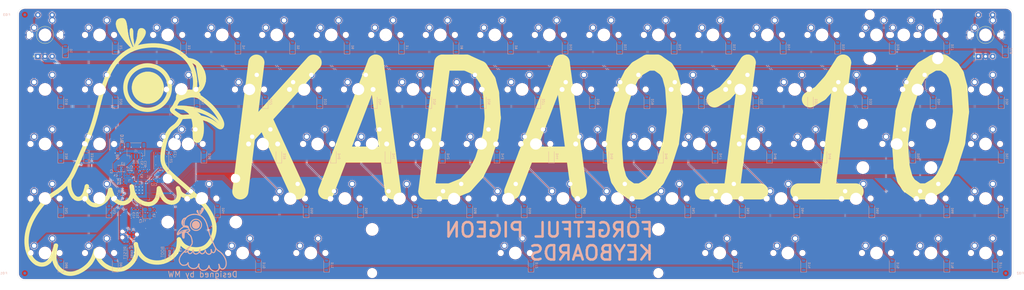
<source format=kicad_pcb>
(kicad_pcb (version 20241229) (generator "pcbnew") (generator_version "9.0")
  (layers (0 "F.Cu" signal) (2 "B.Cu" signal) (13 "F.Paste" user) (15 "B.Paste" user) (5 "F.SilkS" user "F.Silkscreen") (7 "B.SilkS" user "B.Silkscreen") (1 "F.Mask" user) (3 "B.Mask" user) (25 "Edge.Cuts" user))
  (net 0 "")
  (net 1 "Net-(D1-A)")
  (net 2 "ROW_0")
  (net 3 "Net-(D2-A)")
  (net 4 "Net-(D3-A)")
  (net 5 "Net-(D4-A)")
  (net 6 "Net-(D5-A)")
  (net 7 "Net-(D6-A)")
  (net 8 "Net-(D7-A)")
  (net 9 "Net-(D8-A)")
  (net 10 "Net-(D9-A)")
  (net 11 "Net-(D10-A)")
  (net 12 "Net-(D11-A)")
  (net 13 "Net-(D12-A)")
  (net 14 "Net-(D13-A)")
  (net 15 "Net-(D14-A)")
  (net 16 "Net-(D15-A)")
  (net 17 "Net-(D16-A)")
  (net 18 "Net-(D17-A)")
  (net 19 "Net-(D18-A)")
  (net 20 "ROW_1")
  (net 21 "Net-(D19-A)")
  (net 22 "Net-(D20-A)")
  (net 23 "Net-(D21-A)")
  (net 24 "Net-(D22-A)")
  (net 25 "Net-(D23-A)")
  (net 26 "Net-(D24-A)")
  (net 27 "Net-(D25-A)")
  (net 28 "Net-(D26-A)")
  (net 29 "Net-(D27-A)")
  (net 30 "Net-(D28-A)")
  (net 31 "Net-(D29-A)")
  (net 32 "Net-(D30-A)")
  (net 33 "Net-(D31-A)")
  (net 34 "Net-(D32-A)")
  (net 35 "Net-(D33-A)")
  (net 36 "Net-(D34-A)")
  (net 37 "Net-(D35-A)")
  (net 38 "Net-(D36-A)")
  (net 39 "ROW_2")
  (net 40 "Net-(D37-A)")
  (net 41 "Net-(D38-A)")
  (net 42 "Net-(D39-A)")
  (net 43 "Net-(D40-A)")
  (net 44 "Net-(D41-A)")
  (net 45 "Net-(D42-A)")
  (net 46 "Net-(D43-A)")
  (net 47 "Net-(D44-A)")
  (net 48 "Net-(D45-A)")
  (net 49 "Net-(D46-A)")
  (net 50 "Net-(D47-A)")
  (net 51 "Net-(D48-A)")
  (net 52 "Net-(D49-A)")
  (net 53 "Net-(D50-A)")
  (net 54 "Net-(D51-A)")
  (net 55 "ROW_3")
  (net 56 "Net-(D52-A)")
  (net 57 "Net-(D53-A)")
  (net 58 "Net-(D54-A)")
  (net 59 "Net-(D55-A)")
  (net 60 "Net-(D56-A)")
  (net 61 "Net-(D57-A)")
  (net 62 "Net-(D58-A)")
  (net 63 "Net-(D59-A)")
  (net 64 "Net-(D60-A)")
  (net 65 "Net-(D61-A)")
  (net 66 "Net-(D62-A)")
  (net 67 "Net-(D63-A)")
  (net 68 "Net-(D64-A)")
  (net 69 "Net-(D65-A)")
  (net 70 "Net-(D66-A)")
  (net 71 "Net-(D67-A)")
  (net 72 "ROW_4")
  (net 73 "Net-(D68-A)")
  (net 74 "Net-(D69-A)")
  (net 75 "Net-(D70-A)")
  (net 76 "Net-(D71-A)")
  (net 77 "Net-(D72-A)")
  (net 78 "Net-(D73-A)")
  (net 79 "Net-(D74-A)")
  (net 80 "Net-(D75-A)")
  (net 81 "Net-(D76-A)")
  (net 82 "Net-(D77-A)")
  (net 83 "COL_0")
  (net 84 "COL_1")
  (net 85 "COL_2")
  (net 86 "COL_3")
  (net 87 "COL_4")
  (net 88 "COL_5")
  (net 89 "COL_6")
  (net 90 "COL_7")
  (net 91 "COL_8")
  (net 92 "COL_9")
  (net 93 "COL_10")
  (net 94 "COL_11")
  (net 95 "COL_12")
  (net 96 "/D+")
  (net 97 "COL_13")
  (net 98 "/D-")
  (net 99 "COL_14")
  (net 100 "COL_15")
  (net 101 "COL_16")
  (net 102 "A")
  (net 103 "GND")
  (net 104 "Net-(U1-XIN)")
  (net 105 "Net-(C2-Pad1)")
  (net 106 "+5V")
  (net 107 "+3V3")
  (net 108 "+1V1")
  (net 110 "Net-(J2-SWDIO)")
  (net 111 "/RUN")
  (net 112 "Net-(J2-SWCLK)")
  (net 113 "/DR+")
  (net 114 "Net-(R3-Pad2)")
  (net 115 "Net-(U1-XOUT)")
  (net 116 "/QSPI_CS")
  (net 118 "B")
  (net 119 "/QSPI_SD3")
  (net 120 "/QSPI_SD0")
  (net 121 "/QSPI_SCLK")
  (net 122 "/QSPI_SD2")
  (net 123 "/DR-")
  (net 125 "/QSPI_SD1")
  (net 126 "COL_17")
  (net 131 "Net-(D78-K)")
  (footprint "MX_Solderable:MX-Solderable-1U" (layer "F.Cu") (at 285.75 76.2)
    (property "Reference" "SW50")
    (property "Value" "SW_Push")
  )
  (footprint "MX_Solderable:MX-Solderable-1U" (layer "F.Cu") (at 261.9375 57.15)
    (property "Reference" "SW31")
    (property "Value" "SW_Push")
  )
  (footprint "MX_Solderable:MX-Solderable-1U" (layer "F.Cu") (at 366.7125 95.25)
    (property "Reference" "SW69")
    (property "Value" "SW_Push")
  )
  (footprint "MX_Solderable:MX-Solderable-1U" (layer "F.Cu") (at 107.15625 114.3)
    (property "Reference" "SW72")
    (property "Value" "SW_Push")
  )
  (footprint "MX_Solderable:MX-Solderable-1U" (layer "F.Cu") (at 309.5625 38.1)
    (property "Reference" "SW15")
    (property "Value" "SW_Push")
  )
  (footprint "MX_Solderable:MX-Solderable-1U" (layer "F.Cu") (at 304.8 76.2)
    (property "Reference" "SW51")
    (property "Value" "SW_Push")
  )
  (footprint "MX_Solderable:MX-Solderable-1U" (layer "F.Cu") (at 319.0875 57.15)
    (property "Reference" "SW34")
    (property "Value" "SW_Push")
  )
  (footprint "MX_Solderable:MX-Solderable-1U" (layer "F.Cu") (at 214.3125 38.1)
    (property "Reference" "SW10")
    (property "Value" "SW_Push")
  )
  (footprint "MX_Solderable:MX-Solderable-1U" (layer "F.Cu") (at 328.6125 114.3)
    (property "Reference" "SW77")
    (property "Value" "SW_Push")
  )
  (footprint "MX_Solderable:MX-Solderable-1U" (layer "F.Cu") (at 119.0625 38.1)
    (property "Reference" "SW5")
    (property "Value" "SW_Push")
  )
  (footprint "MX_Solderable:MX-Solderable-1U" (layer "F.Cu") (at 133.35 76.2)
    (property "Reference" "SW42")
    (property "Value" "SW_Push")
  )
  (footprint "MX_Solderable:MX-Solderable-1U" (layer "F.Cu") (at 209.55 76.2)
    (property "Reference" "SW46")
    (property "Value" "SW_Push")
  )
  (footprint "MX_Solderable:MX-Solderable-1U" (layer "F.Cu") (at 57.15 95.25)
    (property "Reference" "SW55")
    (property "Value" "SW_Push")
  )
  (footprint "MX_Solderable:MX-Solderable-1U" (layer "F.Cu") (at 38.1 57.15)
    (property "Reference" "SW20")
    (property "Value" "SW_Push")
  )
  (footprint "MX_Solderable:MX-Solderable-1U" (layer "F.Cu") (at 252.4125 38.1)
    (property "Reference" "SW12")
    (property "Value" "SW_Push")
  )
  (footprint "MX_Solderable:MX-Solderable-1U" (layer "F.Cu") (at 366.7125 57.15)
    (property "Reference" "SW36")
    (property "Value" "SW_Push")
  )
  (footprint "MX_Solderable:MX-Solderable-1U" (layer "F.Cu") (at 166.6875 57.15)
    (property "Reference" "SW26")
    (property "Value" "SW_Push")
  )
  (footprint "MX_Solderable:MX-Solderable-1U" (layer "F.Cu") (at 200.025 95.25)
    (property "Reference" "SW61")
    (property "Value" "SW_Push")
  )
  (footprint "MX_Solderable:MX-Solderable-1U" (layer "F.Cu") (at 38.1 95.25)
    (property "Reference" "SW54")
    (property "Value" "SW_Push")
  )
  (footprint "MX_Solderable:MX-Solderable-1U" (layer "F.Cu") (at 366.7125 38.1)
    (property "Reference" "SW19")
    (property "Value" "SW_Push")
  )
  (footprint "Button_Switch_Keyboard:SW_Cherry_MX_6.25u_PCB" (layer "F.Cu") (at 202.40625 114.3)
    (property "Reference" "SW74")
    (property "Value" "SW_Push")
  )
  (footprint "MX_Solderable:MX-Solderable-1U" (layer "F.Cu") (at 157.1625 38.1)
    (property "Reference" "SW7")
    (property "Value" "SW_Push")
  )
  (footprint "MX_Solderable:MX-Solderable-1U" (layer "F.Cu") (at 280.9875 57.15)
    (property "Reference" "SW32")
    (property "Value" "SW_Push")
  )
  (footprint "MX_Solderable:MX-Solderable-1U" (layer "F.Cu") (at 83.34375 76.2)
    (property "Reference" "SW40")
    (property "Value" "SW_Push")
  )
  (footprint "MX_Solderable:MX-Solderable-1U" (layer "F.Cu") (at 38.1 76.2)
    (property "Reference" "SW37")
    (property "Value" "SW_Push")
  )
  (footprint "MX_Solderable:MX-Solderable-1U" (layer "F.Cu") (at 180.975 95.25)
    (property "Reference" "SW60")
    (property "Value" "SW_Push")
  )
  (footprint "MX_Solderable:MX-Solderable-1U" (layer "F.Cu") (at 297.65625 114.3)
    (property "Reference" "SW76")
    (property "Value" "SW_Push")
  )
  (footprint "MX_Solderable:MX-Solderable-1U" (layer "F.Cu") (at 123.825 95.25)
    (property "Reference" "SW57")
    (property "Value" "SW_Push")
  )
  (footprint "MX_Solderable:MX-Solderable-1U" (layer "F.Cu") (at 347.6625 114.3)
    (property "Reference" "SW78")
    (property "Value" "SW_Push")
  )
  (footprint "MX_Solderable:MX-Solderable-1U" (layer "F.Cu") (at 273.84375 114.3)
    (property "Reference" "SW75")
    (property "Value" "SW_Push")
  )
  (footprint "MX_Solderable:MX-Solderable-1U" (layer "F.Cu") (at 366.7125 76.2)
    (property "Reference" "SW53")
    (property "Value" "SW_Push")
  )
  (footprint "MX_Solderable:MX-Solderable-1U" (layer "F.Cu") (at 57.15 76.2)
    (property "Reference" "SW38")
    (property "Value" "SW_Push")
  )
  (footprint "MX_Solderable:MX-Solderable-1U" (layer "F.Cu") (at 85.725 57.15)
    (property "Reference" "SW22")
    (property "Value" "SW_Push")
  )
  (footprint "MX_Solderable:MX-Solderable-1U" (layer "F.Cu") (at 219.075 95.25)
    (property "Reference" "SW62")
    (property "Value" "SW_Push")
  )
  (footprint "MX_Solderable:MX-Solderable-1U" (layer "F.Cu") (at 290.5125 38.1)
    (property "Reference" "SW14")
    (property "Value" "SW_Push")
  )
  (footprint "Rotary_Encoder:RotaryEncoder_Alps_EC11E-Switch_Vertical_H20mm" (layer "F.Cu") (at 366.7125 38.1 90)
    (property "Reference" "SW83")
    (property "Value" "RotaryEncoder_Switch_MP")
  )
  (footprint "MX_Solderable:MX-Solderable-1U" (layer "F.Cu") (at 300.0375 57.15)
    (property "Reference" "SW33")
    (property "Value" "SW_Push")
  )
  (footprint "Button_Switch_Keyboard:SW_Cherry_MX_2.25u_PCB" (layer "F.Cu") (at 92.86875 95.25)
    (property "Reference" "SW56")
    (property "Value" "SW_Push")
  )
  (footprint "MX_Solderable:MX-Solderable-1U" (layer "F.Cu") (at 161.925 95.25)
    (property "Reference" "SW59")
    (property "Value" "SW_Push")
  )
  (footprint "Button_Switch_Keyboard:SW_Cherry_MX_2.25u_PCB" (layer "F.Cu") (at 335.75625 76.2)
    (property "Reference" "SW52")
    (property "Value" "SW_Push")
  )
  (footprint "Button_Switch_Keyboard:SW_Cherry_MX_2.00u_PCB" (layer "F.Cu") (at 338.1375 38.1)
    (property "Reference" "SW16")
    (property "Value" "SW_Push")
  )
  (footprint "MX_Solderable:MX-Solderable-1U" (layer "F.Cu") (at 328.6125 38.1)
    (property "Reference" "SW17")
    (property "Value" "SW_Push")
  )
  (footprint "MX_Solderable:MX-Solderable-1U" (layer "F.Cu") (at 195.2625 38.1)
    (property "Reference" "SW9")
    (property "Value" "SW_Push")
  )
  (footprint "MX_Solderable:MX-Solderable-1U" (layer "F.Cu") (at 321.46875 95.25)
    (property "Reference" "SW67")
    (property "Value" "SW_Push")
  )
  (footprint "MX_Solderable:MX-Solderable-1U" (layer "F.Cu") (at 38.1 38.1)
    (property "Reference" "SW1")
    (property "Value" "SW_Push")
  )
  (footprint "MX_Solderable:MX-Solderable-1U" (layer "F.Cu") (at 238.125 95.25)
    (property "Reference" "SW63")
    (property "Value" "SW_Push")
  )
  (footprint "MX_Solderable:MX-Solderable-1U" (layer "F.Cu") (at 266.7 76.2)
    (property "Reference" "SW49")
    (property "Value" "SW_Push")
  )
  (footprint "MX_Solderable:MX-Solderable-1U" (layer "F.Cu") (at 223.8375 57.15)
    (property "Reference" "SW29")
    (property "Value" "SW_Push")
  )
  (footprint "MX_Solderable:MX-Solderable-1U" (layer "F.Cu") (at 190.5 76.2)
    (property "Reference" "SW45")
    (property "Value" "SW_Push")
  )
  (footprint "MX_Solderable:MX-Solderable-1U" (layer "F.Cu") (at 147.6375 57.15)
    (property "Reference" "SW25")
    (property "Value" "SW_Push")
  )
  (footprint "MX_Solderable:MX-Solderable-1U" (layer "F.Cu") (at 114.3 76.2)
    (property "Reference" "SW41")
    (property "Value" "SW_Push")
  )
  (footprint "MX_Solderable:MX-Solderable-1U" (layer "F.Cu") (at 242.8875 57.15)
    (property "Reference" "SW30")
    (property "Value" "SW_Push")
  )
  (footprint "MX_Solderable:MX-Solderable-1U" (layer "F.Cu") (at 57.15 114.3)
    (property "Reference" "SW71")
    (property "Value" "SW_Push")
  )
  (footprint "MX_Solderable:MX-Solderable-1U" (layer "F.Cu") (at 142.875 95.25)
    (property "Reference" "SW58")
    (property "Value" "SW_Push")
  )
  (footprint "MX_Solderable:MX-Solderable-1U" (layer "F.Cu") (at 347.6625 95.25)
    (property "Reference" "SW68")
    (property "Value" "SW_Push")
  )
  (footprint "MX_Solderable:MX-Solderable-1U" (layer "F.Cu") (at 171.45 76.2)
    (property "Reference" "SW44")
    (property "Value" "SW_Push")
  )
  (footprint "MX_Solderable:MX-Solderable-1U" (layer "F.Cu") (at 128.5875 57.15)
    (property "Reference" "SW24")
    (property "Value" "SW_Push")
  )
  (footprint "MX_Solderable:MX-Solderable-1U" (layer "F.Cu") (at 347.6625 38.1)
    (property "Reference" "SW18")
    (property "Value" "SW_Push")
  )
  (footprint "MX_Solderable:MX-Solderable-1U" (layer "F.Cu") (at 233.3625 38.1)
    (property "Reference" "SW11")
    (property "Value" "SW_Push")
  )
  (footprint "MX_Solderable:MX-Solderable-1U" (layer "F.Cu") (at 295.275 95.25)
    (property "Reference" "SW66")
    (property "Value" "SW_Push")
  )
  (footprint "MX_Solderable:MX-Solderable-1U" (layer "F.Cu") (at 100.0125 38.1)
    (property "Reference" "SW4")
    (property "Value" "SW_Push")
  )
  (footprint "MX_Solderable:MX-Solderable-1U" (layer "F.Cu") (at 88.10625 76.2)
    (property "Reference" "SW39")
    (property "Value" "SW_Push")
  )
  (footprint "MX_Solderable:MX-Solderable-1U" (layer "F.Cu") (at 138.1125 38.1)
    (property "Reference" "SW6")
    (property "Value" "SW_Push")
  )
  (footprint "MX_Solderable:MX-Solderable-1U" (layer "F.Cu") (at 342.9 57.15)
    (property "Reference" "SW35")
    (property "Value" "SW_Push")
  )
  (footprint "MX_Solderable:MX-Solderable-1U" (layer "F.Cu") (at 257.175 95.25)
    (property "Reference" "SW64")
    (property "Value" "SW_Push")
  )
  (footprint "MX_Solderable:MX-Solderable-1U" (layer "F.Cu") (at 366.7125 114.3)
    (property "Reference" "SW79")
    (property "Value" "SW_Push")
  )
  (footprint "MX_Solderable:MX-Solderable-1U" (layer "F.Cu") (at 271.4625 38.1)
    (property "Reference" "SW13")
    (property "Value" "SW_Push")
  )
  (footprint "MX_Solderable:MX-Solderable-1U" (layer "F.Cu") (at 204.7875 57.15)
    (property "Reference" "SW28")
    (property "Value" "SW_Push")
  )
  (footprint "MX_Solderable:MX-Solderable-1U" (layer "F.Cu") (at 109.5375 57.15)
    (property "Reference" "SW23")
    (property "Value" "SW_Push")
  )
  (footprint "MX_Solderable:MX-Solderable-1U" (layer "F.Cu") (at 176.2125 38.1)
    (property "Reference" "SW8")
    (property "Value" "SW_Push")
  )
  (footprint "MX_Solderable:MX-Solderable-1U" (layer "F.Cu") (at 130.96875 114.3)
    (property "Reference" "SW73")
    (property "Value" "SW_Push")
  )
  (footprint "Rotary_Encoder:RotaryEncoder_Alps_EC11E-Switch_Vertical_H20mm" (layer "F.Cu") (at 38.1 38.1 90)
    (property "Reference" "SW82")
    (property "Value" "RotaryEncoder_Switch_MP")
  )
  (footprint "MX_Solderable:MX-Solderable-1U" (layer "F.Cu") (at 276.225 95.25)
    (property "Reference" "SW65")
    (property "Value" "SW_Push")
  )
  (footprint "MX_Solderable:MX-Solderable-1U" (layer "F.Cu") (at 185.7375 57.15)
    (property "Reference" "SW27")
    (property "Value" "SW_Push")
  )
  (footprint "MX_Solderable:MX-Solderable-1U" (layer "F.Cu") (at 247.65 76.2)
    (property "Reference" "SW48")
    (property "Value" "SW_Push")
  )
  (footprint "MX_Solderable:MX-Solderable-1U" (layer "F.Cu") (at 228.6 76.2)
    (property "Reference" "SW47")
    (property "Value" "SW_Push")
  )
  (footprint "MX_Solderable:MX-Solderable-1U" (layer "F.Cu") (at 57.15 57.15)
    (property "Reference" "SW21")
    (property "Value" "SW_Push")
  )
  (footprint "MX_Solderable:MX-Solderable-1U" (layer "F.Cu") (at 152.4 76.2)
    (property "Reference" "SW43")
    (property "Value" "SW_Push")
  )
  (footprint "MX_Solderable:MX-Solderable-1U" (layer "F.Cu") (at 80.9625 38.1)
    (property "Reference" "SW3")
    (property "Value" "SW_Push")
  )
  (footprint "MX_Solderable:MX-Solderable-1U" (layer "F.Cu") (at 57.15 38.1)
    (property "Reference" "SW2")
    (property "Value" "SW_Push")
  )
  (footprint "MX_Solderable:MX-Solderable-1U" (layer "F.Cu") (at 38.1 114.3)
    (property "Reference" "SW70")
    (property "Value" "SW_Push")
  )
  (footprint "Fiducial:Fiducial_1mm_Mask2mm" (layer "B.Cu") (at 31.04 121.36)
    (property "Reference" "FID1")
    (property "Value" "Fiducial")
  )
  (footprint "Diode_SMD:D_SOD-123" (layer "B.Cu") (at 267.4375 61.45 90)
    (property "Reference" "D30")
    (property "Value" "D")
  )
  (footprint "Capacitor_SMD:C_0402_1005Metric" (layer "B.Cu") (at 68.377 86.741 90)
    (property "Reference" "C15")
    (property "Value" "1uF")
  )
  (footprint "Diode_SMD:D_SOD-123" (layer "B.Cu") (at 286.4875 61.45 90)
    (property "Reference" "D31")
    (property "Value" "D")
  )
  (footprint "Diode_SMD:D_SOD-123" (layer "B.Cu") (at 229.3375 61.45 90)
    (property "Reference" "D28")
    (property "Value" "D")
  )
  (footprint "Diode_SMD:D_SOD-123" (layer "B.Cu") (at 115.0375 61.45 90)
    (property "Reference" "D22")
    (property "Value" "D")
  )
  (footprint "Diode_SMD:D_SOD-123" (layer "B.Cu") (at 262.675 99.55 90)
    (property "Reference" "D62")
    (property "Value" "D")
  )
  (footprint "Capacitor_SMD:C_0402_1005Metric" (layer "B.Cu") (at 73.152 85.598 90)
    (property "Reference" "C16")
    (property "Value" "1uF")
  )
  (footprint "Capacitor_SMD:C_0402_1005Metric" (layer "B.Cu") (at 70.7644 86.6648 90)
    (property "Reference" "C6")
    (property "Value" "1uF")
  )
  (footprint "Diode_SMD:D_SOD-123" (layer "B.Cu") (at 353.1625 99.55 90)
    (property "Reference" "D66")
    (property "Value" "D")
  )
  (footprint "Diode_SMD:D_SOD-123" (layer "B.Cu") (at 372.2125 61.45 90)
    (property "Reference" "D35")
    (property "Value" "D")
  )
  (footprint "Diode_SMD:D_SOD-123" (layer "B.Cu") (at 341.25625 80.5 90)
    (property "Reference" "D50")
    (property "Value" "D")
  )
  (footprint "Crystal:Crystal_SMD_3225-4Pin_3.2x2.5mm" (layer "B.Cu") (at 73.914 100.2284 90)
    (property "Reference" "Y1")
    (property "Value" "ABM8-272-T3")
  )
  (footprint "Diode_SMD:D_SOD-123" (layer "B.Cu") (at 172.1875 61.45 90)
    (property "Reference" "D25")
    (property "Value" "D")
  )
  (footprint "Package_DFN_QFN:QFN-56-1EP_7x7mm_P0.4mm_EP3.2x3.2mm" (layer "B.Cu") (at 71.0058 92.2654 180)
    (property "Reference" "U1")
    (property "Value" "RP2040")
  )
  (footprint "Capacitor_SMD:C_0402_1005Metric" (layer "B.Cu") (at 62.484 85.7732 -90)
    (property "Reference" "C3")
    (property "Value" "1uF")
  )
  (footprint "Diode_SMD:D_SOD-123" (layer "B.Cu") (at 181.7125 42.4 90)
    (property "Reference" "D8")
    (property "Value" "D")
  )
  (footprint "Diode_SMD:D_SOD-123" (layer "B.Cu") (at 105.5125 42.4 90)
    (property "Reference" "D4")
    (property "Value" "D")
  )
  (footprint "Diode_SMD:D_SOD-123" (layer "B.Cu") (at 248.3875 61.45 90)
    (property "Reference" "D29")
    (property "Value" "D")
  )
  (footprint "Fiducial:Fiducial_1mm_Mask2mm" (layer "B.Cu") (at 31.040001 31.040001)
    (property "Reference" "FID3")
    (property "Value" "Fiducial")
  )
  (footprint "Diode_SMD:D_SOD-123" (layer "B.Cu") (at 296.0125 42.4 90)
    (property "Reference" "D14")
    (property "Value" "D")
  )
  (footprint "Diode_SMD:D_SOD-123" (layer "B.Cu") (at 234.1 80.5 90)
    (property "Reference" "D45")
    (property "Value" "D")
  )
  (footprint "Diode_SMD:D_SOD-123" (layer "B.Cu") (at 86.4625 42.4 90)
    (property "Reference" "D3")
    (property "Value" "D")
  )
  (footprint "Diode_SMD:D_SOD-123" (layer "B.Cu") (at 93.60625 80.5 90)
    (property "Reference" "D38")
    (property "Value" "D")
  )
  (footprint "Package_SON:WSON-8-1EP_6x5mm_P1.27mm_EP3.4x4.3mm" (layer "B.Cu") (at 78.6974 82.0792 90)
    (property "Reference" "U2")
    (property "Value" "W25Q32JVZP")
  )
  (footprint "Diode_SMD:D_SOD-123" (layer "B.Cu") (at 224.575 99.55 90)
    (property "Reference" "D60")
    (property "Value" "D")
  )
  (footprint "Capacitor_SMD:C_0402_1005Metric" (layer "B.Cu") (at 69.1388 99.1108 -90)
    (property "Reference" "C14")
    (property "Value" "1uF")
  )
  (footprint "Diode_SMD:D_SOD-123" (layer "B.Cu") (at 272.2 80.5 90)
    (property "Reference" "D47")
    (property "Value" "D")
  )
  (footprint "Diode_SMD:D_SOD-123" (layer "B.Cu") (at 334.1125 118.6 90)
    (property "Reference" "D75")
    (property "Value" "D")
  )
  (footprint "Diode_SMD:D_SOD-123" (layer "B.Cu") (at 129.325 99.55 90)
    (property "Reference" "D55")
    (property "Value" "D")
  )
  (footprint "Diode_SMD:D_SOD-123" (layer "B.Cu") (at 257.9125 42.4 90)
    (property "Reference" "D12")
    (property "Value" "D")
  )
  (footprint "Diode_SMD:D_SOD-123" (layer "B.Cu") (at 305.5375 61.45 90)
    (property "Reference" "D32")
    (property "Value" "D")
  )
  (footprint "Diode_SMD:D_SOD-123" (layer "B.Cu") (at 196 80.5 90)
    (property "Reference" "D43")
    (property "Value" "D")
  )
  (footprint "Diode_SMD:D_SOD-123" (layer "B.Cu") (at 176.95 80.5 90)
    (property "Reference" "D42")
    (property "Value" "D")
  )
  (footprint "Diode_SMD:D_SOD-123" (layer "B.Cu") (at 205.525 99.55 90)
    (property "Reference" "D59")
    (property "Value" "D")
  )
  (footprint "Diode_SMD:D_SOD-123" (layer "B.Cu") (at 119.8 80.5 90)
    (property "Reference" "D39")
    (property "Value" "D")
  )
  (footprint "Diode_SMD:D_SOD-123" (layer "B.Cu") (at 167.425 99.55 90)
    (property "Reference" "D57")
    (property "Value" "D")
  )
  (footprint "Capacitor_SMD:C_0402_1005Metric" (layer "B.Cu") (at 67.1578 86.741 90)
    (property "Reference" "C7")
    (property "Value" "1uF")
  )
  (footprint "Inductor_SMD:L_0402_1005Metric" (layer "B.Cu") (at 63.5 78.867 90)
    (property "Reference" "R6")
    (property "Value" "1k")
  )
  (footprint "Diode_SMD:D_SOD-123" (layer "B.Cu") (at 291.25 80.5 90)
    (property "Reference" "D48")
    (property "Value" "D")
  )
  (footprint "Diode_SMD:D_SOD-123" (layer "B.Cu") (at 45.212 43.688 90)
    (property "Reference" "D1")
    (property "Value" "D")
  )
  (footprint "Capacitor_SMD:C_0603_1608Metric" (layer "B.Cu") (at 65.002837 87.1982 180)
    (property "Reference" "C4")
    (property "Value" "10uF")
  )
  (footprint "Fiducial:Fiducial_1mm_Mask2mm" (layer "B.Cu") (at 373.7725 121.36)
    (property "Reference" "FID2")
    (property "Value" "Fiducial")
  )
  (footprint "Diode_SMD:D_SOD-123" (layer "B.Cu") (at 60.452 99.568 90)
    (property "Reference" "D53")
    (property "Value" "D")
  )
  (footprint "Capacitor_SMD:C_0402_1005Metric" (layer "B.Cu") (at 65.5828 88.7984 180)
    (property "Reference" "C8")
    (property "Value" "1uF")
  )
  (footprint "Diode_SMD:D_SOD-123" (layer "B.Cu") (at 91.225 61.45 90)
    (property "Reference" "D21")
    (property "Value" "D")
  )
  (footprint "Diode_SMD:D_SOD-123" (layer "B.Cu") (at 353.1625 118.6 90)
    (property "Reference" "D76")
    (property "Value" "D")
  )
  (footprint "Diode_SMD:D_SOD-123" (layer "B.Cu") (at 324.5875 61.45 90)
    (property "Reference" "D33")
    (property "Value" "D")
  )
  (footprint "Diode_SMD:D_SOD-123" (layer "B.Cu") (at 62.65 42.4 90)
    (property "Reference" "D2")
    (property "Value" "D")
  )
  (footprint "Diode_SMD:D_SOD-123" (layer "B.Cu") (at 372.2125 99.55 90)
    (property "Reference" "D67")
    (property "Value" "D")
  )
  (footprint "Inductor_SMD:L_0402_1005Metric" (layer "B.Cu") (at 84.3788 113.1496 90)
    (property "Reference" "R3")
    (property "Value" "1k")
  )
  (footprint "Diode_SMD:D_SOD-123" (layer "B.Cu") (at 134.0875 61.45 90)
    (property "Reference" "D23")
    (property "Value" "D")
  )
  (footprint "Diode_SMD:D_SOD-123" (layer "B.Cu") (at 210.2875 61.45 90)
    (property "Reference" "D27")
    (property "Value" "D")
  )
  (footprint "Diode_SMD:D_SOD-123" (layer "B.Cu") (at 112.65625 118.6 90)
    (property "Reference" "D70")
    (property "Value" "D")
  )
  (footprint "Diode_SMD:D_SOD-123" (layer "B.Cu") (at 370.078 118.6 90)
    (property "Reference" "D77")
    (property "Value" "D")
  )
  (footprint "Diode_SMD:D_SOD-123" (layer "B.Cu") (at 300.775 99.55 90)
    (property "Reference" "D64")
    (property "Value" "D")
  )
  (footprint "Diode_SMD:D_SOD-123" (layer "B.Cu") (at 186.475 99.55 90)
    (property "Reference" "D58")
    (property "Value" "D")
  )
  (footprint "Capacitor_SMD:C_0402_1005Metric" (layer "B.Cu") (at 82.2452 79.8348 -90)
    (property "Reference" "C17")
    (property "Value" "1uF")
  )
  (footprint "Diode_SMD:D_SOD-123" (layer "B.Cu") (at 253.15 80.5 90)
    (property "Reference" "D46")
    (property "Value" "D")
  )
  (footprint "Capacitor_SMD:C_0402_1005Metric" (layer "B.Cu") (at 65.5828 89.9668 180)
    (property "Reference" "C9")
    (property "Value" "1uF")
  )
  (footprint "Diode_SMD:D_SOD-123" (layer "B.Cu") (at 157.9 80.5 90)
    (property "Reference" "D41")
    (property "Value" "D")
  )
  (footprint "Diode_SMD:D_SOD-123" (layer "B.Cu") (at 238.8625 42.4 90)
    (property "Reference" "D11")
    (property "Value" "D")
  )
  (footprint "Diode_SMD:D_SOD-123" (layer "B.Cu") (at 373.634 43.688 90)
    (property "Reference" "D18")
    (property "Value" "D")
  )
  (footprint "Diode_SMD:D_SOD-123" (layer "B.Cu") (at 143.6125 42.4 90)
    (property "Reference" "D6")
    (property "Value" "D")
  )
  (footprint "Diode_SMD:D_SOD-123" (layer "B.Cu") (at 315.0625 42.4 90)
    (property "Reference" "D15")
    (property "Value" "D")
  )
  (footprint "footprints_LD212:DFN_V33R_STM" (layer "B.Cu") (at 64.723137 84.7852 180)
    (property "Reference" "U3")
    (property "Value" "LDL212PV33R")
  )
  (footprint "Button_Switch_SMD:SW_Push_1P1T_NO_CK_KMR2" (layer "B.Cu") (at 68.4656 114.6556 90)
    (property "Reference" "SW80")
    (property "Value" "SW_Push_45deg")
  )
  (footprint "Capacitor_SMD:C_0402_1005Metric" (layer "B.Cu") (at 71.9328 85.626 90)
    (property "Reference" "C5")
    (property "Value" "1uF")
  )
  (footprint "Resistor_SMD:R_0402_1005Metric" (layer "B.Cu") (at 69.215 84.2264 -90)
    (property "Reference" "R2")
    (property "Value" "22R")
  )
  (footprint "Diode_SMD:D_SOD-123" (layer "B.Cu") (at 124.5625 42.4 90)
    (property "Reference" "D5")
    (property "Value" "D")
  )
  (footprint "Diode_SMD:D_SOD-123" (layer "B.Cu") (at 207.90625 118.6 90)
    (property "Reference" "D72")
    (property "Value" "D")
  )
  (footprint "Diode_SMD:D_SOD-123" (layer "B.Cu") (at 310.3 80.5 90)
    (property "Reference" "D49")
    (property "Value" "D")
  )
  (footprint "Diode_SMD:D_SOD-123" (layer "B.Cu") (at 281.725 99.55 90)
    (property "Reference" "D63")
    (property "Value" "D")
  )
  (footprint "Diode_SMD:D_SOD-123" (layer "B.Cu") (at 43.6 118.6 90)
    (property "Reference" "D68")
    (property "Value" "D")
  )
  (footprint "Diode_SMD:D_SOD-123" (layer "B.Cu") (at 243.625 99.55 90)
    (property "Reference" "D61")
    (property "Value" "D")
  )
  (footprint "Diode_SMD:D_SOD-123" (layer "B.Cu") (at 136.46875 118.6 90)
    (property "Reference" "D71")
    (property "Value" "D")
  )
  (footprint "Diode_SMD:D_SOD-123" (layer "B.Cu") (at 276.9625 42.4 90)
    (property "Reference" "D13")
    (property "Value" "D")
  )
  (footprint "Diode_SMD:D_SOD-123" (layer "B.Cu") (at 215.05 80.5 90)
    (property "Reference" "D44")
    (property "Value" "D")
  )
  (footprint "Diode_SMD:D_SOD-123" (layer "B.Cu") (at 326.96875 99.55 90)
    (property "Reference" "D65")
    (property "Value" "D")
  )
  (footprint "LED_SMD:LED_0603_1608Metric" (layer "B.Cu") (at 65.024 77.343 -90)
    (property "Reference" "D78")
    (property "Value" "LED")
  )
  (footprint "Diode_SMD:D_SOD-123" (layer "B.Cu") (at 148.375 99.55 90)
    (property "Reference" "D56")
    (property "Value" "D")
  )
  (footprint "Connector:Tag-Connect_TC2030-IDC-NL_2x03_P1.27mm_Vertical" (layer "B.Cu") (at 67.6656 107.823 180)
    (property "Reference" "J2")
    (property "Value" "Conn_ARM_SWD_TagConnect_TC2030-NL")
  )
  (footprint "Resistor_SMD:R_0402_1005Metric" (layer "B.Cu") (at 70.4596 84.2264 -90)
    (property "Reference" "R1")
    (property "Value" "22R")
  )
  (footprint "Diode_SMD:D_SOD-123" (layer "B.Cu") (at 62.65 61.45 90)
    (property "Reference" "D20")
    (property "Value" "D")
  )
  (footprint "Diode_SMD:D_SOD-123" (layer "B.Cu") (at 62.65 118.6 90)
    (property "Reference" "D69")
    (property "Value" "D")
  )
  (footprint "Capacitor_SMD:C_0402_1005Metric" (layer "B.Cu") (at 76.2508 99.6188 -90)
    (property "Reference" "C1")
    (property "Value" "15pF")
  )
  (footprint "Diode_SMD:D_SOD-123" (layer "B.Cu") (at 43.6 80.5 90)
    (property "Reference" "D36")
    (property "Value" "D")
  )
  (footprint "Inductor_SMD:L_0402_1005Metric" (layer "B.Cu") (at 68.1506 111.0488)
    (property "Reference" "R5")
    (property "Value" "1k")
  )
  (footprint "Capacitor_SMD:C_0402_1005Metric" (layer "B.Cu") (at 70.3708 99.0726 -90)
    (property "Reference" "C11")
    (property "Value" "1uF")
  )
  (footprint "Capacitor_SMD:C_0402_1005Metric" (layer "B.Cu") (at 64.6684 93.8784 180)
    (property "Reference" "C10")
    (property "Value" "1uF")
  )
  (footprint "Diode_SMD:D_SOD-123" (layer "B.Cu") (at 303.15625 118.6 90)
    (property "Reference" "D74")
    (property "Value" "D")
  )
  (footprint "Diode_SMD:D_SOD-123" (layer "B.Cu") (at 98.36875 99.55 90)
    (property "Reference" "D54")
    (property "Value" "D")
  )
  (footprint "Diode_SMD:D_SOD-123" (layer "B.Cu") (at 334.137 42.4 90)
    (property "Reference" "D16")
    (property "Value" "D")
  )
  (footprint "Diode_SMD:D_SOD-123" (layer "B.Cu") (at 52.578 80.4936 90)
    (property "Reference" "D37")
    (property "Value" "D")
  )
  (footprint "Diode_SMD:D_SOD-123" (layer "B.Cu") (at 200.7625 42.4 90)
    (property "Reference" "D9")
    (property "Value" "D")
  )
  (footprint "Diode_SMD:D_SOD-123" (layer "B.Cu") (at 191.2375 61.45 90)
    (property "Reference" "D26")
    (property "Value" "D")
  )
  (footprint "Diode_SMD:D_SOD-123" (layer "B.Cu") (at 279.34375 118.6 90)
    (property "Reference" "D73")
    (property "Value" "D")
  )
  (footprint "Connector_JST:JST_SH_SM04B-SRSS-TB_1x04-1MP_P1.00mm_Horizontal" (layer "B.Cu") (at 69.842 78.518)
    (property "Reference" "J1")
    (property "Value" "Conn_01x04_Pin")
  )
  (footprint "Diode_SMD:D_SOD-123" (layer "B.Cu") (at 348.4 61.45 90)
    (property "Reference" "D34")
    (property "Value" "D")
  )
  (footprint "Capacitor_SMD:C_0402_1005Metric" (layer "B.Cu") (at 77.978 93.4212)
    (property "Reference" "C13")
    (property "Value" "1uF")
  )
  (footprint "Button_Switch_SMD:SW_Push_1P1T_NO_CK_KMR2" (layer "B.Cu") (at 81.597601 114.7244 90)
    (property "Reference" "SW81")
    (property "Value" "SW_Push_45deg")
  )
  (footprint "Diode_SMD:D_SOD-123" (layer "B.Cu") (at 153.1375 61.45 90)
    (property "Reference" "D24")
    (property "Value" "D")
  )
  (footprint "Capacitor_SMD:C_0402_1005Metric" (layer "B.Cu") (at 71.5264 101.4476 -90)
    (property "Reference" "C2")
    (property "Value" "15pF")
  )
  (footprint "Diode_SMD:D_SOD-123" (layer "B.Cu") (at 353.1625 42.4 90)
    (property "Reference" "D17")
    (property "Value" "D")
  )
  (footprint "Inductor_SMD:L_0402_1005Metric" (layer "B.Cu") (at 71.5772 99.06 90)
    (property "Reference" "R4")
    (property "Value" "1k")
  )
  (footprint "Capacitor_SMD:C_0402_1005Metric" (layer "B.Cu") (at 76.1746 89.2392)
    (property "Reference" "C12")
    (property "Value" "1uF")
  )
  (footprint "Diode_SMD:D_SOD-123" (layer "B.Cu") (at 43.6 61.45 90)
    (property "Reference" "D19")
    (property "Value" "D")
  )
  (footprint "Diode_SMD:D_SOD-123" (layer "B.Cu") (at 138.85 80.5 90)
    (property "Reference" "D40")
    (property "Value" "D")
  )
  (footprint "Diode_SMD:D_SOD-123" (layer "B.Cu") (at 43.6 99.55 90)
    (property "Reference" "D52")
    (property "Value" "D")
  )
  (footprint "Diode_SMD:D_SOD-123" (layer "B.Cu") (at 219.8125 42.4 90)
    (property "Reference" "D10")
    (property "Value" "D")
  )
  (footprint "Diode_SMD:D_SOD-123" (layer "B.Cu") (at 372.2125 80.5 90)
    (property "Reference" "D51")
    (property "Value" "D")
  )
  (footprint "Diode_SMD:D_SOD-123" (layer "B.Cu") (at 162.6625 42.4 90)
    (property "Reference" "D7")
    (property "Value" "D")
  )
  (gr_poly (pts (xy 70.8406 88.4174) (xy 70.8406 90.3986) (xy 69.1134 90.3986) (xy 69.1134 94.1578) (xy 72.8726 94.1578) (xy 72.8726 89.5604) (xy 74.9046 89.5604) (xy 74.9046 89.7128) (xy 73.7362 89.7128) (xy 73.7362 93.1926) (xy 74.7046 93.1926) (xy 74.7046 93.345) (xy 73.7362 93.345) (xy 73.7362 94.996) (xy 70.866 94.996) (xy 70.866 95.9406) (xy 70.739 95.9406) (xy 70.739 94.996) (xy 68.2752 94.996) (xy 68.2752 93.345) (xy 67.1322 93.345) (xy 67.1322 93.1926) (xy 68.3006 93.1926) (xy 68.3006 89.7128) (xy 67.0814 89.7128) (xy 67.0814 88.4174) (xy 68.834 88.4174) (xy 68.834 89.5858) (xy 70.358 89.5858) (xy 70.358 88.4174)) (stroke (width 0.1)) (fill yes) (layer "B.Cu") (net 107))
  (gr_curve (pts (xy 73.496236 116.708933) (xy 71.935697 115.829616) (xy 71.050408 114.383501) (xy 70.553886 113.376193)) (stroke (width 1.499999) (color 0 255 0 1)) (layer "F.SilkS"))
  (gr_curve (pts (xy 65.412301 119.862295) (xy 63.503958 120.473149) (xy 61.287049 119.97177) (xy 59.7108 119.095244)) (stroke (width 1.499999) (color 0 255 0 1)) (layer "F.SilkS"))
  (gr_curve (pts (xy 50.084854 81.47071) (xy 51.281939 78.643247) (xy 52.675185 75.473109) (xy 53.7036 72.797528)) (stroke (width 1.499999) (color 0 255 0 1)) (layer "F.SilkS"))
  (gr_curve (pts (xy 90.981647 47.914425) (xy 91.90729 48.627735) (xy 92.69995 49.870112) (xy 93.145994 51.013467)) (stroke (width 1.551269) (color 0 255 0 1)) (layer "F.SilkS"))
  (gr_curve (pts (xy 73.416896 97.148808) (xy 72.080124 96.916814) (xy 70.648955 96.095527) (xy 69.791979 94.979946)) (stroke (width 1.499999) (color 0 255 0 1)) (layer "F.SilkS"))
  (gr_curve (pts (xy 89.066776 92.829896) (xy 90.813798 94.410045) (xy 92.982879 96.442655) (xy 94.565797 98.580565)) (stroke (width 1.499999) (color 0 255 0 1)) (layer "F.SilkS"))
  (gr_line (start 41.915168 111.717661) (end 41.915164 111.717661) (stroke (width 1.499999)) (layer "F.SilkS"))
  (gr_curve (pts (xy 84.560556 91.707434) (xy 84.772683 93.051644) (xy 85.09 94.488) (xy 84.625007 95.306478)) (stroke (width 1.499999) (color 0 255 0 1)) (layer "F.SilkS"))
  (gr_curve (pts (xy 93.54234 54.172746) (xy 93.39327 55.144483) (xy 92.995781 56.043645) (xy 92.532311 56.655446)) (stroke (width 1.551269) (color 0 255 0 1)) (layer "F.SilkS"))
  (gr_curve (pts (xy 91.069868 57.689937) (xy 90.290153 57.373446) (xy 89.20932 57.198192) (xy 88.255008 57.190833)) (stroke (width 0.029999) (color 0 255 0 1)) (layer "F.SilkS"))
  (gr_poly (pts (xy 92.113026 56.61725) (xy 92.320969 56.178586) (xy 92.420444 55.9553) (xy 92.514525 55.72727) (xy 92.601413 55.492913) (xy 92.641597 55.372868) (xy 92.67931 55.250648) (xy 92.714324 55.126056) (xy 92.746417 54.998894) (xy 92.775363 54.868964) (xy 92.800937 54.736068) (xy 92.822966 54.600088) (xy 92.841482 54.461213) (xy 92.856567 54.319712) (xy 92.868305 54.175851) (xy 92.882076 53.882119) (xy 92.883458 53.582157) (xy 92.873121 53.278101) (xy 92.851729 52.97209) (xy 92.819951 52.666264) (xy 92.778451 52.362759) (xy 92.72771 52.063465) (xy 92.667451 51.769259) (xy 92.633606 51.624258) (xy 92.597208 51.480761) (xy 92.558197 51.338846) (xy 92.516516 51.19859) (xy 92.472106 51.06007) (xy 92.42491 50.923364) (xy 92.374868 50.788549) (xy 92.321924 50.655702) (xy 92.266018 50.524901) (xy 92.207093 50.396224) (xy 92.14509 50.269747) (xy 92.079951 50.145548) (xy 92.011662 50.023668) (xy 91.940379 49.903998) (xy 91.866302 49.78639) (xy 91.78963 49.670697) (xy 91.710564 49.556771) (xy 91.629302 49.444466) (xy 91.546044 49.333635) (xy 91.46099 49.224128) (xy 91.286291 49.008504) (xy 91.106802 48.796415) (xy 90.739838 48.378126)) (fill yes) (layer "F.SilkS"))
  (gr_curve (pts (xy 95.818904 110.433366) (xy 94.881828 111.814077) (xy 93.700716 112.651484) (xy 92.132748 112.922165)) (stroke (width 1.499999) (color 0 255 0 1)) (layer "F.SilkS"))
  (gr_curve (pts (xy 48.581822 95.030963) (xy 47.708108 94.437877) (xy 47.060808 93.085284) (xy 46.768938 91.902862)) (stroke (width 1.499999) (color 0 255 0 1)) (layer "F.SilkS"))
  (gr_curve (pts (xy 92.425739 58.795998) (xy 92.327938 58.464035) (xy 91.849583 58.006429) (xy 91.069868 57.689937)) (stroke (width 0.029999) (color 0 255 0 1)) (layer "F.SilkS"))
  (gr_curve (pts (xy 31.900038 112.754126) (xy 31.374049 110.306716) (xy 31.601481 107.25456) (xy 32.797834 104.244511)) (stroke (width 1.499999) (color 0 255 0 1)) (layer "F.SilkS"))
  (gr_curve (pts (xy 46.587587 88.685761) (xy 47.886863 86.782922) (xy 48.887773 84.298173) (xy 50.084854 81.47071)) (stroke (width 1.499999) (color 0 255 0 1)) (layer "F.SilkS"))
  (gr_curve (pts (xy 91.957877 59.540208) (xy 92.240689 59.334097) (xy 92.523538 59.127961) (xy 92.425739 58.795998)) (stroke (width 0.029999) (color 0 255 0 1)) (layer "F.SilkS"))
  (gr_curve (pts (xy 37.870045 96.438194) (xy 39.580767 94.609516) (xy 40.767 93.853) (xy 42.263804 92.914732)) (stroke (width 1.499999) (color 0 255 0 1)) (layer "F.SilkS"))
  (gr_poly (pts (xy 68.233737 35.728644) (xy 68.213434 35.730745) (xy 68.193227 35.734034) (xy 68.173133 35.738508) (xy 68.15317 35.744166) (xy 68.133358 35.751007) (xy 68.113714 35.759028) (xy 68.094256 35.768229) (xy 68.075004 35.778607) (xy 68.055976 35.790161) (xy 68.03719 35.80289) (xy 68.018664 35.816791) (xy 68.000416 35.831864) (xy 67.982466 35.848106) (xy 67.964832 35.865516) (xy 67.947531 35.884092) (xy 67.930582 35.903834) (xy 67.914005 35.924738) (xy 67.897816 35.946804) (xy 67.882035 35.97003) (xy 67.866679 35.994414) (xy 67.851768 36.019955) (xy 67.837319 36.046651) (xy 67.823351 36.0745) (xy 67.809882 36.103502) (xy 67.796932 36.133653) (xy 67.784517 36.164954) (xy 67.761346 36.230977) (xy 67.740408 36.30148) (xy 67.721715 36.376355) (xy 67.705284 36.455494) (xy 67.69113 36.538788) (xy 67.679266 36.626131) (xy 67.66971 36.717414) (xy 67.662474 36.81253) (xy 67.657575 36.911372) (xy 67.655028 37.01383) (xy 67.654847 37.119799) (xy 67.657047 37.229169) (xy 67.661644 37.341833) (xy 67.668651 37.457684) (xy 67.678086 37.576613) (xy 67.689961 37.698513) (xy 67.721044 37.950883) (xy 67.761761 38.214375) (xy 67.811927 38.488663) (xy 67.871354 38.77342) (xy 67.939854 39.068318) (xy 68.017241 39.373032) (xy 68.103327 39.687234) (xy 68.197925 40.010597) (xy 68.300456 40.34158) (xy 68.408784 40.673802) (xy 68.520385 40.999674) (xy 68.632735 41.31161) (xy 68.74331 41.602023) (xy 68.849584 41.863325) (xy 68.949035 42.08793) (xy 69.039137 42.268249) (xy 69.059912 42.30554) (xy 69.079939 42.339588) (xy 69.099212 42.370393) (xy 69.117726 42.397954) (xy 69.135475 42.422271) (xy 69.152453 42.443345) (xy 69.168654 42.461175) (xy 69.184072 42.47576) (xy 69.198701 42.4871) (xy 69.212536 42.495195) (xy 69.225571 42.500045) (xy 69.237799 42.50165) (xy 69.243609 42.501235) (xy 69.249216 42.500009) (xy 69.259814 42.495121) (xy 69.269589 42.486988) (xy 69.278533 42.475607) (xy 69.286643 42.46098) (xy 69.293911 42.443106) (xy 69.300331 42.421984) (xy 69.305899 42.397615) (xy 69.310607 42.369998) (xy 69.314451 42.339132) (xy 69.317424 42.305018) (xy 69.31952 42.267655) (xy 69.320734 42.227044) (xy 69.321059 42.183183) (xy 69.32049 42.136072) (xy 69.319022 42.085712) (xy 69.31336 41.975241) (xy 69.304029 41.851767) (xy 69.274812 41.567352) (xy 69.234234 41.240185) (xy 69.133046 40.494637) (xy 69.028574 39.689207) (xy 68.983891 39.287189) (xy 68.948929 38.897982) (xy 68.92607 38.529349) (xy 68.913173 38.183036) (xy 68.904164 37.55833) (xy 68.895704 37.025785) (xy 68.883493 36.794673) (xy 68.861595 36.587321) (xy 68.84609 36.492615) (xy 68.827539 36.403836) (xy 68.806136 36.32091) (xy 68.782073 36.243761) (xy 68.755545 36.172312) (xy 68.726747 36.10649) (xy 68.695871 36.046217) (xy 68.663112 35.991419) (xy 68.628664 35.94202) (xy 68.592721 35.897945) (xy 68.555476 35.859118) (xy 68.517123 35.825463) (xy 68.477857 35.796906) (xy 68.437871 35.773369) (xy 68.39736 35.754779) (xy 68.356516 35.741059) (xy 68.33603 35.736003) (xy 68.315529 35.732144) (xy 68.29503 35.72948) (xy 68.274553 35.72801) (xy 68.254116 35.727732)) (stroke (width 0.073061) (color 0 255 0 1)) (fill yes) (layer "F.SilkS"))
  (gr_curve (pts (xy 91.205752 59.802371) (xy 91.609149 59.768524) (xy 91.78348 59.654389) (xy 91.957878 59.540208)) (stroke (width 0.029999) (color 0 255 0 1)) (layer "F.SilkS"))
  (gr_curve (pts (xy 90.553908 54.388335) (xy 90.606684 55.888234) (xy 90.397336 56.857122) (xy 90.187985 57.826021)) (stroke (width 1.499999) (color 0 255 0 1)) (layer "F.SilkS"))
  (gr_line (start 84.902163 109.552768) (end 84.902161 109.552768) (stroke (width 1.499999)) (layer "F.SilkS"))
  (gr_curve (pts (xy 70.553886 113.376193) (xy 70.057363 112.368886) (xy 69.949649 111.800468) (xy 69.841928 111.232021)) (stroke (width 1.499999) (color 0 255 0 1)) (layer "F.SilkS"))
  (gr_curve (pts (xy 85.720822 66.679472) (xy 85.389146 67.618983) (xy 84.963 68.453) (xy 84.23315 69.315246)) (stroke (width 1.499999) (color 0 255 0 1)) (layer "F.SilkS"))
  (gr_line (start 69.841925 111.232028) (end 69.841928 111.232021) (stroke (width 1.499999)) (layer "F.SilkS"))
  (gr_curve (pts (xy 58.123649 57.54868) (xy 58.977041 54.704644) (xy 60.078285 51.700232) (xy 61.733837 49.136993)) (stroke (width 1.499999) (color 0 255 0 1)) (layer "F.SilkS"))
  (gr_curve (pts (xy 81.105898 72.44917) (xy 80.119869 74.252286) (xy 79.46482 77.284282) (xy 79.23494 79.482064)) (stroke (width 1.499999) (color 0 255 0 1)) (layer "F.SilkS"))
  (gr_curve (pts (xy 56.098103 97.555727) (xy 54.95591 97.693239) (xy 53.984938 97.176882) (xy 53.367543 96.517387)) (stroke (width 1.499999) (color 0 255 0 1)) (layer "F.SilkS"))
  (gr_curve (pts (xy 92.800937 54.736068) (xy 92.673932 55.453104) (xy 92.39348 56.035176) (xy 92.113026 56.61725)) (stroke (width 0.0635) (color 0 255 0 1)) (layer "F.SilkS"))
  (gr_curve (pts (xy 84.560556 91.707434) (xy 84.924343 92.57361) (xy 85.217 93.472) (xy 86.106 93.98)) (stroke (width 1.499999) (color 0 255 0 1)) (layer "F.SilkS"))
  (gr_curve (pts (xy 39.50692 117.254836) (xy 38.351833 118.449643) (xy 36.668354 118.668022) (xy 35.186855 117.855971)) (stroke (width 1.499999) (color 0 255 0 1)) (layer "F.SilkS"))
  (gr_curve (pts (xy 84.23315 69.315246) (xy 83.439 70.231) (xy 82.091926 70.646049) (xy 81.105898 72.44917)) (stroke (width 1.499999) (color 0 255 0 1)) (layer "F.SilkS"))
  (gr_curve (pts (xy 69.607024 115.904638) (xy 68.920188 117.528425) (xy 67.320645 119.251447) (xy 65.412301 119.862295)) (stroke (width 1.499999) (color 0 255 0 1)) (layer "F.SilkS"))
  (gr_curve (pts (xy 87.340531 112.240778) (xy 86.070975 111.584755) (xy 85.486571 110.568769) (xy 84.902161 109.552768)) (stroke (width 1.499999) (color 0 255 0 1)) (layer "F.SilkS"))
  (gr_curve (pts (xy 53.7036 72.797528) (xy 54.732023 70.121947) (xy 55.395601 67.940965) (xy 56.03016 65.50865)) (stroke (width 1.499999) (color 0 255 0 1)) (layer "F.SilkS"))
  (gr_curve (pts (xy 69.791979 94.979946) (xy 68.935005 93.864365) (xy 68.65232 92.454596) (xy 68.36963 91.04479)) (stroke (width 1.499999) (color 0 255 0 1)) (layer "F.SilkS"))
  (gr_poly (pts (xy 87.14943 63.760755) (xy 87.072819 63.765485) (xy 87.000888 63.773223) (xy 86.933324 63.783835) (xy 86.869814 63.797185) (xy 86.810043 63.813141) (xy 86.753836 63.831584) (xy 86.701568 63.852467) (xy 86.677072 63.863814) (xy 86.653753 63.87576) (xy 86.631675 63.888301) (xy 86.610902 63.901432) (xy 86.591499 63.915152) (xy 86.57353 63.929455) (xy 86.557058 63.944338) (xy 86.542148 63.959798) (xy 86.528864 63.97583) (xy 86.51727 63.992431) (xy 86.50743 64.009597) (xy 86.499409 64.027324) (xy 86.49327 64.045609) (xy 86.489077 64.064448) (xy 86.486896 64.083838) (xy 86.486789 64.103773) (xy 86.48882 64.124252) (xy 86.493055 64.145269) (xy 86.499557 64.166822) (xy 86.50839 64.188906) (xy 86.519619 64.211518) (xy 86.533307 64.234654) (xy 86.549519 64.25831) (xy 86.568318 64.282483) (xy 86.589769 64.307168) (xy 86.613936 64.332363) (xy 86.640883 64.358063) (xy 86.670674 64.384265) (xy 86.738784 64.438247) (xy 86.817472 64.494719) (xy 87.002372 64.617125) (xy 87.21695 64.755467) (xy 87.45278 64.91373) (xy 87.576033 65.001577) (xy 87.70144 65.095898) (xy 87.827947 65.197191) (xy 87.954503 65.305955) (xy 88.080053 65.422687) (xy 88.203545 65.547886) (xy 88.323926 65.682049) (xy 88.440142 65.825675) (xy 88.551314 65.979081) (xy 88.657255 66.141861) (xy 88.757958 66.313435) (xy 88.853411 66.493219) (xy 88.943604 66.680632) (xy 89.028529 66.87509) (xy 89.108174 67.076011) (xy 89.182531 67.282814) (xy 89.251589 67.494915) (xy 89.315338 67.711731) (xy 89.373769 67.932682) (xy 89.426871 68.157184) (xy 89.474635 68.384654) (xy 89.51705 68.614511) (xy 89.554108 68.846172) (xy 89.585797 69.079055) (xy 89.612185 69.312601) (xy 89.63364 69.546349) (xy 89.663535 70.012721) (xy 89.67905 70.474707) (xy 89.683748 70.928842) (xy 89.665691 72.597591) (xy 89.669297 72.961146) (xy 89.680512 73.299897) (xy 89.689159 73.46009) (xy 89.699933 73.614225) (xy 89.712907 73.762349) (xy 89.728158 73.904508) (xy 89.745759 74.040752) (xy 89.765785 74.171126) (xy 89.788311 74.295679) (xy 89.813412 74.414458) (xy 89.841162 74.527511) (xy 89.871636 74.634884) (xy 89.904908 74.736625) (xy 89.941054 74.832782) (xy 89.980102 74.923415) (xy 90.021899 75.008649) (xy 90.066246 75.088618) (xy 90.112942 75.163461) (xy 90.16179 75.233315) (xy 90.21259 75.298316) (xy 90.265142 75.358601) (xy 90.319248 75.414307) (xy 90.374709 75.465572) (xy 90.431324 75.512531) (xy 90.488896 75.555323) (xy 90.547225 75.594084) (xy 90.606111 75.62895) (xy 90.665356 75.66006) (xy 90.72476 75.68755) (xy 90.784124 75.711556) (xy 90.843269 75.732223) (xy 90.902095 75.74972) (xy 90.960523 75.764224) (xy 91.018473 75.775911) (xy 91.075866 75.78496) (xy 91.132621 75.791546) (xy 91.188658 75.795846) (xy 91.2439 75.798038) (xy 91.298265 75.798297) (xy 91.351674 75.796801) (xy 91.404047 75.793726) (xy 91.455305 75.78925) (xy 91.505369 75.783548) (xy 91.554157 75.776799) (xy 91.647592 75.760863) (xy 91.692131 75.751952) (xy 91.735384 75.74224) (xy 91.777581 75.731442) (xy 91.818952 75.719274) (xy 91.859725 75.705453) (xy 91.900129 75.689696) (xy 91.940394 75.671717) (xy 91.980749 75.651233) (xy 92.021423 75.62796) (xy 92.062644 75.601615) (xy 92.104642 75.571914) (xy 92.147647 75.538572) (xy 92.191887 75.501306) (xy 92.237591 75.459832) (xy 92.284989 75.413866) (xy 92.334309 75.363125) (xy 92.438951 75.246356) (xy 92.549946 75.108136) (xy 92.607122 75.030601) (xy 92.665043 74.947247) (xy 92.723426 74.857923) (xy 92.781991 74.762476) (xy 92.840457 74.660754) (xy 92.898542 74.552605) (xy 92.955965 74.437878) (xy 93.012444 74.31642) (xy 93.067699 74.188079) (xy 93.121448 74.052704) (xy 93.17341 73.910142) (xy 93.223303 73.760241) (xy 93.315985 73.43849) (xy 93.398388 73.089572) (xy 93.469634 72.716276) (xy 93.528848 72.321388) (xy 93.575154 71.907695) (xy 93.607676 71.477985) (xy 93.625537 71.035045) (xy 93.627862 70.581662) (xy 93.613904 70.121016) (xy 93.583432 69.657825) (xy 93.536348 69.197188) (xy 93.506545 68.969421) (xy 93.472551 68.744202) (xy 93.434354 68.522171) (xy 93.391942 68.303965) (xy 93.345301 68.090219) (xy 93.29442 67.881573) (xy 93.239286 67.678662) (xy 93.179887 67.482124) (xy 93.116209 67.292596) (xy 93.048241 67.110715) (xy 92.975942 66.93695) (xy 92.899157 66.771092) (xy 92.8177 66.61276) (xy 92.731389 66.461571) (xy 92.640038 66.317146) (xy 92.543464 66.179103) (xy 92.441482 66.047061) (xy 92.333907 65.920639) (xy 92.220556 65.799456) (xy 92.101244 65.683131) (xy 91.975787 65.571283) (xy 91.844 65.463531) (xy 91.7057 65.359495) (xy 91.560701 65.258791) (xy 91.40882 65.161041) (xy 91.249872 65.065863) (xy 91.249872 65.065857) (xy 91.083868 64.972959) (xy 90.911595 64.882403) (xy 90.734033 64.794343) (xy 90.552165 64.70893) (xy 90.179431 64.546652) (xy 89.801239 64.396784) (xy 89.425438 64.26054) (xy 89.059873 64.139137) (xy 88.712394 64.033788) (xy 88.390846 63.945708) (xy 88.242033 63.908476) (xy 88.101354 63.875731) (xy 87.968493 63.847339) (xy 87.843138 63.823164) (xy 87.724973 63.803074) (xy 87.613686 63.786932) (xy 87.508963 63.774605) (xy 87.410489 63.765958) (xy 87.317952 63.760857) (xy 87.231037 63.759168)) (stroke (width 0.029999) (color 0 255 0 1)) (fill yes) (layer "F.SilkS"))
  (gr_curve (pts (xy 52.722089 91.002954) (xy 52.366619 92.432319) (xy 52.011156 93.861651) (xy 51.283363 94.659596)) (stroke (width 1.499999) (color 0 255 0 1)) (layer "F.SilkS"))
  (gr_curve (pts (xy 68.369627 91.044786) (xy 68.540065 92.353569) (xy 68.834 93.726) (xy 68.278404 94.74422)) (stroke (width 1.499999) (color 0 255 0 1)) (layer "F.SilkS"))
  (gr_curve (pts (xy 89.276822 49.013493) (xy 90.18624 50.857688) (xy 90.501133 52.888436) (xy 90.553908 54.388335)) (stroke (width 1.499999) (color 0 255 0 1)) (layer "F.SilkS"))
  (gr_curve (pts (xy 90.739838 48.378126) (xy 91.231963 48.933752) (xy 91.724079 49.489366) (xy 92.079951 50.145548)) (stroke (width 0.0635) (color 0 255 0 1)) (layer "F.SilkS"))
  (gr_curve (pts (xy 62.528595 95.641136) (xy 61.715929 94.748973) (xy 61.308575 93.466092) (xy 60.901216 92.183182)) (stroke (width 1.499999) (color 0 255 0 1)) (layer "F.SilkS"))
  (gr_curve (pts (xy 68.278404 94.74422) (xy 67.846311 95.826124) (xy 66.811751 96.681087) (xy 65.685454 96.857883)) (stroke (width 1.499999) (color 0 255 0 1)) (layer "F.SilkS"))
  (gr_curve (pts (xy 79.292392 117.385258) (xy 77.292393 117.900678) (xy 75.056772 117.588256) (xy 73.496236 116.708933)) (stroke (width 1.499999) (color 0 255 0 1)) (layer "F.SilkS"))
  (gr_curve (pts (xy 46.768938 91.902862) (xy 46.477076 90.72044) (xy 46.540679 89.70831) (xy 46.604294 88.696158)) (stroke (width 1.499999) (color 0 255 0 1)) (layer "F.SilkS"))
  (gr_curve (pts (xy 83.997439 61.50809) (xy 84.136888 61.603316) (xy 84.399362 61.615421) (xy 84.882838 61.438331)) (stroke (width 0.029999) (color 0 255 0 1)) (layer "F.SilkS"))
  (gr_curve (pts (xy 42.263804 92.914732) (xy 43.690708 91.909491) (xy 45.288311 90.588601) (xy 46.587587 88.685761)) (stroke (width 1.499999) (color 0 255 0 1)) (layer "F.SilkS"))
  (gr_curve (pts (xy 88.929362 94.643907) (xy 89.662949 94.55331) (xy 89.85815 94.157839) (xy 90.053361 93.762346)) (stroke (width 1.499999) (color 0 255 0 1)) (layer "F.SilkS"))
  (gr_line (start 92.113026 56.61725) (end 92.532311 56.655446) (stroke (width 0.0635)) (layer "F.SilkS"))
  (gr_curve (pts (xy 65.685454 96.857883) (xy 64.559162 97.034682) (xy 63.341265 96.533303) (xy 62.528595 95.641136)) (stroke (width 1.499999) (color 0 255 0 1)) (layer "F.SilkS"))
  (gr_poly (pts (xy 73.527229 48.7545) (xy 73.132982 48.784479) (xy 72.744468 48.833848) (xy 72.362173 48.902118) (xy 71.986586 48.988803) (xy 71.618194 49.093415) (xy 71.257486 49.215465) (xy 70.904948 49.354466) (xy 70.56107 49.50993) (xy 70.226337 49.68137) (xy 69.90124 49.868297) (xy 69.586264 50.070224) (xy 69.281898 50.286663) (xy 68.98863 50.517127) (xy 68.706947 50.761126) (xy 68.437338 51.018175) (xy 68.180289 51.287785) (xy 67.936289 51.569467) (xy 67.705826 51.862735) (xy 67.489387 52.167101) (xy 67.28746 52.482077) (xy 67.100532 52.807175) (xy 66.929093 53.141907) (xy 66.773629 53.485785) (xy 66.634627 53.838323) (xy 66.512577 54.199031) (xy 66.407966 54.567423) (xy 66.321281 54.94301) (xy 66.25301 55.325304) (xy 66.203641 55.713819) (xy 66.173662 56.108066) (xy 66.163561 56.507557) (xy 66.173662 56.907048) (xy 66.203641 57.301295) (xy 66.25301 57.68981) (xy 66.321281 58.072104) (xy 66.407966 58.447691) (xy 66.512577 58.816083) (xy 66.634627 59.176791) (xy 66.773629 59.529329) (xy 66.929093 59.873207) (xy 67.100532 60.207939) (xy 67.28746 60.533037) (xy 67.489387 60.848013) (xy 67.705826 61.152378) (xy 67.936289 61.445647) (xy 68.180289 61.727329) (xy 68.437338 61.996939) (xy 68.706947 62.253987) (xy 68.98863 62.497987) (xy 69.281898 62.72845) (xy 69.586264 62.944889) (xy 69.90124 63.146816) (xy 70.226337 63.333743) (xy 70.56107 63.505183) (xy 70.904948 63.660647) (xy 71.257486 63.799648) (xy 71.618194 63.921698) (xy 71.986586 64.02631) (xy 72.362173 64.112995) (xy 72.744468 64.181265) (xy 73.132982 64.230634) (xy 73.527229 64.260613) (xy 73.92672 64.270714) (xy 74.326211 64.260613) (xy 74.720458 64.230634) (xy 75.108973 64.181265) (xy 75.491267 64.112995) (xy 75.866854 64.02631) (xy 76.235246 63.921698) (xy 76.595954 63.799648) (xy 76.948492 63.660647) (xy 77.29237 63.505183) (xy 77.627102 63.333743) (xy 77.9522 63.146816) (xy 78.267176 62.944889) (xy 78.571542 62.72845) (xy 78.86481 62.497987) (xy 79.146493 62.253987) (xy 79.416102 61.996939) (xy 79.673151 61.727329) (xy 79.917151 61.445647) (xy 80.147614 61.152378) (xy 80.364053 60.848013) (xy 80.565981 60.533037) (xy 80.752908 60.207939) (xy 80.924347 59.873207) (xy 81.079812 59.529329) (xy 81.218813 59.176791) (xy 81.340863 58.816083) (xy 81.445475 58.447691) (xy 81.53216 58.072104) (xy 81.60043 57.68981) (xy 81.649799 57.301295) (xy 81.679778 56.907048) (xy 81.689879 56.507557) (xy 81.679778 56.108066) (xy 81.649799 55.713819) (xy 81.60043 55.325304) (xy 81.53216 54.94301) (xy 81.445475 54.567423) (xy 81.340863 54.199031) (xy 81.218813 53.838323) (xy 81.079812 53.485785) (xy 80.924347 53.141907) (xy 80.752908 52.807175) (xy 80.565981 52.482077) (xy 80.364053 52.167101) (xy 80.147614 51.862735) (xy 79.917151 51.569467) (xy 79.673151 51.287785) (xy 79.416102 51.018175) (xy 79.146493 50.761126) (xy 78.86481 50.517127) (xy 78.571542 50.286663) (xy 78.267176 50.070224) (xy 77.9522 49.868297) (xy 77.627102 49.68137) (xy 77.29237 49.50993) (xy 76.948492 49.354466) (xy 76.595954 49.215465) (xy 76.235246 49.093415) (xy 75.866854 48.988803) (xy 75.491267 48.902118) (xy 75.108973 48.833848) (xy 74.720458 48.784479) (xy 74.326211 48.7545) (xy 73.92672 48.744399)) (stroke (width 1.499999) (color 0 255 0 1)) (fill no) (layer "F.SilkS"))
  (gr_poly (pts (xy 85.093375 62.796313) (xy 84.717106 62.808689) (xy 84.379433 62.829129) (xy 84.083869 62.856388) (xy 83.833923 62.88922) (xy 83.633106 62.92638) (xy 83.590967 62.936204) (xy 83.552029 62.946228) (xy 83.516208 62.95646) (xy 83.483414 62.966906) (xy 83.453561 62.977574) (xy 83.426562 62.988471) (xy 83.402329 62.999605) (xy 83.380774 63.010984) (xy 83.361811 63.022614) (xy 83.345351 63.034503) (xy 83.331309 63.046658) (xy 83.319595 63.059087) (xy 83.310124 63.071797) (xy 83.302807 63.084795) (xy 83.297558 63.098089) (xy 83.294288 63.111687) (xy 83.292911 63.125595) (xy 83.29334 63.139821) (xy 83.295486 63.154372) (xy 83.299262 63.169257) (xy 83.304582 63.184481) (xy 83.311358 63.200053) (xy 83.319502 63.215979) (xy 83.328927 63.232268) (xy 83.351272 63.265963) (xy 83.377693 63.301195) (xy 83.407491 63.338023) (xy 83.439969 63.376508) (xy 83.474665 63.416653) (xy 83.512081 63.458252) (xy 83.552955 63.501042) (xy 83.598026 63.544764) (xy 83.648034 63.589154) (xy 83.703718 63.633953) (xy 83.733919 63.656424) (xy 83.765817 63.678899) (xy 83.799503 63.701345) (xy 83.83507 63.72373) (xy 83.872611 63.746022) (xy 83.912217 63.768186) (xy 83.953982 63.790192) (xy 83.997998 63.812006) (xy 84.044356 63.833595) (xy 84.09315 63.854927) (xy 84.144472 63.875969) (xy 84.198415 63.896689) (xy 84.25507 63.917053) (xy 84.31453 63.93703) (xy 84.376888 63.956587) (xy 84.442235 63.97569) (xy 84.510665 63.994308) (xy 84.58227 64.012407) (xy 84.657142 64.029955) (xy 84.735374 64.046919) (xy 85.082006 64.109189) (xy 85.479367 64.16493) (xy 86.408292 64.27016) (xy 87.486177 64.389284) (xy 88.06974 64.462393) (xy 88.677054 64.548978) (xy 89.303434 64.651873) (xy 89.94347 64.771908) (xy 90.591583 64.909416) (xy 91.242191 65.064728) (xy 91.889716 65.238176) (xy 92.528576 65.430092) (xy 93.153193 65.640808) (xy 93.757986 65.870655) (xy 94.051291 65.992788) (xy 94.338075 66.119417) (xy 94.618172 66.250177) (xy 94.891416 66.384698) (xy 95.157642 66.522614) (xy 95.416685 66.663557) (xy 95.912558 66.953058) (xy 96.377709 67.250261) (xy 96.810814 67.552227) (xy 97.210549 67.856019) (xy 97.575589 68.158697) (xy 97.744751 68.308675) (xy 97.905149 68.457124) (xy 98.057028 68.603531) (xy 98.200629 68.747383) (xy 98.336198 68.888167) (xy 98.463979 69.02537) (xy 98.697148 69.286977) (xy 99.367035 70.087504) (xy 99.425229 70.151623) (xy 99.47856 70.207108) (xy 99.527271 70.254557) (xy 99.571606 70.294564) (xy 99.611808 70.327726) (xy 99.648121 70.354638) (xy 99.680788 70.375894) (xy 99.710054 70.392092) (xy 99.736161 70.403827) (xy 99.759353 70.411693) (xy 99.779875 70.416287) (xy 99.797968 70.418205) (xy 99.813878 70.418041) (xy 99.827847 70.416392) (xy 99.850939 70.411019) (xy 99.860516 70.408335) (xy 99.864866 70.407008) (xy 99.868932 70.405638) (xy 99.87272 70.404185) (xy 99.876237 70.402611) (xy 99.879487 70.400877) (xy 99.882478 70.398941) (xy 99.885215 70.396766) (xy 99.887705 70.394312) (xy 99.889953 70.391539) (xy 99.891967 70.388409) (xy 99.893751 70.384881) (xy 99.895313 70.380917) (xy 99.896658 70.376476) (xy 99.897792 70.371521) (xy 99.898722 70.36601) (xy 99.899453 70.359906) (xy 99.899992 70.353168) (xy 99.900345 70.345757) (xy 99.900518 70.337634) (xy 99.900518 70.328759) (xy 99.900349 70.319093) (xy 99.900019 70.308597) (xy 99.898898 70.284957) (xy 99.897205 70.257522) (xy 99.894987 70.225978) (xy 99.892295 70.190011) (xy 99.892296 70.190007) (xy 99.885241 70.10425) (xy 99.874231 70.001275) (xy 99.866541 69.943874) (xy 99.85702 69.882819) (xy 99.845388 69.818329) (xy 99.831362 69.75062) (xy 99.814663 69.679909) (xy 99.795009 69.606414) (xy 99.772119 69.530351) (xy 99.745714 69.451938) (xy 99.715511 69.371392) (xy 99.68123 69.288929) (xy 99.642591 69.204768) (xy 99.599312 69.119126) (xy 99.551207 69.032202) (xy 99.498464 68.944133) (xy 99.441367 68.855039) (xy 99.380199 68.765038) (xy 99.315243 68.67425) (xy 99.246781 68.582792) (xy 99.175096 68.490783) (xy 99.100472 68.398343) (xy 98.943536 68.212644) (xy 98.778236 68.026644) (xy 98.606834 67.841294) (xy 98.431595 67.657545) (xy 98.253987 67.476054) (xy 98.072304 67.296299) (xy 97.884043 67.117464) (xy 97.686702 66.938733) (xy 97.47778 66.759291) (xy 97.368194 66.669048) (xy 97.254774 66.578322) (xy 97.137209 66.487009) (xy 97.015184 66.395008) (xy 96.888388 66.302218) (xy 96.756507 66.208536) (xy 96.476951 66.018412) (xy 96.177556 65.825436) (xy 95.860069 65.63073) (xy 95.526235 65.435414) (xy 95.177801 65.240611) (xy 94.816513 65.047441) (xy 94.444117 64.857027) (xy 94.062359 64.670488) (xy 93.672425 64.488883) (xy 93.273242 64.313002) (xy 92.86317 64.143572) (xy 92.440571 63.981317) (xy 92.003805 63.826962) (xy 91.551234 63.681232) (xy 91.081218 63.544854) (xy 90.592118 63.418551) (xy 90.08352 63.302976) (xy 89.559873 63.198486) (xy 89.026833 63.105361) (xy 88.490054 63.023883) (xy 87.955192 62.95433) (xy 87.427901 62.896985) (xy 86.913837 62.852127) (xy 86.418655 62.820037) (xy 85.94766 62.800742) (xy 85.50473 62.793249)) (stroke (width 0.029999) (color 0 255 0 1)) (fill yes) (layer "F.SilkS"))
  (gr_poly (pts (xy 73.740416 50.964873) (xy 73.456855 50.986435) (xy 73.177417 51.021943) (xy 72.902453 51.071047) (xy 72.632313 51.133395) (xy 72.367349 51.208636) (xy 72.107911 51.29642) (xy 71.854349 51.396396) (xy 71.607016 51.508213) (xy 71.366261 51.631521) (xy 71.132436 51.765967) (xy 70.905891 51.911203) (xy 70.686977 52.066876) (xy 70.476045 52.232636) (xy 70.273445 52.408132) (xy 70.07953 52.593013) (xy 69.894648 52.786929) (xy 69.719153 52.989528) (xy 69.553393 53.20046) (xy 69.39772 53.419374) (xy 69.252484 53.645919) (xy 69.118038 53.879745) (xy 68.994731 54.1205) (xy 68.882914 54.367833) (xy 68.782938 54.621395) (xy 68.695154 54.880833) (xy 68.619912 55.145797) (xy 68.557564 55.415937) (xy 68.508461 55.690901) (xy 68.472953 55.970339) (xy 68.45139 56.253899) (xy 68.444125 56.541232) (xy 68.45139 56.828564) (xy 68.472953 57.112125) (xy 68.508461 57.391563) (xy 68.557564 57.666527) (xy 68.619912 57.936667) (xy 68.695154 58.201631) (xy 68.782938 58.461069) (xy 68.882914 58.714631) (xy 68.994731 58.961964) (xy 69.118038 59.202719) (xy 69.252484 59.436545) (xy 69.39772 59.66309) (xy 69.553393 59.882004) (xy 69.719153 60.092936) (xy 69.894648 60.295535) (xy 70.07953 60.489451) (xy 70.273445 60.674332) (xy 70.476045 60.849829) (xy 70.686977 61.015589) (xy 70.905891 61.171262) (xy 71.132436 61.316497) (xy 71.366261 61.450944) (xy 71.607016 61.574251) (xy 71.854349 61.686068) (xy 72.107911 61.786044) (xy 72.367349 61.873829) (xy 72.632313 61.94907) (xy 72.902453 62.011418) (xy 73.177417 62.060521) (xy 73.456855 62.09603) (xy 73.740416 62.117592) (xy 74.027749 62.124857) (xy 74.315081 62.117592) (xy 74.598642 62.09603) (xy 74.87808 62.060521) (xy 75.153044 62.011418) (xy 75.423183 61.94907) (xy 75.688148 61.873829) (xy 75.947586 61.786044) (xy 76.201147 61.686068) (xy 76.448481 61.574251) (xy 76.689235 61.450944) (xy 76.923061 61.316497) (xy 77.149606 61.171262) (xy 77.36852 61.015589) (xy 77.579452 60.849829) (xy 77.782051 60.674332) (xy 77.975967 60.489451) (xy 78.160848 60.295535) (xy 78.336344 60.092936) (xy 78.502104 59.882004) (xy 78.657777 59.66309) (xy 78.803013 59.436545) (xy 78.937459 59.202719) (xy 79.060767 58.961964) (xy 79.172584 58.714631) (xy 79.27256 58.461069) (xy 79.360344 58.201631) (xy 79.435585 57.936667) (xy 79.497933 57.666527) (xy 79.547036 57.391563) (xy 79.582545 57.112125) (xy 79.604107 56.828564) (xy 79.611372 56.541232) (xy 79.604107 56.253899) (xy 79.582545 55.970339) (xy 79.547036 55.690901) (xy 79.497933 55.415937) (xy 79.435585 55.145797) (xy 79.360344 54.880833) (xy 79.27256 54.621395) (xy 79.172584 54.367833) (xy 79.060767 54.1205) (xy 78.937459 53.879745) (xy 78.803013 53.645919) (xy 78.657777 53.419374) (xy 78.502104 53.20046) (xy 78.336344 52.989528) (xy 78.160848 52.786929) (xy 77.975967 52.593013) (xy 77.782051 52.408132) (xy 77.579452 52.232636) (xy 77.36852 52.066876) (xy 77.149606 51.911203) (xy 76.923061 51.765967) (xy 76.689235 51.631521) (xy 76.448481 51.508213) (xy 76.201147 51.396396) (xy 75.947586 51.29642) (xy 75.688148 51.208636) (xy 75.423183 51.133395) (xy 75.153044 51.071047) (xy 74.87808 51.021943) (xy 74.598642 50.986435) (xy 74.315081 50.964873) (xy 74.027749 50.957607)) (stroke (width 0.076676) (color 0 255 0 1)) (fill yes) (layer "F.SilkS"))
  (gr_curve (pts (xy 83.83771 59.958152) (xy 83.808095 60.362621) (xy 83.816593 60.709362) (xy 83.829068 60.97193)) (stroke (width 0.029999) (color 0 255 0 1)) (layer "F.SilkS"))
  (gr_curve (pts (xy 56.03016 65.50865) (xy 56.66472 63.076337) (xy 57.270253 60.392718) (xy 58.123649 57.54868)) (stroke (width 1.499999) (color 0 255 0 1)) (layer "F.SilkS"))
  (gr_curve (pts (xy 92.778451 52.362759) (xy 92.901485 53.167109) (xy 92.927942 54.019033) (xy 92.800937 54.736068)) (stroke (width 0.0635) (color 0 255 0 1)) (layer "F.SilkS"))
  (gr_curve (pts (xy 84.453283 88.79357) (xy 85.99481 90.122074) (xy 87.319755 91.249743) (xy 89.066776 92.829896)) (stroke (width 1.499999) (color 0 255 0 1)) (layer "F.SilkS"))
  (gr_poly (pts (xy 88.458527 59.16735) (xy 88.247421 59.182011) (xy 88.036293 59.202128) (xy 87.825985 59.228083) (xy 87.61734 59.260258) (xy 87.411117 59.298953) (xy 87.207735 59.344126) (xy 87.007524 59.395654) (xy 86.810817 59.453413) (xy 86.617946 59.517279) (xy 86.429242 59.587129) (xy 86.245038 59.662838) (xy 86.065665 59.744284) (xy 85.891455 59.831341) (xy 85.72274 59.923888) (xy 85.559853 60.021798) (xy 85.403124 60.12495) (xy 85.252885 60.233219) (xy 85.109469 60.346481) (xy 84.973207 60.464612) (xy 84.844431 60.587489) (xy 84.72334 60.714899) (xy 84.609589 60.846277) (xy 84.502696 60.980976) (xy 84.402178 61.118348) (xy 84.307553 61.257744) (xy 84.21834 61.398516) (xy 84.134055 61.540015) (xy 84.054216 61.681595) (xy 83.90595 61.962399) (xy 83.769683 62.235742) (xy 83.641557 62.496439) (xy 83.517715 62.739303) (xy 83.456275 62.852592) (xy 83.394936 62.960482) (xy 83.333693 63.063333) (xy 83.272538 63.161504) (xy 83.211464 63.255356) (xy 83.150465 63.345248) (xy 83.089533 63.431541) (xy 83.028663 63.514594) (xy 82.967847 63.594768) (xy 82.907077 63.672422) (xy 82.785654 63.821613) (xy 82.664338 63.965046) (xy 82.543074 64.105601) (xy 82.543072 64.105599) (xy 82.529907 64.123656) (xy 82.517112 64.142014) (xy 82.510968 64.1514) (xy 82.505054 64.160976) (xy 82.499416 64.170778) (xy 82.494101 64.180845) (xy 82.489155 64.191214) (xy 82.484622 64.201924) (xy 82.48055 64.213012) (xy 82.476985 64.224516) (xy 82.473971 64.236474) (xy 82.471556 64.248924) (xy 82.469786 64.261904) (xy 82.468706 64.275451) (xy 82.468389 64.289618) (xy 82.469015 64.304519) (xy 82.470789 64.320286) (xy 82.473919 64.337049) (xy 82.478611 64.354939) (xy 82.48507 64.374089) (xy 82.493503 64.394629) (xy 82.504116 64.416691) (xy 82.517116 64.440405) (xy 82.532708 64.465903) (xy 82.5511 64.493317) (xy 82.572496 64.522777) (xy 82.597104 64.554415) (xy 82.625129 64.588362) (xy 82.656778 64.624749) (xy 82.692257 64.663708) (xy 82.775185 64.74954) (xy 82.873835 64.845294) (xy 82.987784 64.950082) (xy 83.116612 65.06302) (xy 83.259895 65.183222) (xy 83.417212 65.309801) (xy 83.588142 65.441872) (xy 83.772261 65.578549) (xy 83.968398 65.71863) (xy 84.17239 65.859661) (xy 84.379333 65.998878) (xy 84.584321 66.133517) (xy 84.782449 66.260812) (xy 84.968812 66.377999) (xy 85.138504 66.482312) (xy 85.286621 66.570988) (xy 85.410727 66.641989) (xy 85.465954 66.671093) (xy 85.518287 66.696202) (xy 85.568968 66.717519) (xy 85.619241 66.735246) (xy 85.670348 66.749585) (xy 85.723531 66.760738) (xy 85.780035 66.768908) (xy 85.841101 66.774298) (xy 85.907972 66.777109) (xy 85.98189 66.777544) (xy 86.0641 66.775805) (xy 86.155843 66.772094) (xy 86.372899 66.759568) (xy 86.954047 66.720575) (xy 87.695272 66.677553) (xy 88.109727 66.660088) (xy 88.54478 66.648285) (xy 88.993955 66.644366) (xy 89.450778 66.650554) (xy 89.909549 66.668628) (xy 90.367776 66.698581) (xy 90.823799 66.739959) (xy 91.27596 66.792311) (xy 91.7226 66.855181) (xy 92.16206 66.928118) (xy 92.59268 67.010669) (xy 93.012801 67.10238) (xy 93.421003 67.202872) (xy 93.816866 67.312074) (xy 94.200237 67.429994) (xy 94.57096 67.556643) (xy 94.928883 67.692028) (xy 95.27385 67.83616) (xy 95.605707 67.989047) (xy 95.924301 68.150697) (xy 96.078586 68.234764) (xy 96.229568 68.320744) (xy 96.377303 68.408359) (xy 96.521848 68.497332) (xy 96.801588 68.678236) (xy 97.069236 68.861234) (xy 97.32524 69.044102) (xy 97.570048 69.224617) (xy 98.027866 69.569693) (xy 98.241577 69.729711) (xy 98.444725 69.877908) (xy 98.542118 69.946703) (xy 98.636606 70.011495) (xy 98.728102 70.071938) (xy 98.816516 70.127681) (xy 98.901762 70.178375) (xy 98.983751 70.223672) (xy 99.062396 70.263224) (xy 99.137607 70.29668) (xy 99.209298 70.323692) (xy 99.27738 70.343912) (xy 99.31004 70.351365) (xy 99.341765 70.356989) (xy 99.372543 70.360741) (xy 99.402365 70.362576) (xy 99.431222 70.362469) (xy 99.459128 70.360458) (xy 99.486098 70.356599) (xy 99.512148 70.350949) (xy 99.537296 70.343564) (xy 99.561557 70.3345) (xy 99.584949 70.323813) (xy 99.607487 70.311559) (xy 99.629188 70.297794) (xy 99.650069 70.282574) (xy 99.670145 70.265955) (xy 99.689434 70.247993) (xy 99.707952 70.228745) (xy 99.725715 70.208267) (xy 99.759044 70.163843) (xy 99.789551 70.115169) (xy 99.817368 70.062695) (xy 99.842628 70.006869) (xy 99.865461 69.948139) (xy 99.886 69.886955) (xy 99.904376 69.823765) (xy 99.92072 69.759018) (xy 99.935165 69.693161) (xy 99.947769 69.626499) (xy 99.958298 69.558745) (xy 99.966448 69.489458) (xy 99.971913 69.418201) (xy 99.974388 69.344534) (xy 99.973569 69.268018) (xy 99.969149 69.188214) (xy 99.960824 69.104682) (xy 99.948289 69.016984) (xy 99.931239 68.924681) (xy 99.909368 68.827333) (xy 99.882372 68.724501) (xy 99.849944 68.615746) (xy 99.811781 68.50063) (xy 99.767576 68.378712) (xy 99.717026 68.249554) (xy 99.596281 67.968965) (xy 99.450184 67.661341) (xy 99.279987 67.330348) (xy 99.086943 66.979655) (xy 98.872303 66.612927) (xy 98.637322 66.233832) (xy 98.38325 65.846037) (xy 98.11134 65.453209) (xy 97.822741 65.058629) (xy 97.518159 64.664004) (xy 97.198188 64.270643) (xy 96.863422 63.879855) (xy 96.514453 63.492948) (xy 96.151875 63.111231) (xy 95.776282 62.736011) (xy 95.388266 62.368598) (xy 94.989454 62.010619) (xy 94.585573 61.664945) (xy 94.183369 61.334753) (xy 93.789589 61.02322) (xy 93.410978 60.733523) (xy 93.054282 60.468838) (xy 92.726247 60.232343) (xy 92.433619 60.027212) (xy 92.180232 59.855418) (xy 92.065989 59.781203) (xy 91.958252 59.714096) (xy 91.855678 59.653586) (xy 91.756921 59.599165) (xy 91.660637 59.550322) (xy 91.565481 59.506548) (xy 91.47011 59.467332) (xy 91.373177 59.432165) (xy 91.273339 59.400537) (xy 91.16925 59.371938) (xy 91.059567 59.345858) (xy 90.942943 59.321787) (xy 90.818036 59.299216) (xy 90.6835 59.277635) (xy 90.383082 59.236593) (xy 90.045515 59.200533) (xy 89.677537 59.172517) (xy 89.285888 59.155606) (xy 88.877305 59.152864)) (stroke (width 1.499999) (color 0 255 0 1)) (fill no) (layer "F.SilkS"))
  (gr_poly (pts (xy 64.920667 32.230022) (xy 64.826922 32.235068) (xy 64.731869 32.24372) (xy 64.635609 32.255732) (xy 64.538244 32.270857) (xy 64.439931 32.288938) (xy 64.341044 32.310169) (xy 64.242011 32.334835) (xy 64.14326 32.363218) (xy 64.045217 32.395603) (xy 63.94831 32.432272) (xy 63.852967 32.47351) (xy 63.759615 32.5196) (xy 63.668682 32.570825) (xy 63.580595 32.627469) (xy 63.495782 32.689816) (xy 63.41467 32.75815) (xy 63.337687 32.832753) (xy 63.26526 32.91391) (xy 63.197816 33.001903) (xy 63.135784 33.097017) (xy 63.079553 33.199455) (xy 63.029362 33.309101) (xy 62.985414 33.425764) (xy 62.947913 33.549249) (xy 62.917061 33.679365) (xy 62.89306 33.815919) (xy 62.876114 33.958718) (xy 62.866426 34.107568) (xy 62.864197 34.262278) (xy 62.869632 34.422655) (xy 62.882932 34.588505) (xy 62.904301 34.759636) (xy 62.933941 34.935856) (xy 62.972055 35.116971) (xy 63.018846 35.302789) (xy 63.074517 35.493116) (xy 63.139166 35.687731) (xy 63.212478 35.886295) (xy 63.294035 36.088439) (xy 63.383418 36.293798) (xy 63.480209 36.502004) (xy 63.58399 36.71269) (xy 63.694343 36.925489) (xy 63.810849 37.140033) (xy 64.060646 37.572891) (xy 64.330037 38.008326) (xy 64.615675 38.443402) (xy 64.914214 38.875181) (xy 65.222294 39.300707) (xy 65.536506 39.716958) (xy 65.853437 40.120905) (xy 66.169672 40.509517) (xy 66.481799 40.879763) (xy 66.786402 41.228614) (xy 67.080068 41.553039) (xy 67.359383 41.850008) (xy 67.621383 42.117166) (xy 67.864921 42.354872) (xy 68.089304 42.564167) (xy 68.293839 42.746091) (xy 68.477833 42.901684) (xy 68.640595 43.031987) (xy 68.78143 43.138041) (xy 68.899648 43.220885) (xy 68.950045 43.253802) (xy 68.994446 43.280552) (xy 69.014346 43.291419) (xy 69.032684 43.300511) (xy 69.049438 43.30775) (xy 69.064588 43.313058) (xy 69.078113 43.316357) (xy 69.089991 43.317569) (xy 69.100201 43.316616) (xy 69.104674 43.315304) (xy 69.108723 43.313421) (xy 69.112344 43.310958) (xy 69.115534 43.307906) (xy 69.118292 43.304254) (xy 69.120615 43.299992) (xy 69.123944 43.289602) (xy 69.125499 43.276659) (xy 69.12526 43.261083) (xy 69.123206 43.242798) (xy 69.119315 43.221726) (xy 69.113567 43.197788) (xy 69.105939 43.170907) (xy 69.096413 43.141005) (xy 69.084965 43.108004) (xy 69.071575 43.071826) (xy 69.038885 42.989629) (xy 68.998174 42.89379) (xy 68.949272 42.783688) (xy 68.892012 42.658699) (xy 68.892019 42.658698) (xy 68.587857 42.011772) (xy 68.403458 41.609694) (xy 68.207572 41.162906) (xy 68.007742 40.67718) (xy 67.908705 40.421519) (xy 67.811511 40.158289) (xy 67.717102 39.888211) (xy 67.626422 39.612008) (xy 67.540412 39.3304) (xy 67.460017 39.044109) (xy 67.385939 38.753913) (xy 67.31792 38.460807) (xy 67.198059 37.870055) (xy 67.096436 37.280235) (xy 67.009056 36.699731) (xy 66.861035 35.600196) (xy 66.792401 35.097932) (xy 66.722022 34.638512) (xy 66.684999 34.427253) (xy 66.646466 34.228429) (xy 66.606349 34.041664) (xy 66.564572 33.866582) (xy 66.52106 33.702808) (xy 66.47574 33.549966) (xy 66.428535 33.407679) (xy 66.379372 33.275573) (xy 66.328176 33.15327) (xy 66.274872 33.040395) (xy 66.219384 32.936573) (xy 66.161639 32.841427) (xy 66.101562 32.754582) (xy 66.039077 32.675662) (xy 65.974111 32.60429) (xy 65.906587 32.540092) (xy 65.871847 32.510568) (xy 65.836463 32.482713) (xy 65.763813 32.431888) (xy 65.688737 32.387371) (xy 65.611337 32.348915) (xy 65.531715 32.316276) (xy 65.449972 32.289208) (xy 65.36621 32.267464) (xy 65.28053 32.2508) (xy 65.193035 32.238969) (xy 65.103825 32.231726) (xy 65.013001 32.228826)) (stroke (width 0.073061) (color 0 255 0 1)) (fill yes) (layer "F.SilkS"))
  (gr_curve (pts (xy 82.370957 96.696992) (xy 81.408369 96.699782) (xy 80.414971 96.228352) (xy 79.664041 95.316651)) (stroke (width 1.499999) (color 0 255 0 1)) (layer "F.SilkS"))
  (gr_curve (pts (xy 41.573526 117.432924) (xy 41.084389 115.730534) (xy 41.499771 113.724123) (xy 41.915164 111.717661)) (stroke (width 1.499999) (color 0 255 0 1)) (layer "F.SilkS"))
  (gr_curve (pts (xy 86.106 93.98) (xy 86.923878 94.520234) (xy 88.195774 94.734504) (xy 88.929362 94.643907)) (stroke (width 1.499999) (color 0 255 0 1)) (layer "F.SilkS"))
  (gr_curve (pts (xy 88.255008 57.190833) (xy 87.300697 57.183474) (xy 86.473201 57.344003) (xy 85.78556 57.611754)) (stroke (width 0.029999) (color 0 255 0 1)) (layer "F.SilkS"))
  (gr_curve (pts (xy 83.952292 114.083149) (xy 83.056602 115.526569) (xy 81.292389 116.869838) (xy 79.292392 117.385258)) (stroke (width 1.499999) (color 0 255 0 1)) (layer "F.SilkS"))
  (gr_curve (pts (xy 84.902163 109.552768) (xy 84.875071 111.096267) (xy 84.847981 112.649) (xy 83.952292 114.083149)) (stroke (width 1.499999) (color 0 255 0 1)) (layer "F.SilkS"))
  (gr_curve (pts (xy 60.90122 92.183186) (xy 60.55648 93.400617) (xy 60.325 94.742) (xy 59.382679 95.622441)) (stroke (width 1.499999) (color 0 255 0 1)) (layer "F.SilkS"))
  (gr_curve (pts (xy 35.186855 117.855971) (xy 33.705363 117.04392) (xy 32.426027 115.201543) (xy 31.900038 112.754126)) (stroke (width 1.499999) (color 0 255 0 1)) (layer "F.SilkS"))
  (gr_curve (pts (xy 77.896335 91.701179) (xy 77.676951 93.356167) (xy 77.597 95.011121) (xy 76.726729 96.017301)) (stroke (width 1.499999) (color 0 255 0 1)) (layer "F.SilkS"))
  (gr_curve (pts (xy 84.929064 44.239473) (xy 86.863569 45.511883) (xy 88.367403 47.169298) (xy 89.276822 49.013493)) (stroke (width 1.499999) (color 0 255 0 1)) (layer "F.SilkS"))
  (gr_curve (pts (xy 84.242741 58.672942) (xy 83.93506 59.091523) (xy 83.867328 59.553683) (xy 83.83771 59.958152)) (stroke (width 0.029999) (color 0 255 0 1)) (layer "F.SilkS"))
  (gr_line (start 60.901216 92.183182) (end 60.90122 92.183186) (stroke (width 1.499999)) (layer "F.SilkS"))
  (gr_curve (pts (xy 84.625007 95.306478) (xy 84.265207 96.217135) (xy 83.333544 96.69419) (xy 82.370957 96.696992)) (stroke (width 1.499999) (color 0 255 0 1)) (layer "F.SilkS"))
  (gr_poly (pts (xy 88.077564 57.191406) (xy 87.903111 57.195825) (xy 87.731669 57.204001) (xy 87.563256 57.215845) (xy 87.397892 57.231269) (xy 87.235596 57.250183) (xy 87.076386 57.272499) (xy 86.920283 57.298127) (xy 86.767304 57.32698) (xy 86.61747 57.358968) (xy 86.470799 57.394002) (xy 86.32731 57.431993) (xy 86.187022 57.472853) (xy 86.049955 57.516492) (xy 85.78556 57.611754) (xy 85.658294 57.663198) (xy 85.534458 57.717058) (xy 85.414199 57.773244) (xy 85.297663 57.83166) (xy 85.184996 57.892216) (xy 85.076343 57.954818) (xy 84.971851 58.019373) (xy 84.871665 58.085788) (xy 84.775933 58.153971) (xy 84.684798 58.223828) (xy 84.598409 58.295267) (xy 84.51691 58.368195) (xy 84.440448 58.44252) (xy 84.369168 58.518148) (xy 84.303218 58.594986) (xy 84.242741 58.672942) (xy 84.187814 58.751912) (xy 84.138214 58.831755) (xy 84.093647 58.912323) (xy 84.053817 58.993467) (xy 84.018428 59.075039) (xy 83.987185 59.15689) (xy 83.959791 59.238873) (xy 83.935952 59.320839) (xy 83.915371 59.40264) (xy 83.897753 59.484126) (xy 83.882803 59.565151) (xy 83.870224 59.645566) (xy 83.850998 59.80397) (xy 83.83771 59.958152) (xy 83.828324 60.10707) (xy 83.822112 60.250267) (xy 83.818672 60.387431) (xy 83.817605 60.518254) (xy 83.818511 60.642425) (xy 83.820991 60.759635) (xy 83.829068 60.97193) (xy 83.834164 61.066448) (xy 83.841028 61.153085) (xy 83.845559 61.193451) (xy 83.851055 61.231852) (xy 83.857689 61.268289) (xy 83.865638 61.302763) (xy 83.875074 61.335276) (xy 83.886173 61.36583) (xy 83.899108 61.394425) (xy 83.914055 61.421065) (xy 83.931187 61.445749) (xy 83.950678 61.468481) (xy 83.972704 61.489261) (xy 83.997439 61.50809) (xy 84.010875 61.516771) (xy 84.025051 61.524945) (xy 84.039983 61.532594) (xy 84.05569 61.539697) (xy 84.07219 61.546235) (xy 84.0895 61.552189) (xy 84.107639 61.55754) (xy 84.126624 61.562267) (xy 84.146473 61.566352) (xy 84.167205 61.569776) (xy 84.211387 61.574559) (xy 84.259314 61.576462) (xy 84.311129 61.575329) (xy 84.366975 61.571005) (xy 84.426996 61.563335) (xy 84.491336 61.552162) (xy 84.560138 61.537332) (xy 84.633546 61.518689) (xy 84.711703 61.496078) (xy 84.794752 61.469344) (xy 84.882838 61.438331) (xy 85.074269 61.36353) (xy 85.285077 61.273829) (xy 85.759565 61.061035) (xy 86.020614 60.943593) (xy 86.295778 60.822558) (xy 86.583743 60.700755) (xy 86.883193 60.581011) (xy 87.192522 60.465887) (xy 87.509031 60.356855) (xy 87.829765 60.25511) (xy 88.151767 60.161844) (xy 88.472082 60.078252) (xy 88.787754 60.005528) (xy 89.095826 59.944864) (xy 89.393344 59.897454) (xy 89.537259 59.879011) (xy 89.677667 59.863838) (xy 89.947466 59.841925) (xy 90.20175 59.828969) (xy 90.439528 59.822221) (xy 90.8616 59.816363) (xy 91.043912 59.811758) (xy 91.205752 59.802371) (xy 91.27876 59.795104) (xy 91.346736 59.786072) (xy 91.410014 59.775394) (xy 91.46893 59.763186) (xy 91.52382 59.749567) (xy 91.575019 59.734653) (xy 91.622864 59.718564) (xy 91.667689 59.701415) (xy 91.709831 59.683325) (xy 91.749625 59.664411) (xy 91.787407 59.644791) (xy 91.823512 59.624582) (xy 91.892035 59.582867) (xy 91.957878 59.540208) (xy 91.957877 59.540208) (xy 92.06319 59.46267) (xy 92.114453 59.423439) (xy 92.164045 59.383655) (xy 92.211407 59.343133) (xy 92.255981 59.301689) (xy 92.297211 59.259139) (xy 92.334537 59.215298) (xy 92.351563 59.192836) (xy 92.367404 59.169982) (xy 92.38199 59.146714) (xy 92.395252 59.123007) (xy 92.407121 59.09884) (xy 92.417525 59.074189) (xy 92.426397 59.049031) (xy 92.433665 59.023343) (xy 92.439261 58.997103) (xy 92.443114 58.970286) (xy 92.445155 58.94287) (xy 92.445314 58.914832) (xy 92.443522 58.886149) (xy 92.439708 58.856797) (xy 92.433804 58.826755) (xy 92.425739 58.795998) (xy 92.415457 58.764517) (xy 92.402961 58.732348) (xy 92.388263 58.69954) (xy 92.37138 58.666144) (xy 92.352324 58.632206) (xy 92.331111 58.597776) (xy 92.282272 58.527636) (xy 92.224977 58.456114) (xy 92.159343 58.383601) (xy 92.085486 58.310488) (xy 92.003521 58.237166) (xy 91.913566 58.164025) (xy 91.815735 58.091456) (xy 91.710145 58.019849) (xy 91.596912 57.949597) (xy 91.476152 57.881088) (xy 91.34798 57.814715) (xy 91.212514 57.750868) (xy 91.069868 57.689937) (xy 90.920247 57.632256) (xy 90.764195 57.577925) (xy 90.602339 57.526983) (xy 90.435304 57.479467) (xy 90.263717 57.435418) (xy 90.088206 57.394875) (xy 89.909395 57.357876) (xy 89.727912 57.324461) (xy 89.544383 57.294668) (xy 89.359434 57.268537) (xy 89.173692 57.246107) (xy 88.987783 57.227416) (xy 88.802333 57.212505) (xy 88.61797 57.201411) (xy 88.43532 57.194174) (xy 88.255008 57.190833)) (fill yes) (layer "F.SilkS"))
  (gr_curve (pts (xy 77.704439 41.825743) (xy 80.629618 42.079811) (xy 82.994559 42.967062) (xy 84.929064 44.239473)) (stroke (width 1.499999) (color 0 255 0 1)) (layer "F.SilkS"))
  (gr_line (start 46.604294 88.696158) (end 46.587587 88.685761) (stroke (width 1.499999)) (layer "F.SilkS"))
  (gr_curve (pts (xy 59.382679 95.622441) (xy 58.553606 96.626866) (xy 57.240301 97.418219) (xy 56.098103 97.555727)) (stroke (width 1.499999) (color 0 255 0 1)) (layer "F.SilkS"))
  (gr_curve (pts (xy 68.446667 43.201354) (xy 71.294195 41.950817) (xy 74.779259 41.571675) (xy 77.704439 41.825743)) (stroke (width 1.499999) (color 0 255 0 1)) (layer "F.SilkS"))
  (gr_curve (pts (xy 52.437722 94.112374) (xy 52.389075 93.169428) (xy 52.55558 92.086206) (xy 52.722089 91.002954)) (stroke (width 1.499999) (color 0 255 0 1)) (layer "F.SilkS"))
  (gr_curve (pts (xy 32.797834 104.244511) (xy 33.994186 101.234455) (xy 36.15932 98.266868) (xy 37.870045 96.438194)) (stroke (width 1.499999) (color 0 255 0 1)) (layer "F.SilkS"))
  (gr_curve (pts (xy 61.733837 49.136993) (xy 63.389392 46.573754) (xy 65.599135 44.451892) (xy 68.446667 43.201354)) (stroke (width 1.499999) (color 0 255 0 1)) (layer "F.SilkS"))
  (gr_curve (pts (xy 92.079951 50.145548) (xy 92.435823 50.80173) (xy 92.655418 51.558407) (xy 92.778451 52.362759)) (stroke (width 0.0635) (color 0 255 0 1)) (layer "F.SilkS"))
  (gr_curve (pts (xy 49.626911 120.959748) (xy 48.014257 121.63729) (xy 46.432134 121.784543) (xy 44.944197 121.159033)) (stroke (width 1.499999) (color 0 255 0 1)) (layer "F.SilkS"))
  (gr_curve (pts (xy 80.17708 84.489489) (xy 81.153783 85.935836) (xy 82.911757 87.465059) (xy 84.453283 88.79357)) (stroke (width 1.499999) (color 0 255 0 1)) (layer "F.SilkS"))
  (gr_curve (pts (xy 41.915168 111.717661) (xy 41.288584 113.888867) (xy 40.662012 116.060029) (xy 39.50692 117.254836)) (stroke (width 1.499999) (color 0 255 0 1)) (layer "F.SilkS"))
  (gr_curve (pts (xy 55.799696 113.477883) (xy 55.375031 114.9408) (xy 54.950376 116.403681) (xy 53.916482 117.739062)) (stroke (width 1.499999) (color 0 255 0 1)) (layer "F.SilkS"))
  (gr_curve (pts (xy 59.7108 119.095244) (xy 58.134547 118.218718) (xy 57.199142 116.967141) (xy 56.654077 115.968381)) (stroke (width 1.499999) (color 0 255 0 1)) (layer "F.SilkS"))
  (gr_curve (pts (xy 53.367543 96.517387) (xy 52.750152 95.857896) (xy 52.486366 95.055319) (xy 52.437722 94.112374)) (stroke (width 1.499999) (color 0 255 0 1)) (layer "F.SilkS"))
  (gr_line (start 68.36963 91.04479) (end 68.369627 91.044786) (stroke (width 1.499999)) (layer "F.SilkS"))
  (gr_curve (pts (xy 86.883193 60.581011) (xy 87.695869 60.26695) (xy 88.616665 60.005146) (xy 89.393344 59.897454)) (stroke (width 0.029999) (color 0 255 0 1)) (layer "F.SilkS"))
  (gr_curve (pts (xy 53.916482 117.739062) (xy 52.882588 119.074443) (xy 51.239572 120.282207) (xy 49.626911 120.959748)) (stroke (width 1.499999) (color 0 255 0 1)) (layer "F.SilkS"))
  (gr_curve (pts (xy 85.78556 57.611754) (xy 85.097918 57.879508) (xy 84.550423 58.254361) (xy 84.242741 58.672942)) (stroke (width 0.029999) (color 0 255 0 1)) (layer "F.SilkS"))
  (gr_curve (pts (xy 44.944197 121.159033) (xy 43.456264 120.533515) (xy 42.062666 119.135307) (xy 41.573526 117.432924)) (stroke (width 1.499999) (color 0 255 0 1)) (layer "F.SilkS"))
  (gr_curve (pts (xy 84.882838 61.438331) (xy 85.366314 61.26124) (xy 86.070516 60.895072) (xy 86.883193 60.581011)) (stroke (width 0.029999) (color 0 255 0 1)) (layer "F.SilkS"))
  (gr_curve (pts (xy 79.664041 95.316651) (xy 78.913109 94.404951) (xy 78.404729 93.053087) (xy 77.896335 91.701179)) (stroke (width 1.499999) (color 0 255 0 1)) (layer "F.SilkS"))
  (gr_curve (pts (xy 69.841925 111.232028) (xy 70.067897 112.756462) (xy 70.293862 114.280852) (xy 69.607024 115.904638)) (stroke (width 1.499999) (color 0 255 0 1)) (layer "F.SilkS"))
  (gr_curve (pts (xy 83.829068 60.97193) (xy 83.841543 61.234498) (xy 83.857989 61.412863) (xy 83.997439 61.50809)) (stroke (width 0.029999) (color 0 255 0 1)) (layer "F.SilkS"))
  (gr_curve (pts (xy 94.565797 98.580565) (xy 96.148717 100.718479) (xy 97.145338 102.961477) (xy 97.297161 105.04507)) (stroke (width 1.499999) (color 0 255 0 1)) (layer "F.SilkS"))
  (gr_curve (pts (xy 87.93894 46.8328) (xy 88.99748 47.016958) (xy 90.056005 47.201114) (xy 90.981647 47.914425)) (stroke (width 1.551269) (color 0 255 0 1)) (layer "F.SilkS"))
  (gr_curve (pts (xy 56.654077 115.968381) (xy 56.109016 114.969621) (xy 55.954358 114.223759) (xy 55.799696 113.477883)) (stroke (width 1.499999) (color 0 255 0 1)) (layer "F.SilkS"))
  (gr_curve (pts (xy 92.132748 112.922165) (xy 90.56478 113.192846) (xy 88.610088 112.896794) (xy 87.340531 112.240778)) (stroke (width 1.499999) (color 0 255 0 1)) (layer "F.SilkS"))
  (gr_curve (pts (xy 76.726729 96.017301) (xy 75.995885 97.02348) (xy 74.753667 97.380803) (xy 73.416896 97.148808)) (stroke (width 1.499999) (color 0 255 0 1)) (layer "F.SilkS"))
  (gr_curve (pts (xy 97.297161 105.04507) (xy 97.448984 107.128664) (xy 96.75598 109.052656) (xy 95.818904 110.433366)) (stroke (width 1.499999) (color 0 255 0 1)) (layer "F.SilkS"))
  (gr_curve (pts (xy 51.283363 94.659596) (xy 50.555574 95.45754) (xy 49.455535 95.624045) (xy 48.581822 95.030963)) (stroke (width 1.499999) (color 0 255 0 1)) (layer "F.SilkS"))
  (gr_curve (pts (xy 79.23494 79.482064) (xy 79.005061 81.679846) (xy 79.200378 83.043147) (xy 80.17708 84.489489)) (stroke (width 1.499999) (color 0 255 0 1)) (layer "F.SilkS"))
  (gr_curve (pts (xy 92.532311 56.655446) (xy 92.068841 57.267245) (xy 91.539442 57.591618) (xy 91.010041 57.915993)) (stroke (width 1.551269) (color 0 255 0 1)) (layer "F.SilkS"))
  (gr_poly (pts (xy 71.704029 35.735159) (xy 71.620825 35.739975) (xy 71.540423 35.749434) (xy 71.462829 35.763522) (xy 71.388045 35.782228) (xy 71.316076 35.805538) (xy 71.246927 35.83344) (xy 71.180601 35.86592) (xy 71.117103 35.902967) (xy 71.056437 35.944566) (xy 70.998608 35.990706) (xy 70.943618 36.041373) (xy 70.891474 36.096554) (xy 70.842179 36.156237) (xy 70.795736 36.22041) (xy 70.752152 36.289058) (xy 70.711429 36.36217) (xy 70.673544 36.439685) (xy 70.638371 36.521363) (xy 70.605756 36.606916) (xy 70.575545 36.696058) (xy 70.547585 36.788501) (xy 70.521722 36.883961) (xy 70.497804 36.98215) (xy 70.475675 37.08278) (xy 70.436177 37.290223) (xy 70.401999 37.503995) (xy 70.371913 37.721804) (xy 70.344692 37.941358) (xy 70.292365 38.382998) (xy 70.262644 38.609412) (xy 70.227346 38.842984) (xy 70.184064 39.086283) (xy 70.130394 39.341881) (xy 70.098911 39.475095) (xy 70.06393 39.612347) (xy 70.025149 39.75396) (xy 69.982268 39.900254) (xy 69.88442 40.206398) (xy 69.775061 40.524507) (xy 69.546168 41.164473) (xy 69.43881 41.470257) (xy 69.344295 41.75586) (xy 69.268712 42.013246) (xy 69.239922 42.128846) (xy 69.218149 42.234378) (xy 69.210121 42.283065) (xy 69.204074 42.328926) (xy 69.200045 42.3719) (xy 69.198071 42.411928) (xy 69.198189 42.448951) (xy 69.200435 42.48291) (xy 69.204845 42.513746) (xy 69.211458 42.541398) (xy 69.220309 42.565808) (xy 69.231435 42.586917) (xy 69.244874 42.604664) (xy 69.260661 42.618992) (xy 69.278834 42.629841) (xy 69.29943 42.637151) (xy 69.322485 42.640862) (xy 69.348036 42.640917) (xy 69.37612 42.637255) (xy 69.406773 42.629818) (xy 69.440033 42.618545) (xy 69.475936 42.603378) (xy 69.514519 42.584258) (xy 69.555818 42.561124) (xy 69.599871 42.533919) (xy 69.646714 42.502582) (xy 69.696385 42.467054) (xy 69.748919 42.427276) (xy 69.804354 42.383189) (xy 69.862726 42.334733) (xy 69.924072 42.281849) (xy 69.98843 42.224479) (xy 70.055835 42.162561) (xy 70.126324 42.096038) (xy 70.126324 42.096037) (xy 70.437093 41.785663) (xy 70.783543 41.414628) (xy 71.151416 40.996922) (xy 71.526454 40.546529) (xy 71.712204 40.313446) (xy 71.894399 40.077436) (xy 72.071256 39.840249) (xy 72.240994 39.603632) (xy 72.401829 39.369333) (xy 72.55198 39.139102) (xy 72.689665 38.914685) (xy 72.8131 38.697832) (xy 72.920907 38.489972) (xy 73.013312 38.291247) (xy 73.09095 38.101478) (xy 73.154455 37.920487) (xy 73.204458 37.748094) (xy 73.241593 37.58412) (xy 73.266495 37.428386) (xy 73.279794 37.280712) (xy 73.282126 37.14092) (xy 73.274123 37.008831) (xy 73.256419 36.884265) (xy 73.229646 36.767043) (xy 73.194438 36.656987) (xy 73.151429 36.553916) (xy 73.10125 36.457652) (xy 73.044536 36.368016) (xy 73.013925 36.325629) (xy 72.981907 36.284841) (xy 72.948549 36.245638) (xy 72.91392 36.208005) (xy 72.878088 36.17193) (xy 72.84112 36.137397) (xy 72.803085 36.104394) (xy 72.764051 36.072905) (xy 72.683256 36.014415) (xy 72.599278 35.961816) (xy 72.512661 35.914996) (xy 72.423948 35.873843) (xy 72.333684 35.838244) (xy 72.242411 35.808088) (xy 72.150672 35.783262) (xy 72.059013 35.763654) (xy 71.967975 35.749152) (xy 71.878103 35.739643) (xy 71.789939 35.735016)) (stroke (width 0.073061) (color 0 255 0 1)) (fill yes) (layer "F.SilkS"))
  (gr_line (start 91.957877 59.540208) (end 91.957878 59.540208) (stroke (width 0.029999)) (layer "F.SilkS"))
  (gr_line (start 90.187985 57.826021) (end 91.010041 57.915993) (stroke (width 1.499999)) (layer "F.SilkS"))
  (gr_curve (pts (xy 89.393344 59.897454) (xy 90.170022 59.789763) (xy 90.802355 59.836218) (xy 91.205752 59.802371)) (stroke (width 0.029999) (color 0 255 0 1)) (layer "F.SilkS"))
  (gr_curve (pts (xy 93.145994 51.013467) (xy 93.592038 52.156823) (xy 93.69141 53.201012) (xy 93.54234 54.172746)) (stroke (width 1.551269) (color 0 255 0 1)) (layer "F.SilkS"))
  (gr_line (start 86.556543 104.766321) (end 86.5715 104.822835) (stroke (width 0.007499)) (layer "B.SilkS"))
  (gr_curve (pts (xy 87.488877 118.404031) (xy 87.806266 118.240026) (xy 87.952367 117.986029) (xy 88.09847 117.732029)) (stroke (width 0.374999) (color 0 255 0 1)) (layer "B.SilkS"))
  (gr_line (start 88.364582 105.333375) (end 88.366743 105.586819) (stroke (width 0.007499) (color 0 255 0 1)) (layer "B.SilkS"))
  (gr_poly (pts (xy 87.536652 106.284026) (xy 87.555805 106.285208) (xy 87.573788 106.287143) (xy 87.590679 106.289795) (xy 87.606557 106.293133) (xy 87.621499 106.297122) (xy 87.635551 106.301733) (xy 87.648618 106.306954) (xy 87.654742 106.30979) (xy 87.660572 106.312777) (xy 87.666091 106.315912) (xy 87.671284 106.319195) (xy 87.676135 106.322625) (xy 87.680628 106.326201) (xy 87.684746 106.329921) (xy 87.688473 106.333786) (xy 87.691794 106.337794) (xy 87.694693 106.341944) (xy 87.697152 106.346236) (xy 87.699158 106.350668) (xy 87.700693 106.355239) (xy 87.701741 106.359949) (xy 87.702286 106.364796) (xy 87.702313 106.36978) (xy 87.701805 106.3749) (xy 87.700746 106.380154) (xy 87.699121 106.385542) (xy 87.696912 106.391063) (xy 87.694105 106.396716) (xy 87.690683 106.4025) (xy 87.68663 106.408414) (xy 87.681931 106.414457) (xy 87.676568 106.420629) (xy 87.670526 106.426928) (xy 87.663789 106.433353) (xy 87.656341 106.439903) (xy 87.639314 106.453399) (xy 87.619642 106.467517) (xy 87.573417 106.498118) (xy 87.519773 106.532704) (xy 87.460815 106.572269) (xy 87.430002 106.594231) (xy 87.39865 106.617811) (xy 87.367023 106.643135) (xy 87.335384 106.670326) (xy 87.303997 106.699509) (xy 87.273124 106.730808) (xy 87.243029 106.764349) (xy 87.213974 106.800256) (xy 87.186182 106.838607) (xy 87.159696 106.879302) (xy 87.134521 106.922195) (xy 87.110657 106.967142) (xy 87.088109 107.013995) (xy 87.066878 107.062609) (xy 87.046966 107.11284) (xy 87.028377 107.16454) (xy 87.011113 107.217565) (xy 86.995175 107.27177) (xy 86.980568 107.327007) (xy 86.967292 107.383133) (xy 86.955351 107.44) (xy 86.944747 107.497465) (xy 86.935483 107.55538) (xy 86.927561 107.6136) (xy 86.920964 107.671987) (xy 86.9156 107.730424) (xy 86.908126 107.847017) (xy 86.904248 107.962513) (xy 86.903073 108.076047) (xy 86.907587 108.493235) (xy 86.906686 108.584123) (xy 86.903882 108.668811) (xy 86.90172 108.708859) (xy 86.899027 108.747393) (xy 86.895783 108.784424) (xy 86.89197 108.819964) (xy 86.88757 108.854025) (xy 86.882564 108.886618) (xy 86.876932 108.917757) (xy 86.870657 108.947451) (xy 86.86372 108.975714) (xy 86.856101 109.002558) (xy 86.847783 109.027993) (xy 86.838746 109.052032) (xy 86.828984 109.074691) (xy 86.818535 109.095999) (xy 86.807449 109.115991) (xy 86.795774 109.134702) (xy 86.783562 109.152165) (xy 86.770863 109.168416) (xy 86.757724 109.183487) (xy 86.744198 109.197414) (xy 86.730333 109.21023) (xy 86.716179 109.22197) (xy 86.701786 109.232667) (xy 86.687204 109.242358) (xy 86.672482 109.251074) (xy 86.657671 109.258852) (xy 86.64282 109.265724) (xy 86.627979 109.271726) (xy 86.613193 109.276892) (xy 86.598486 109.281267) (xy 86.583879 109.284893) (xy 86.569392 109.287815) (xy 86.555044 109.290077) (xy 86.540855 109.291723) (xy 86.526845 109.292798) (xy 86.513035 109.293346) (xy 86.499444 109.293411) (xy 86.486092 109.293037) (xy 86.472998 109.292268) (xy 86.460184 109.291149) (xy 86.447668 109.289724) (xy 86.435471 109.288036) (xy 86.412112 109.284052) (xy 86.400977 109.281825) (xy 86.390164 109.279397) (xy 86.379615 109.276697) (xy 86.369272 109.273655) (xy 86.359079 109.2702) (xy 86.348978 109.266261) (xy 86.338911 109.261766) (xy 86.328823 109.256645) (xy 86.318654 109.250827) (xy 86.308349 109.244241) (xy 86.297849 109.236815) (xy 86.287098 109.22848) (xy 86.276038 109.219163) (xy 86.264612 109.208795) (xy 86.252763 109.197303) (xy 86.240433 109.184618) (xy 86.214272 109.155426) (xy 86.186524 109.120871) (xy 86.172229 109.101487) (xy 86.157749 109.080649) (xy 86.143153 109.058318) (xy 86.128512 109.034456) (xy 86.113896 109.009025) (xy 86.099374 108.981988) (xy 86.085019 108.953306) (xy 86.070899 108.922942) (xy 86.057085 108.890857) (xy 86.043648 108.857013) (xy 86.030658 108.821372) (xy 86.018184 108.783897) (xy 85.995014 108.703459) (xy 85.974413 108.61623) (xy 85.956601 108.522906) (xy 85.941798 108.424184) (xy 85.930221 108.32076) (xy 85.922091 108.213333) (xy 85.917626 108.102598) (xy 85.917044 107.989252) (xy 85.920534 107.874091) (xy 85.928152 107.758293) (xy 85.939923 107.643134) (xy 85.947374 107.586192) (xy 85.955872 107.529887) (xy 85.965421 107.47438) (xy 85.976025 107.419828) (xy 85.987685 107.366392) (xy 86.000405 107.31423) (xy 86.014188 107.263502) (xy 86.029038 107.214368) (xy 86.044958 107.166986) (xy 86.06195 107.121515) (xy 86.080024 107.078074) (xy 86.099221 107.03661) (xy 86.119585 106.997027) (xy 86.141163 106.95923) (xy 86.164 106.923123) (xy 86.188144 106.888612) (xy 86.21364 106.855602) (xy 86.240533 106.823996) (xy 86.268871 106.793701) (xy 86.298699 106.76462) (xy 86.330063 106.736658) (xy 86.36301 106.70972) (xy 86.397585 106.68371) (xy 86.433835 106.658535) (xy 86.471805 106.634097) (xy 86.511542 106.610302) (xy 86.511542 106.610301) (xy 86.553043 106.587076) (xy 86.596111 106.564438) (xy 86.640502 106.542423) (xy 86.685969 106.521069) (xy 86.779152 106.4805) (xy 86.8737 106.443033) (xy 86.967651 106.408972) (xy 87.059042 106.378621) (xy 87.145912 106.352284) (xy 87.226299 106.330264) (xy 87.263502 106.320956) (xy 87.298672 106.31277) (xy 87.331887 106.305671) (xy 87.363226 106.299628) (xy 87.392767 106.294605) (xy 87.420588 106.29057) (xy 87.446769 106.287488) (xy 87.471388 106.285326) (xy 87.494522 106.284051) (xy 87.516251 106.283629)) (stroke (width 0.007499) (color 0 255 0 1)) (fill yes) (layer "B.SilkS"))
  (gr_curve (pts (xy 87.603212 105.489089) (xy 87.400043 105.410574) (xy 87.169844 105.345123) (xy 86.975674 105.3182)) (stroke (width 0.007499) (color 0 255 0 1)) (layer "B.SilkS"))
  (gr_curve (pts (xy 95.299484 114.732769) (xy 95.585033 114.767147) (xy 95.827775 114.638057) (xy 95.982124 114.473184)) (stroke (width 0.374999) (color 0 255 0 1)) (layer "B.SilkS"))
  (gr_curve (pts (xy 89.515275 110.214353) (xy 89.572745 110.763798) (xy 89.523916 111.104623) (xy 89.27974 111.466209)) (stroke (width 0.374999) (color 0 255 0 1)) (layer "B.SilkS"))
  (gr_curve (pts (xy 99.856499 114.453385) (xy 99.428818 113.996216) (xy 99.114785 113.82383) (xy 98.758059 113.57252)) (stroke (width 0.374999) (color 0 255 0 1)) (layer "B.SilkS"))
  (gr_curve (pts (xy 96.917282 120.583774) (xy 97.320446 120.753159) (xy 97.715976 120.789973) (xy 98.087961 120.633595)) (stroke (width 0.374999) (color 0 255 0 1)) (layer "B.SilkS"))
  (gr_curve (pts (xy 91.685538 118.687885) (xy 91.809669 118.436058) (xy 91.836598 118.293954) (xy 91.863528 118.151842)) (stroke (width 0.374999) (color 0 255 0 1)) (layer "B.SilkS"))
  (gr_line (start 87.339275 102.052037) (end 87.004805 102.59721) (stroke (width 0.387817)) (layer "B.SilkS"))
  (gr_curve (pts (xy 89.500912 119.690151) (xy 90.000912 119.819006) (xy 90.559817 119.740901) (xy 90.949951 119.52107)) (stroke (width 0.374999) (color 0 255 0 1)) (layer "B.SilkS"))
  (gr_poly (pts (xy 87.209378 105.135674) (xy 87.262155 105.13934) (xy 87.314937 105.144369) (xy 87.367514 105.150857) (xy 87.419675 105.158901) (xy 87.471231 105.168575) (xy 87.522076 105.179868) (xy 87.572129 105.19275) (xy 87.621306 105.20719) (xy 87.669524 105.223156) (xy 87.716699 105.240619) (xy 87.762751 105.259546) (xy 87.807594 105.279908) (xy 87.851146 105.301672) (xy 87.893325 105.324809) (xy 87.934047 105.349286) (xy 87.973229 105.375074) (xy 88.010789 105.402141) (xy 88.046643 105.430457) (xy 88.080708 105.45999) (xy 88.112902 105.490709) (xy 88.143175 105.522561) (xy 88.171613 105.555406) (xy 88.198336 105.589081) (xy 88.223466 105.623424) (xy 88.247122 105.658273) (xy 88.269425 105.693466) (xy 88.290496 105.728841) (xy 88.310456 105.764235) (xy 88.347522 105.834436) (xy 88.381589 105.902772) (xy 88.413621 105.967946) (xy 88.444581 106.028662) (xy 88.459941 106.056985) (xy 88.475276 106.083957) (xy 88.490587 106.10967) (xy 88.505876 106.134213) (xy 88.521144 106.157676) (xy 88.536394 106.180149) (xy 88.551627 106.201722) (xy 88.566844 106.222485) (xy 88.582048 106.242529) (xy 88.597241 106.261942) (xy 88.627597 106.29924) (xy 88.657926 106.335098) (xy 88.688241 106.370237) (xy 88.688242 106.370236) (xy 88.691533 106.374751) (xy 88.694732 106.37934) (xy 88.696268 106.381687) (xy 88.697747 106.384081) (xy 88.699156 106.386531) (xy 88.700485 106.389048) (xy 88.701721 106.39164) (xy 88.702854 106.394318) (xy 88.703872 106.39709) (xy 88.704764 106.399966) (xy 88.705517 106.402955) (xy 88.706121 106.406068) (xy 88.706564 106.409313) (xy 88.706834 106.4127) (xy 88.706913 106.416241) (xy 88.706756 106.419967) (xy 88.706313 106.423908) (xy 88.70553 106.428099) (xy 88.704357 106.432572) (xy 88.702743 106.437359) (xy 88.700634 106.442494) (xy 88.697981 106.448009) (xy 88.694731 106.453938) (xy 88.690833 106.460313) (xy 88.686235 106.467166) (xy 88.680886 106.474531) (xy 88.674734 106.482441) (xy 88.667728 106.490927) (xy 88.659815 106.500024) (xy 88.650946 106.509764) (xy 88.630214 106.531222) (xy 88.605551 106.55516) (xy 88.577064 106.581357) (xy 88.544857 106.609592) (xy 88.509036 106.639642) (xy 88.469707 106.671287) (xy 88.426975 106.704305) (xy 88.380945 106.738474) (xy 88.331911 106.773494) (xy 88.280913 106.808752) (xy 88.229177 106.843556) (xy 88.17793 106.877216) (xy 88.128398 106.90904) (xy 88.081807 106.938336) (xy 88.039384 106.964415) (xy 88.002355 106.986584) (xy 87.971328 107.004334) (xy 87.957521 107.01161) (xy 87.944438 107.017887) (xy 87.931768 107.023217) (xy 87.9192 107.027648) (xy 87.906423 107.031233) (xy 87.893127 107.034021) (xy 87.879001 107.036064) (xy 87.863735 107.037411) (xy 87.847017 107.038114) (xy 87.828537 107.038223) (xy 87.807985 107.037788) (xy 87.785049 107.03686) (xy 87.730785 107.033729) (xy 87.585498 107.023981) (xy 87.400192 107.013225) (xy 87.296578 107.008859) (xy 87.187815 107.005908) (xy 87.075521 107.004928) (xy 86.961315 107.006475) (xy 86.846623 107.010994) (xy 86.732066 107.018482) (xy 86.61806 107.028827) (xy 86.50502 107.041914) (xy 86.39336 107.057632) (xy 86.283495 107.075866) (xy 86.17584 107.096504) (xy 86.07081 107.119432) (xy 85.968759 107.144555) (xy 85.869793 107.171855) (xy 85.773951 107.201335) (xy 85.68127 107.232997) (xy 85.591789 107.266844) (xy 85.505548 107.302877) (xy 85.422583 107.341098) (xy 85.342935 107.381511) (xy 85.304364 107.402528) (xy 85.266618 107.424023) (xy 85.229684 107.445927) (xy 85.193548 107.46817) (xy 85.123613 107.513396) (xy 85.056701 107.559145) (xy 84.9927 107.604862) (xy 84.931498 107.649991) (xy 84.817043 107.73626) (xy 84.763616 107.776264) (xy 84.712829 107.813314) (xy 84.68848 107.830512) (xy 84.664858 107.846711) (xy 84.641985 107.861821) (xy 84.619881 107.875757) (xy 84.598569 107.888431) (xy 84.578072 107.899755) (xy 84.558411 107.909643) (xy 84.539608 107.918007) (xy 84.521686 107.92476) (xy 84.504665 107.929815) (xy 84.4965 107.931678) (xy 84.488569 107.933084) (xy 84.480874 107.934022) (xy 84.473419 107.934481) (xy 84.466204 107.934454) (xy 84.459228 107.933951) (xy 84.452486 107.932987) (xy 84.445973 107.931574) (xy 84.439686 107.929728) (xy 84.433621 107.927462) (xy 84.427773 107.92479) (xy 84.422138 107.921726) (xy 84.416713 107.918285) (xy 84.411493 107.91448) (xy 84.406474 107.910325) (xy 84.401651 107.905835) (xy 84.397022 107.901023) (xy 84.392581 107.895903) (xy 84.384249 107.884797) (xy 84.376622 107.872629) (xy 84.369668 107.85951) (xy 84.363353 107.845554) (xy 84.357645 107.830872) (xy 84.35251 107.815576) (xy 84.347916 107.799778) (xy 84.34383 107.783591) (xy 84.340219 107.767127) (xy 84.337068 107.750462) (xy 84.334436 107.733523) (xy 84.332398 107.716201) (xy 84.331032 107.698387) (xy 84.330413 107.67997) (xy 84.330618 107.660841) (xy 84.331723 107.64089) (xy 84.333804 107.620007) (xy 84.336938 107.598083) (xy 84.3412 107.575007) (xy 84.346668 107.55067) (xy 84.353417 107.524962) (xy 84.361524 107.497773) (xy 84.371065 107.468994) (xy 84.382116 107.438515) (xy 84.394754 107.406225) (xy 84.42494 107.336078) (xy 84.461464 107.259172) (xy 84.504013 107.176424) (xy 84.552274 107.08875) (xy 84.605934 106.997068) (xy 84.66468 106.902295) (xy 84.728198 106.805346) (xy 84.796175 106.707139) (xy 84.868325 106.608494) (xy 84.94447 106.509838) (xy 85.024463 106.411498) (xy 85.108155 106.313801) (xy 85.195397 106.217074) (xy 85.286041 106.121644) (xy 85.37994 106.02784) (xy 85.476944 105.935986) (xy 85.576647 105.846491) (xy 85.677617 105.760073) (xy 85.778168 105.677525) (xy 85.876613 105.599642) (xy 85.971266 105.527218) (xy 86.060439 105.461046) (xy 86.142448 105.401922) (xy 86.215605 105.35064) (xy 86.278952 105.307691) (xy 86.307513 105.289138) (xy 86.334447 105.272361) (xy 86.360091 105.257233) (xy 86.38478 105.243628) (xy 86.408851 105.231417) (xy 86.43264 105.220474) (xy 86.456483 105.21067) (xy 86.480716 105.201878) (xy 86.505675 105.193971) (xy 86.531697 105.186821) (xy 86.559118 105.180301) (xy 86.588274 105.174284) (xy 86.619501 105.168641) (xy 86.653135 105.163246) (xy 86.72824 105.152985) (xy 86.812631 105.14397) (xy 86.904626 105.136966) (xy 87.002538 105.132738) (xy 87.104684 105.132053)) (stroke (width 0.374999) (color 0 255 0 1)) (fill no) (layer "B.SilkS"))
  (gr_curve (pts (xy 86.639051 102.438368) (xy 86.516019 102.577275) (xy 86.39299 102.716178) (xy 86.304022 102.880224)) (stroke (width 0.015875) (color 0 255 0 1)) (layer "B.SilkS"))
  (gr_curve (pts (xy 88.183871 113.270695) (xy 88.092924 113.487239) (xy 88.00198 113.703778) (xy 87.79751 113.838837)) (stroke (width 0.374999) (color 0 255 0 1)) (layer "B.SilkS"))
  (gr_curve (pts (xy 86.556543 104.766321) (xy 86.751472 104.687198) (xy 87.02168 104.643385) (xy 87.260258 104.641545)) (stroke (width 0.007499) (color 0 255 0 1)) (layer "B.SilkS"))
  (gr_curve (pts (xy 86.304022 102.880224) (xy 86.215054 103.044269) (xy 86.160155 103.233439) (xy 86.129397 103.434526)) (stroke (width 0.015875) (color 0 255 0 1)) (layer "B.SilkS"))
  (gr_curve (pts (xy 93.691861 114.254121) (xy 93.895028 114.03108) (xy 93.996866 113.71036) (xy 94.098706 113.389632)) (stroke (width 0.374999) (color 0 255 0 1)) (layer "B.SilkS"))
  (gr_line (start 88.098469 117.732029) (end 88.09847 117.732029) (stroke (width 0.374999)) (layer "B.SilkS"))
  (gr_line (start 86.33454 105.228889) (end 86.334541 105.228889) (stroke (width 0.007499)) (layer "B.SilkS"))
  (gr_line (start 92.231602 113.105034) (end 92.231603 113.105033) (stroke (width 0.374999)) (layer "B.SilkS"))
  (gr_curve (pts (xy 88.366743 105.586819) (xy 88.363624 105.652461) (xy 88.359513 105.697052) (xy 88.32465 105.720859)) (stroke (width 0.007499) (color 0 255 0 1)) (layer "B.SilkS"))
  (gr_curve (pts (xy 88.265722 107.672648) (xy 88.471805 107.861845) (xy 88.801029 108.005349) (xy 89.047536 108.456129)) (stroke (width 0.374999) (color 0 255 0 1)) (layer "B.SilkS"))
  (gr_curve (pts (xy 98.758059 113.57252) (xy 98.401333 113.321209) (xy 98.001932 112.990987) (xy 97.677113 112.515277)) (stroke (width 0.374999) (color 0 255 0 1)) (layer "B.SilkS"))
  (gr_poly (pts (xy 90.942203 102.532462) (xy 91.040764 102.539956) (xy 91.137893 102.552299) (xy 91.233467 102.569366) (xy 91.327364 102.591038) (xy 91.419461 102.61719) (xy 91.509639 102.647703) (xy 91.597773 102.682453) (xy 91.683743 102.721319) (xy 91.767426 102.764179) (xy 91.8487 102.810911) (xy 91.927444 102.861393) (xy 92.003535 102.915503) (xy 92.076853 102.973118) (xy 92.147273 103.034118) (xy 92.214676 103.098381) (xy 92.278938 103.165783) (xy 92.339938 103.236204) (xy 92.397554 103.309521) (xy 92.451663 103.385612) (xy 92.502145 103.464356) (xy 92.548877 103.54563) (xy 92.591737 103.629313) (xy 92.630603 103.715283) (xy 92.665353 103.803417) (xy 92.695866 103.893595) (xy 92.722019 103.985692) (xy 92.74369 104.079589) (xy 92.760757 104.175163) (xy 92.7731 104.272292) (xy 92.780594 104.370853) (xy 92.78312 104.470726) (xy 92.780594 104.570599) (xy 92.7731 104.66916) (xy 92.760757 104.766289) (xy 92.74369 104.861863) (xy 92.722019 104.95576) (xy 92.695866 105.047858) (xy 92.665353 105.138035) (xy 92.630603 105.226169) (xy 92.591737 105.312139) (xy 92.548877 105.395822) (xy 92.502145 105.477096) (xy 92.451663 105.55584) (xy 92.397554 105.631931) (xy 92.339938 105.705248) (xy 92.278938 105.775669) (xy 92.214676 105.843071) (xy 92.147273 105.907334) (xy 92.076853 105.968334) (xy 92.003535 106.025949) (xy 91.927444 106.080059) (xy 91.8487 106.130541) (xy 91.767426 106.177273) (xy 91.683743 106.220132) (xy 91.597773 106.258999) (xy 91.509639 106.293749) (xy 91.419461 106.324261) (xy 91.327364 106.350414) (xy 91.233467 106.372085) (xy 91.137893 106.389153) (xy 91.040764 106.401495) (xy 90.942203 106.40899) (xy 90.84233 106.411515) (xy 90.742457 106.40899) (xy 90.643896 106.401495) (xy 90.546767 106.389153) (xy 90.451193 106.372085) (xy 90.357296 106.350414) (xy 90.265199 106.324261) (xy 90.175021 106.293749) (xy 90.086887 106.258999) (xy 90.000917 106.220132) (xy 89.917234 106.177273) (xy 89.83596 106.130541) (xy 89.757216 106.080059) (xy 89.681125 106.025949) (xy 89.607808 105.968334) (xy 89.537387 105.907334) (xy 89.469984 105.843071) (xy 89.405722 105.775669) (xy 89.344722 105.705248) (xy 89.287106 105.631931) (xy 89.232997 105.55584) (xy 89.182515 105.477096) (xy 89.135783 105.395822) (xy 89.092923 105.312139) (xy 89.054057 105.226169) (xy 89.019307 105.138035) (xy 88.988794 105.047858) (xy 88.962641 104.95576) (xy 88.94097 104.861863) (xy 88.923902 104.766289) (xy 88.91156 104.66916) (xy 88.904065 104.570599) (xy 88.90154 104.470726) (xy 88.904065 104.370853) (xy 88.91156 104.272292) (xy 88.923902 104.175163) (xy 88.94097 104.079589) (xy 88.962641 103.985692) (xy 88.988794 103.893595) (xy 89.019307 103.803417) (xy 89.054057 103.715283) (xy 89.092923 103.629313) (xy 89.135783 103.54563) (xy 89.182515 103.464356) (xy 89.232997 103.385612) (xy 89.287106 103.309521) (xy 89.344722 103.236204) (xy 89.405722 103.165783) (xy 89.469984 103.098381) (xy 89.537387 103.034118) (xy 89.607808 102.973118) (xy 89.681125 102.915503) (xy 89.757216 102.861393) (xy 89.83596 102.810911) (xy 89.917234 102.764179) (xy 90.000917 102.721319) (xy 90.086887 102.682453) (xy 90.175021 102.647703) (xy 90.265199 102.61719) (xy 90.357296 102.591038) (xy 90.451193 102.569366) (xy 90.546767 102.552299) (xy 90.643896 102.539956) (xy 90.742457 102.532462) (xy 90.84233 102.529936)) (stroke (width 0.374999) (color 0 255 0 1)) (fill no) (layer "B.SilkS"))
  (gr_curve (pts (xy 96.214579 113.87193) (xy 96.226741 113.636194) (xy 96.185115 113.365388) (xy 96.143488 113.094575)) (stroke (width 0.374999) (color 0 255 0 1)) (layer "B.SilkS"))
  (gr_curve (pts (xy 94.098705 113.389633) (xy 94.18489 113.693991) (xy 94.271072 113.998342) (xy 94.47834 114.249447)) (stroke (width 0.374999) (color 0 255 0 1)) (layer "B.SilkS"))
  (gr_curve (pts (xy 85.682561 114.988978) (xy 85.286831 115.523456) (xy 85.037676 116.084206) (xy 84.99972 116.605104)) (stroke (width 0.374999) (color 0 255 0 1)) (layer "B.SilkS"))
  (gr_curve (pts (xy 94.47834 114.249447) (xy 94.685608 114.500553) (xy 95.013935 114.698391) (xy 95.299484 114.732769)) (stroke (width 0.374999) (color 0 255 0 1)) (layer "B.SilkS"))
  (gr_curve (pts (xy 86.217575 105.042836) (xy 86.242025 104.959846) (xy 86.361614 104.845444) (xy 86.556543 104.766321)) (stroke (width 0.007499) (color 0 255 0 1)) (layer "B.SilkS"))
  (gr_curve (pts (xy 86.190932 104.507698) (xy 86.3068 104.660648) (xy 86.439149 104.741741) (xy 86.5715 104.822835)) (stroke (width 0.387817) (color 0 255 0 1)) (layer "B.SilkS"))
  (gr_curve (pts (xy 87.004805 102.59721) (xy 86.77745 103.058259) (xy 86.698727 103.565946) (xy 86.685533 103.94092)) (stroke (width 0.374999) (color 0 255 0 1)) (layer "B.SilkS"))
  (gr_curve (pts (xy 84.99972 116.605104) (xy 84.961764 117.126003) (xy 85.135015 117.607001) (xy 85.369284 117.952178)) (stroke (width 0.374999) (color 0 255 0 1)) (layer "B.SilkS"))
  (gr_curve (pts (xy 91.922254 119.319996) (xy 92.093963 119.725943) (xy 92.493849 120.156699) (xy 92.970935 120.30941)) (stroke (width 0.374999) (color 0 255 0 1)) (layer "B.SilkS"))
  (gr_curve (pts (xy 101.349 118.532368) (xy 101.480498 117.920516) (xy 101.42364 117.157477) (xy 101.124552 116.404965)) (stroke (width 0.374999) (color 0 255 0 1)) (layer "B.SilkS"))
  (gr_curve (pts (xy 96.143488 113.094575) (xy 96.232355 113.451916) (xy 96.321221 113.80925) (xy 96.503169 114.008736)) (stroke (width 0.374999) (color 0 255 0 1)) (layer "B.SilkS"))
  (gr_curve (pts (xy 86.578598 102.322443) (xy 86.347187 102.50077) (xy 86.149022 102.811365) (xy 86.037512 103.097204)) (stroke (width 0.387817) (color 0 255 0 1)) (layer "B.SilkS"))
  (gr_curve (pts (xy 98.930629 119.702068) (xy 99.052913 119.27647) (xy 98.949067 118.774868) (xy 98.845219 118.273252)) (stroke (width 0.374999) (color 0 255 0 1)) (layer "B.SilkS"))
  (gr_curve (pts (xy 99.44728 119.657546) (xy 99.736052 119.956248) (xy 100.156922 120.010842) (xy 100.527296 119.80783)) (stroke (width 0.374999) (color 0 255 0 1)) (layer "B.SilkS"))
  (gr_line (start 86.639051 102.438368) (end 87.004805 102.59721) (stroke (width 0.015875)) (layer "B.SilkS"))
  (gr_curve (pts (xy 89.408 114.173) (xy 89.595733 113.945074) (xy 89.722828 113.607108) (xy 89.849926 113.269131)) (stroke (width 0.374999) (color 0 255 0 1)) (layer "B.SilkS"))
  (gr_curve (pts (xy 87.057316 113.551311) (xy 86.620561 113.946348) (xy 86.07829 114.4545) (xy 85.682561 114.988978)) (stroke (width 0.374999) (color 0 255 0 1)) (layer "B.SilkS"))
  (gr_curve (pts (xy 95.160491 119.335932) (xy 95.296756 119.086242) (xy 95.33542 118.899777) (xy 95.374086 118.713307)) (stroke (width 0.374999) (color 0 255 0 1)) (layer "B.SilkS"))
  (gr_curve (pts (xy 89.27974 111.466209) (xy 89.035564 111.827796) (xy 88.596071 112.210102) (xy 88.210689 112.542229)) (stroke (width 0.374999) (color 0 255 0 1)) (layer "B.SilkS"))
  (gr_curve (pts (xy 86.290823 118.574378) (xy 86.682815 118.642048) (xy 87.171488 118.568035) (xy 87.488877 118.404031)) (stroke (width 0.374999) (color 0 255 0 1)) (layer "B.SilkS"))
  (gr_curve (pts (xy 87.79751 113.838837) (xy 87.593041 113.973895) (xy 87.275066 114.027463) (xy 87.09167 114.004814)) (stroke (width 0.374999) (color 0 255 0 1)) (layer "B.SilkS"))
  (gr_poly (pts (xy 88.050666 106.042915) (xy 88.144734 106.046009) (xy 88.229152 106.051119) (xy 88.303043 106.057934) (xy 88.365529 106.066142) (xy 88.415733 106.075432) (xy 88.426268 106.077888) (xy 88.436003 106.080394) (xy 88.444958 106.082952) (xy 88.453156 106.085563) (xy 88.46062 106.08823) (xy 88.46737 106.090955) (xy 88.473428 106.093738) (xy 88.478817 106.096583) (xy 88.483557 106.09949) (xy 88.487672 106.102462) (xy 88.491183 106.105501) (xy 88.494111 106.108608) (xy 88.496479 106.111786) (xy 88.498308 106.115036) (xy 88.499621 106.118359) (xy 88.500438 106.121758) (xy 88.500782 106.125235) (xy 88.500675 106.128792) (xy 88.500139 106.13243) (xy 88.499194 106.136151) (xy 88.497864 106.139957) (xy 88.496171 106.14385) (xy 88.494135 106.147832) (xy 88.491778 106.151904) (xy 88.486192 106.160327) (xy 88.479587 106.169135) (xy 88.472137 106.178343) (xy 88.464018 106.187964) (xy 88.455344 106.198) (xy 88.44599 106.2084) (xy 88.435771 106.219097) (xy 88.424504 106.230028) (xy 88.412002 106.241125) (xy 88.398081 106.252325) (xy 88.39053 106.257943) (xy 88.382556 106.263561) (xy 88.374134 106.269173) (xy 88.365242 106.274769) (xy 88.355857 106.280342) (xy 88.345956 106.285883) (xy 88.335514 106.291385) (xy 88.324511 106.296838) (xy 88.312921 106.302235) (xy 88.300722 106.307568) (xy 88.287892 106.312829) (xy 88.274406 106.318009) (xy 88.260243 106.3231) (xy 88.245377 106.328094) (xy 88.229788 106.332983) (xy 88.213451 106.337759) (xy 88.196344 106.342414) (xy 88.178442 106.346938) (xy 88.159724 106.351325) (xy 88.140167 106.355567) (xy 88.053509 106.371134) (xy 87.954168 106.385069) (xy 87.721937 106.411377) (xy 87.452466 106.441158) (xy 87.306575 106.459435) (xy 87.154746 106.481081) (xy 86.998151 106.506805) (xy 86.838142 106.536814) (xy 86.676114 106.571191) (xy 86.513462 106.610019) (xy 86.351581 106.653381) (xy 86.191866 106.70136) (xy 86.035712 106.754039) (xy 85.884514 106.811501) (xy 85.811187 106.842034) (xy 85.739491 106.873691) (xy 85.669467 106.906381) (xy 85.601156 106.940011) (xy 85.534599 106.97449) (xy 85.469839 107.009726) (xy 85.345871 107.082101) (xy 85.229583 107.156402) (xy 85.121307 107.231894) (xy 85.021373 107.307841) (xy 84.930113 107.383511) (xy 84.887822 107.421005) (xy 84.847723 107.458118) (xy 84.809753 107.49472) (xy 84.773853 107.530683) (xy 84.73996 107.565879) (xy 84.708015 107.600179) (xy 84.649723 107.665581) (xy 84.482251 107.865713) (xy 84.467703 107.881742) (xy 84.45437 107.895614) (xy 84.442192 107.907476) (xy 84.431109 107.917478) (xy 84.421058 107.925768) (xy 84.41198 107.932496) (xy 84.403813 107.93781) (xy 84.396497 107.94186) (xy 84.38997 107.944793) (xy 84.384172 107.94676) (xy 84.379041 107.947909) (xy 84.374518 107.948388) (xy 84.370541 107.948347) (xy 84.367048 107.947935) (xy 84.361275 107.946591) (xy 84.358881 107.945921) (xy 84.357793 107.945589) (xy 84.356777 107.945246) (xy 84.35583 107.944883) (xy 84.354951 107.94449) (xy 84.354138 107.944056) (xy 84.353391 107.943572) (xy 84.352706 107.943028) (xy 84.352084 107.942415) (xy 84.351522 107.941722) (xy 84.351018 107.940939) (xy 84.350572 107.940057) (xy 84.350182 107.939066) (xy 84.349846 107.937956) (xy 84.349562 107.936717) (xy 84.34933 107.935339) (xy 84.349147 107.933813) (xy 84.349012 107.932129) (xy 84.348924 107.930276) (xy 84.34888 107.928245) (xy 84.348881 107.926027) (xy 84.348923 107.92361) (xy 84.349005 107.920986) (xy 84.349285 107.915076) (xy 84.349709 107.908217) (xy 84.350263 107.900331) (xy 84.350936 107.891339) (xy 84.350936 107.891338) (xy 84.3527 107.869899) (xy 84.355452 107.844155) (xy 84.357375 107.829805) (xy 84.359755 107.814542) (xy 84.362663 107.798419) (xy 84.36617 107.781492) (xy 84.370344 107.763814) (xy 84.375258 107.74544) (xy 84.38098 107.726424) (xy 84.387582 107.706821) (xy 84.395132 107.686685) (xy 84.403702 107.666069) (xy 84.413362 107.645029) (xy 84.424182 107.623618) (xy 84.436208 107.601887) (xy 84.449394 107.57987) (xy 84.463668 107.557597) (xy 84.47896 107.535096) (xy 84.495199 107.512399) (xy 84.512315 107.489535) (xy 84.530236 107.466533) (xy 84.548892 107.443423) (xy 84.588126 107.396998) (xy 84.629451 107.350498) (xy 84.672301 107.30416) (xy 84.716111 107.258223) (xy 84.760513 107.21285) (xy 84.805934 107.167911) (xy 84.852999 107.123203) (xy 84.902335 107.07852) (xy 84.954565 107.03366) (xy 84.981962 107.011099) (xy 85.010316 106.988417) (xy 85.039708 106.965589) (xy 85.070214 106.942589) (xy 85.101913 106.919391) (xy 85.134883 106.895971) (xy 85.204772 106.84844) (xy 85.279621 106.800196) (xy 85.358993 106.751519) (xy 85.442451 106.70269) (xy 85.52956 106.65399) (xy 85.619882 106.605697) (xy 85.712981 106.558093) (xy 85.80842 106.511459) (xy 85.905904 106.466057) (xy 86.0057 106.422087) (xy 86.108217 106.37973) (xy 86.213867 106.339166) (xy 86.323059 106.300577) (xy 86.436201 106.264145) (xy 86.553706 106.23005) (xy 86.675981 106.198474) (xy 86.80313 106.169581) (xy 86.934042 106.143458) (xy 87.067302 106.120177) (xy 87.201496 106.099807) (xy 87.335212 106.082419) (xy 87.467035 106.068083) (xy 87.595551 106.056869) (xy 87.719346 106.048846) (xy 87.837095 106.044022) (xy 87.947828 106.042149)) (stroke (width 0.007499) (color 0 255 0 1)) (fill yes) (layer "B.SilkS"))
  (gr_curve (pts (xy 86.037512 103.097204) (xy 85.926001 103.383042) (xy 85.901157 103.64409) (xy 85.938425 103.887023)) (stroke (width 0.387817) (color 0 255 0 1)) (layer "B.SilkS"))
  (gr_curve (pts (xy 87.893805 107.013705) (xy 87.976723 107.248582) (xy 88.05964 107.483453) (xy 88.265722 107.672648)) (stroke (width 0.374999) (color 0 255 0 1)) (layer "B.SilkS"))
  (gr_curve (pts (xy 97.677113 112.515277) (xy 97.352294 112.039567) (xy 97.102067 111.41838) (xy 96.802797 110.711514)) (stroke (width 0.374999) (color 0 255 0 1)) (layer "B.SilkS"))
  (gr_curve (pts (xy 94.39631 120.117648) (xy 94.790373 119.898516) (xy 95.024224 119.585622) (xy 95.160491 119.335932)) (stroke (width 0.374999) (color 0 255 0 1)) (layer "B.SilkS"))
  (gr_curve (pts (xy 86.975674 105.3182) (xy 86.781505 105.291277) (xy 86.623421 105.302891) (xy 86.522572 105.29443)) (stroke (width 0.007499) (color 0 255 0 1)) (layer "B.SilkS"))
  (gr_curve (pts (xy 87.09167 114.004814) (xy 86.908273 113.982164) (xy 86.859472 113.883296) (xy 86.81067 113.784423)) (stroke (width 0.374999) (color 0 255 0 1)) (layer "B.SilkS"))
  (gr_line (start 86.217575 105.042836) (end 86.295753 104.498149) (stroke (width 0.007499)) (layer "B.SilkS"))
  (gr_line (start 94.098706 113.389632) (end 94.098705 113.389633) (stroke (width 0.374999)) (layer "B.SilkS"))
  (gr_curve (pts (xy 98.087961 120.633595) (xy 98.459944 120.477216) (xy 98.808343 120.127664) (xy 98.930629 119.702068)) (stroke (width 0.374999) (color 0 255 0 1)) (layer "B.SilkS"))
  (gr_curve (pts (xy 90.969786 114.631039) (xy 91.303979 114.57304) (xy 91.661771 114.367718) (xy 91.876015 114.088823)) (stroke (width 0.374999) (color 0 255 0 1)) (layer "B.SilkS"))
  (gr_curve (pts (xy 97.631775 113.319552) (xy 97.704741 113.023947) (xy 97.68884 112.770914) (xy 97.672937 112.517876)) (stroke (width 0.374999) (color 0 255 0 1)) (layer "B.SilkS"))
  (gr_curve (pts (xy 92.212343 101.144175) (xy 91.500461 100.831541) (xy 90.629195 100.736755) (xy 89.8979 100.800272)) (stroke (width 0.374999) (color 0 255 0 1)) (layer "B.SilkS"))
  (gr_curve (pts (xy 93.890551 102.628085) (xy 93.476662 101.987275) (xy 92.924226 101.45681) (xy 92.212343 101.144175)) (stroke (width 0.374999) (color 0 255 0 1)) (layer "B.SilkS"))
  (gr_curve (pts (xy 96.802797 110.711514) (xy 96.503525 110.004648) (xy 96.155214 109.212114) (xy 95.89811 108.543219)) (stroke (width 0.374999) (color 0 255 0 1)) (layer "B.SilkS"))
  (gr_curve (pts (xy 92.231603 113.105033) (xy 92.188994 113.432229) (xy 92.146385 113.759415) (xy 92.254409 114.029892)) (stroke (width 0.374999) (color 0 255 0 1)) (layer "B.SilkS"))
  (gr_curve (pts (xy 89.047536 108.456129) (xy 89.294043 108.906908) (xy 89.457805 109.664907) (xy 89.515275 110.214353)) (stroke (width 0.374999) (color 0 255 0 1)) (layer "B.SilkS"))
  (gr_curve (pts (xy 89.8979 100.800272) (xy 89.166605 100.863789) (xy 88.57537 101.085602) (xy 88.091744 101.403705)) (stroke (width 0.374999) (color 0 255 0 1)) (layer "B.SilkS"))
  (gr_curve (pts (xy 86.685533 103.94092) (xy 86.672339 104.315895) (xy 86.724676 104.558117) (xy 86.777014 104.800342)) (stroke (width 0.374999) (color 0 255 0 1)) (layer "B.SilkS"))
  (gr_curve (pts (xy 96.503169 114.008736) (xy 96.685116 114.208222) (xy 96.960126 114.249848) (xy 97.178555 114.101577)) (stroke (width 0.374999) (color 0 255 0 1)) (layer "B.SilkS"))
  (gr_curve (pts (xy 88.210689 112.542229) (xy 87.825308 112.874355) (xy 87.494071 113.156273) (xy 87.057316 113.551311)) (stroke (width 0.374999) (color 0 255 0 1)) (layer "B.SilkS"))
  (gr_poly (pts (xy 92.265576 99.275998) (xy 92.270651 99.276523) (xy 92.275703 99.277345) (xy 92.280727 99.278464) (xy 92.285717 99.279878) (xy 92.290671 99.281588) (xy 92.295582 99.283594) (xy 92.300446 99.285894) (xy 92.305259 99.288488) (xy 92.310016 99.291377) (xy 92.314713 99.294559) (xy 92.319344 99.298035) (xy 92.323906 99.301803) (xy 92.328393 99.305863) (xy 92.332802 99.310216) (xy 92.337127 99.31486) (xy 92.341364 99.319795) (xy 92.345509 99.325021) (xy 92.349556 99.330538) (xy 92.353501 99.336344) (xy 92.35734 99.34244) (xy 92.361068 99.348825) (xy 92.36468 99.355499) (xy 92.368172 99.362462) (xy 92.371539 99.369712) (xy 92.374777 99.37725) (xy 92.377881 99.385075) (xy 92.383673 99.401581) (xy 92.388908 99.419207) (xy 92.393581 99.437926) (xy 92.397689 99.45771) (xy 92.401228 99.478534) (xy 92.404193 99.500369) (xy 92.406583 99.52319) (xy 92.408391 99.546969) (xy 92.409616 99.57168) (xy 92.410253 99.597294) (xy 92.410298 99.623786) (xy 92.409748 99.651129) (xy 92.408599 99.679295) (xy 92.406847 99.708258) (xy 92.404489 99.73799) (xy 92.40152 99.768465) (xy 92.393749 99.831557) (xy 92.38357 99.897431) (xy 92.371028 99.966002) (xy 92.356172 100.037192) (xy 92.339046 100.110916) (xy 92.3197 100.187095) (xy 92.298178 100.265645) (xy 92.274529 100.346486) (xy 92.248896 100.429232) (xy 92.221814 100.512287) (xy 92.193914 100.593755) (xy 92.165826 100.671739) (xy 92.138183 100.744342) (xy 92.111614 100.809668) (xy 92.086751 100.865819) (xy 92.064226 100.910899) (xy 92.059032 100.920222) (xy 92.054025 100.928734) (xy 92.049207 100.936435) (xy 92.044578 100.943325) (xy 92.040141 100.949405) (xy 92.035897 100.954673) (xy 92.031847 100.95913) (xy 92.027992 100.962777) (xy 92.024335 100.965612) (xy 92.020876 100.967636) (xy 92.017617 100.968848) (xy 92.01456 100.969249) (xy 92.013108 100.969146) (xy 92.011706 100.968839) (xy 92.009056 100.967617) (xy 92.006613 100.965584) (xy 92.004377 100.962739) (xy 92.002349 100.959082) (xy 92.000532 100.954613) (xy 91.998927 100.949333) (xy 91.997535 100.94324) (xy 91.996358 100.936336) (xy 91.995397 100.92862) (xy 91.994654 100.920091) (xy 91.99413 100.910751) (xy 91.993827 100.900598) (xy 91.993745 100.889632) (xy 91.993887 100.877855) (xy 91.994255 100.865265) (xy 91.99567 100.837647) (xy 91.998003 100.806778) (xy 92.005307 100.735675) (xy 92.015452 100.653883) (xy 92.040749 100.467496) (xy 92.066867 100.266139) (xy 92.078037 100.165634) (xy 92.086778 100.068332) (xy 92.092493 99.976174) (xy 92.095717 99.889596) (xy 92.097969 99.733419) (xy 92.100084 99.600283) (xy 92.103137 99.542505) (xy 92.108611 99.490667) (xy 92.112487 99.466991) (xy 92.117125 99.444796) (xy 92.122476 99.424064) (xy 92.128492 99.404777) (xy 92.135124 99.386915) (xy 92.142323 99.370459) (xy 92.150042 99.355391) (xy 92.158232 99.341692) (xy 92.166844 99.329342) (xy 92.17583 99.318323) (xy 92.185141 99.308616) (xy 92.194729 99.300203) (xy 92.204546 99.293063) (xy 92.214542 99.287179) (xy 92.22467 99.282532) (xy 92.234881 99.279102) (xy 92.240002 99.277837) (xy 92.245128 99.276873) (xy 92.250252 99.276207) (xy 92.255372 99.275839) (xy 92.260481 99.27577)) (stroke (width 0.018265) (color 0 255 0 1)) (fill yes) (layer "B.SilkS"))
  (gr_curve (pts (xy 97.178555 114.101577) (xy 97.396983 113.953306) (xy 97.558808 113.615158) (xy 97.631775 113.319552)) (stroke (width 0.374999) (color 0 255 0 1)) (layer "B.SilkS"))
  (gr_curve (pts (xy 95.844889 119.778602) (xy 96.103363 120.112447) (xy 96.514117 120.414388) (xy 96.917282 120.583774)) (stroke (width 0.374999) (color 0 255 0 1)) (layer "B.SilkS"))
  (gr_curve (pts (xy 89.849926 113.269131) (xy 89.904772 113.682878) (xy 89.959617 114.096617) (xy 90.142328 114.348162)) (stroke (width 0.374999) (color 0 255 0 1)) (layer "B.SilkS"))
  (gr_line (start 91.863529 118.151844) (end 91.863528 118.151842) (stroke (width 0.374999)) (layer "B.SilkS"))
  (gr_curve (pts (xy 90.142328 114.348162) (xy 90.325039 114.599707) (xy 90.635593 114.689037) (xy 90.969786 114.631039)) (stroke (width 0.374999) (color 0 255 0 1)) (layer "B.SilkS"))
  (gr_poly (pts (xy 90.888906 103.085055) (xy 90.959796 103.090445) (xy 91.029656 103.099323) (xy 91.098397 103.111598) (xy 91.165932 103.127185) (xy 91.232173 103.145996) (xy 91.297032 103.167942) (xy 91.360423 103.192936) (xy 91.422256 103.22089) (xy 91.482445 103.251717) (xy 91.540901 103.285329) (xy 91.597537 103.321637) (xy 91.652266 103.360556) (xy 91.704999 103.401996) (xy 91.755649 103.44587) (xy 91.804128 103.49209) (xy 91.850348 103.540569) (xy 91.894222 103.591219) (xy 91.935662 103.643952) (xy 91.97458 103.69868) (xy 92.010889 103.755317) (xy 92.044501 103.813773) (xy 92.075327 103.873962) (xy 92.103282 103.935795) (xy 92.128276 103.999185) (xy 92.150222 104.064045) (xy 92.169032 104.130286) (xy 92.184619 104.197821) (xy 92.196895 104.266562) (xy 92.205772 104.336421) (xy 92.211162 104.407312) (xy 92.212979 104.479145) (xy 92.211162 104.550978) (xy 92.205772 104.621868) (xy 92.196895 104.691727) (xy 92.184619 104.760469) (xy 92.169032 104.828003) (xy 92.150222 104.894245) (xy 92.128276 104.959104) (xy 92.103282 105.022494) (xy 92.075327 105.084328) (xy 92.044501 105.144517) (xy 92.010889 105.202973) (xy 91.97458 105.259609) (xy 91.935662 105.314338) (xy 91.894222 105.367071) (xy 91.850348 105.417721) (xy 91.804128 105.4662) (xy 91.755649 105.51242) (xy 91.704999 105.556294) (xy 91.652266 105.597734) (xy 91.597537 105.636652) (xy 91.540901 105.672961) (xy 91.482445 105.706573) (xy 91.422256 105.7374) (xy 91.360423 105.765354) (xy 91.297032 105.790348) (xy 91.232173 105.812294) (xy 91.165932 105.831104) (xy 91.098397 105.846691) (xy 91.029656 105.858967) (xy 90.959796 105.867844) (xy 90.888906 105.873235) (xy 90.817073 105.875051) (xy 90.74524 105.873235) (xy 90.67435 105.867844) (xy 90.60449 105.858967) (xy 90.535749 105.846691) (xy 90.468214 105.831104) (xy 90.401973 105.812294) (xy 90.337114 105.790348) (xy 90.273723 105.765354) (xy 90.21189 105.7374) (xy 90.151701 105.706573) (xy 90.093245 105.672961) (xy 90.036609 105.636652) (xy 89.98188 105.597734) (xy 89.929147 105.556294) (xy 89.878497 105.51242) (xy 89.830018 105.4662) (xy 89.783798 105.417721) (xy 89.739924 105.367071) (xy 89.698484 105.314338) (xy 89.659566 105.259609) (xy 89.623257 105.202973) (xy 89.589645 105.144517) (xy 89.558818 105.084328) (xy 89.530864 105.022494) (xy 89.50587 104.959104) (xy 89.483924 104.894245) (xy 89.465114 104.828003) (xy 89.449527 104.760469) (xy 89.437251 104.691727) (xy 89.428374 104.621868) (xy 89.422983 104.550978) (xy 89.421167 104.479145) (xy 89.422983 104.407312) (xy 89.428374 104.336421) (xy 89.437251 104.266562) (xy 89.449527 104.197821) (xy 89.465114 104.130286) (xy 89.483924 104.064045) (xy 89.50587 103.999185) (xy 89.530864 103.935795) (xy 89.558818 103.873962) (xy 89.589645 103.813773) (xy 89.623257 103.755317) (xy 89.659566 103.69868) (xy 89.698484 103.643952) (xy 89.739924 103.591219) (xy 89.783798 103.540569) (xy 89.830018 103.49209) (xy 89.878497 103.44587) (xy 89.929147 103.401996) (xy 89.98188 103.360556) (xy 90.036609 103.321637) (xy 90.093245 103.285329) (xy 90.151701 103.251717) (xy 90.21189 103.22089) (xy 90.273723 103.192936) (xy 90.337114 103.167942) (xy 90.401973 103.145996) (xy 90.468214 103.127185) (xy 90.535749 103.111598) (xy 90.60449 103.099323) (xy 90.67435 103.090445) (xy 90.74524 103.085055) (xy 90.817073 103.083239)) (stroke (width 0.019169) (color 0 255 0 1)) (fill yes) (layer "B.SilkS"))
  (gr_curve (pts (xy 87.87762 104.746775) (xy 88.04953 104.813714) (xy 88.186404 104.907427) (xy 88.263325 105.012072)) (stroke (width 0.007499) (color 0 255 0 1)) (layer "B.SilkS"))
  (gr_curve (pts (xy 88.32465 105.720859) (xy 88.289788 105.744666) (xy 88.224169 105.747692) (xy 88.103301 105.703419)) (stroke (width 0.007499) (color 0 255 0 1)) (layer "B.SilkS"))
  (gr_curve (pts (xy 86.334541 105.228889) (xy 86.263838 105.177361) (xy 86.193125 105.125827) (xy 86.217575 105.042836)) (stroke (width 0.007499) (color 0 255 0 1)) (layer "B.SilkS"))
  (gr_curve (pts (xy 87.260258 104.641545) (xy 87.498836 104.639705) (xy 87.70571 104.679837) (xy 87.87762 104.746775)) (stroke (width 0.007499) (color 0 255 0 1)) (layer "B.SilkS"))
  (gr_poly (pts (xy 93.093843 98.401342) (xy 93.11728 98.402604) (xy 93.141043 98.404767) (xy 93.165108 98.40777) (xy 93.189449 98.411551) (xy 93.214027 98.416071) (xy 93.238749 98.421379) (xy 93.263507 98.427546) (xy 93.288195 98.434641) (xy 93.312706 98.442737) (xy 93.336932 98.451905) (xy 93.360768 98.462214) (xy 93.384106 98.473737) (xy 93.406839 98.486543) (xy 93.428861 98.500704) (xy 93.450065 98.516291) (xy 93.470343 98.533374) (xy 93.489588 98.552025) (xy 93.507695 98.572314) (xy 93.524556 98.594313) (xy 93.540064 98.618091) (xy 93.554122 98.643701) (xy 93.56667 98.671112) (xy 93.577656 98.700278) (xy 93.587032 98.731149) (xy 93.594745 98.763678) (xy 93.600745 98.797817) (xy 93.604981 98.833516) (xy 93.607404 98.870729) (xy 93.607961 98.909406) (xy 93.606602 98.9495) (xy 93.603277 98.990963) (xy 93.597935 99.033746) (xy 93.590525 99.077801) (xy 93.580996 99.123079) (xy 93.569298 99.169534) (xy 93.555381 99.217116) (xy 93.539218 99.26577) (xy 93.52089 99.31541) (xy 93.500501 99.365947) (xy 93.478155 99.417286) (xy 93.453958 99.469338) (xy 93.428012 99.522009) (xy 93.400424 99.575209) (xy 93.371298 99.628845) (xy 93.308848 99.737059) (xy 93.241501 99.845918) (xy 93.170091 99.954687) (xy 93.095456 100.062632) (xy 93.018437 100.169014) (xy 92.939884 100.273076) (xy 92.860651 100.374063) (xy 92.781592 100.471216) (xy 92.70356 100.563778) (xy 92.62741 100.65099) (xy 92.553993 100.732097) (xy 92.484164 100.806339) (xy 92.418664 100.873128) (xy 92.35778 100.932555) (xy 92.301684 100.984878) (xy 92.25055 101.030359) (xy 92.204552 101.069258) (xy 92.163861 101.101834) (xy 92.128652 101.128347) (xy 92.099098 101.149058) (xy 92.086499 101.157287) (xy 92.075398 101.163975) (xy 92.070423 101.166692) (xy 92.065839 101.168965) (xy 92.06165 101.170774) (xy 92.057863 101.172101) (xy 92.054482 101.172926) (xy 92.051512 101.173229) (xy 92.04896 101.172991) (xy 92.047841 101.172663) (xy 92.046829 101.172192) (xy 92.045924 101.171576) (xy 92.045126 101.170813) (xy 92.044437 101.1699) (xy 92.043856 101.168835) (xy 92.043024 101.166237) (xy 92.042635 101.163001) (xy 92.042695 101.159108) (xy 92.043209 101.154536) (xy 92.044181 101.149268) (xy 92.045618 101.143284) (xy 92.047525 101.136563) (xy 92.049907 101.129088) (xy 92.052769 101.120838) (xy 92.056116 101.111793) (xy 92.064289 101.091244) (xy 92.074467 101.067284) (xy 92.086692 101.039759) (xy 92.101007 101.008511) (xy 92.101005 101.008511) (xy 92.177046 100.84678) (xy 92.223145 100.74626) (xy 92.272117 100.634563) (xy 92.322074 100.513132) (xy 92.346834 100.449216) (xy 92.371132 100.383409) (xy 92.394734 100.31589) (xy 92.417405 100.246839) (xy 92.438907 100.176437) (xy 92.459006 100.104864) (xy 92.477525 100.032315) (xy 92.49453 99.959038) (xy 92.524495 99.81135) (xy 92.549901 99.663896) (xy 92.571746 99.518769) (xy 92.608751 99.243886) (xy 92.62591 99.11832) (xy 92.643505 99.003465) (xy 92.65276 98.95065) (xy 92.662393 98.900944) (xy 92.672423 98.854253) (xy 92.682867 98.810482) (xy 92.693745 98.769539) (xy 92.705075 98.731328) (xy 92.716876 98.695757) (xy 92.729167 98.66273) (xy 92.741966 98.632154) (xy 92.755292 98.603936) (xy 92.769164 98.57798) (xy 92.7836 98.554194) (xy 92.79862 98.532482) (xy 92.814241 98.512752) (xy 92.830482 98.494909) (xy 92.847363 98.47886) (xy 92.856048 98.471479) (xy 92.864894 98.464515) (xy 92.883057 98.451809) (xy 92.901826 98.440679) (xy 92.921176 98.431066) (xy 92.941081 98.422906) (xy 92.961517 98.416139) (xy 92.982458 98.410703) (xy 93.003877 98.406537) (xy 93.025751 98.403579) (xy 93.048054 98.401768) (xy 93.07076 98.401043)) (stroke (width 0.018265) (color 0 255 0 1)) (fill yes) (layer "B.SilkS"))
  (gr_line (start 98.845218 118.273252) (end 98.845219 118.273252) (stroke (width 0.374999)) (layer "B.SilkS"))
  (gr_curve (pts (xy 92.970935 120.30941) (xy 93.448021 120.462124) (xy 94.002248 120.336779) (xy 94.39631 120.117648)) (stroke (width 0.374999) (color 0 255 0 1)) (layer "B.SilkS"))
  (gr_curve (pts (xy 101.124552 116.404965) (xy 100.825463 115.652451) (xy 100.28418 114.910554) (xy 99.856499 114.453385)) (stroke (width 0.374999) (color 0 255 0 1)) (layer "B.SilkS"))
  (gr_curve (pts (xy 88.183871 113.270695) (xy 88.130839 113.606748) (xy 88.077808 113.942792) (xy 88.167758 114.170456)) (stroke (width 0.374999) (color 0 255 0 1)) (layer "B.SilkS"))
  (gr_curve (pts (xy 91.876015 114.088823) (xy 92.090259 113.809928) (xy 92.16093 113.457486) (xy 92.231602 113.105034)) (stroke (width 0.374999) (color 0 255 0 1)) (layer "B.SilkS"))
  (gr_curve (pts (xy 88.731271 114.518085) (xy 88.971918 114.518782) (xy 89.220267 114.400925) (xy 89.408 114.173)) (stroke (width 0.374999) (color 0 255 0 1)) (layer "B.SilkS"))
  (gr_curve (pts (xy 95.89811 108.543219) (xy 95.641004 107.874323) (xy 95.47511 107.329078) (xy 95.31647 106.720999)) (stroke (width 0.374999) (color 0 255 0 1)) (layer "B.SilkS"))
  (gr_curve (pts (xy 95.982124 114.473184) (xy 96.136472 114.308311) (xy 96.202418 114.107667) (xy 96.214579 113.87193)) (stroke (width 0.374999) (color 0 255 0 1)) (layer "B.SilkS"))
  (gr_curve (pts (xy 86.129397 103.434526) (xy 86.098639 103.635614) (xy 86.092025 103.848595) (xy 86.123776 104.027854)) (stroke (width 0.015875) (color 0 255 0 1)) (layer "B.SilkS"))
  (gr_curve (pts (xy 100.527296 119.80783) (xy 100.897669 119.604817) (xy 101.217503 119.144222) (xy 101.349 118.532368)) (stroke (width 0.374999) (color 0 255 0 1)) (layer "B.SilkS"))
  (gr_curve (pts (xy 88.091744 101.403705) (xy 87.608118 101.721807) (xy 87.232159 102.136161) (xy 87.004805 102.59721)) (stroke (width 0.374999) (color 0 255 0 1)) (layer "B.SilkS"))
  (gr_curve (pts (xy 88.098469 117.732029) (xy 88.105242 118.117903) (xy 88.112015 118.503767) (xy 88.335937 118.864624)) (stroke (width 0.374999) (color 0 255 0 1)) (layer "B.SilkS"))
  (gr_curve (pts (xy 87.339275 102.052037) (xy 87.07464 102.098076) (xy 86.810009 102.144115) (xy 86.578598 102.322443)) (stroke (width 0.387817) (color 0 255 0 1)) (layer "B.SilkS"))
  (gr_curve (pts (xy 92.254409 114.029892) (xy 92.362432 114.300368) (xy 92.621072 114.514109) (xy 92.902646 114.558307)) (stroke (width 0.374999) (color 0 255 0 1)) (layer "B.SilkS"))
  (gr_curve (pts (xy 88.335937 118.864624) (xy 88.559859 119.225479) (xy 89.000913 119.561296) (xy 89.500912 119.690151)) (stroke (width 0.374999) (color 0 255 0 1)) (layer "B.SilkS"))
  (gr_curve (pts (xy 90.949951 119.52107) (xy 91.340086 119.301241) (xy 91.561408 118.939712) (xy 91.685538 118.687885)) (stroke (width 0.374999) (color 0 255 0 1)) (layer "B.SilkS"))
  (gr_poly (pts (xy 86.295753 104.498149) (xy 86.243768 104.388483) (xy 86.218899 104.332662) (xy 86.195379 104.275654) (xy 86.173657 104.217065) (xy 86.163611 104.187054) (xy 86.154183 104.156499) (xy 86.145429 104.125351) (xy 86.137406 104.09356) (xy 86.130169 104.061078) (xy 86.123776 104.027854) (xy 86.118268 103.993859) (xy 86.11364 103.95914) (xy 86.109868 103.923765) (xy 86.106934 103.8878) (xy 86.103491 103.814367) (xy 86.103145 103.739376) (xy 86.10573 103.663362) (xy 86.111078 103.586859) (xy 86.119022 103.510403) (xy 86.129397 103.434526) (xy 86.142082 103.359703) (xy 86.157147 103.286152) (xy 86.165608 103.249901) (xy 86.174708 103.214027) (xy 86.184461 103.178548) (xy 86.194881 103.143484) (xy 86.205983 103.108854) (xy 86.217783 103.074678) (xy 86.230293 103.040974) (xy 86.243529 103.007762) (xy 86.257506 102.975062) (xy 86.272237 102.942893) (xy 86.287738 102.911274) (xy 86.304022 102.880224) (xy 86.321095 102.849754) (xy 86.338915 102.819836) (xy 86.357435 102.790434) (xy 86.376602 102.761511) (xy 86.396369 102.73303) (xy 86.416685 102.704953) (xy 86.437499 102.677245) (xy 86.458763 102.649869) (xy 86.502437 102.595963) (xy 86.54731 102.54294) (xy 86.639051 102.438368)) (fill yes) (layer "B.SilkS"))
  (gr_curve (pts (xy 86.522572 105.29443) (xy 86.421723 105.285968) (xy 86.37814 105.257434) (xy 86.33454 105.228889)) (stroke (width 0.007499) (color 0 255 0 1)) (layer "B.SilkS"))
  (gr_curve (pts (xy 88.263325 105.012072) (xy 88.340245 105.116718) (xy 88.357178 105.232258) (xy 88.364582 105.333375)) (stroke (width 0.007499) (color 0 255 0 1)) (layer "B.SilkS"))
  (gr_poly (pts (xy 91.398003 99.277627) (xy 91.418804 99.27883) (xy 91.438904 99.281195) (xy 91.458303 99.284717) (xy 91.476999 99.289394) (xy 91.494991 99.295221) (xy 91.512278 99.302197) (xy 91.52886 99.310317) (xy 91.544734 99.319578) (xy 91.559901 99.329978) (xy 91.574358 99.341513) (xy 91.588105 99.35418) (xy 91.601141 99.367975) (xy 91.613465 99.382896) (xy 91.625076 99.398939) (xy 91.635972 99.416101) (xy 91.646153 99.434379) (xy 91.655624 99.453758) (xy 91.664417 99.474177) (xy 91.672571 99.495566) (xy 91.680124 99.517851) (xy 91.687114 99.540962) (xy 91.693579 99.564827) (xy 91.699559 99.589374) (xy 91.705091 99.614532) (xy 91.714966 99.666392) (xy 91.72351 99.719835) (xy 91.731032 99.774288) (xy 91.737837 99.829176) (xy 91.750919 99.939586) (xy 91.758349 99.99619) (xy 91.767174 100.054583) (xy 91.777994 100.115408) (xy 91.791412 100.179307) (xy 91.799282 100.21261) (xy 91.808028 100.246924) (xy 91.817723 100.282327) (xy 91.828443 100.3189) (xy 91.852905 100.395436) (xy 91.880245 100.474964) (xy 91.937468 100.634955) (xy 91.964307 100.711401) (xy 91.987936 100.782802) (xy 92.006832 100.847148) (xy 92.014029 100.876048) (xy 92.019473 100.902431) (xy 92.02148 100.914603) (xy 92.022991 100.926068) (xy 92.023999 100.936812) (xy 92.024492 100.946819) (xy 92.024463 100.956075) (xy 92.023901 100.964564) (xy 92.022799 100.972273) (xy 92.021146 100.979186) (xy 92.018933 100.985289) (xy 92.016151 100.990566) (xy 92.012792 100.995003) (xy 92.008845 100.998585) (xy 92.004301 101.001297) (xy 91.999152 101.003124) (xy 91.993389 101.004052) (xy 91.987001 101.004066) (xy 91.97998 101.003151) (xy 91.972317 101.001291) (xy 91.964002 100.998473) (xy 91.955026 100.994681) (xy 91.94538 100.989901) (xy 91.935055 100.984118) (xy 91.924042 100.977316) (xy 91.912331 100.969482) (xy 91.899914 100.9606) (xy 91.88678 100.950656) (xy 91.872922 100.939634) (xy 91.858329 100.92752) (xy 91.842992 100.914299) (xy 91.826903 100.899956) (xy 91.810051 100.884477) (xy 91.792429 100.867846) (xy 91.714737 100.790252) (xy 91.628124 100.697494) (xy 91.536156 100.593067) (xy 91.442397 100.480469) (xy 91.395959 100.422198) (xy 91.35041 100.363196) (xy 91.306196 100.303899) (xy 91.263762 100.244745) (xy 91.223553 100.18617) (xy 91.186015 100.128612) (xy 91.151594 100.072508) (xy 91.120735 100.018295) (xy 91.093783 99.96633) (xy 91.070682 99.916648) (xy 91.051272 99.869206) (xy 91.035396 99.823958) (xy 91.022896 99.78086) (xy 91.013612 99.739867) (xy 91.007386 99.700933) (xy 91.004061 99.664015) (xy 91.003478 99.629067) (xy 91.005479 99.596045) (xy 91.009905 99.564903) (xy 91.016598 99.535598) (xy 91.0254 99.508083) (xy 91.036153 99.482316) (xy 91.048697 99.45825) (xy 91.062876 99.435841) (xy 91.070529 99.425244) (xy 91.078533 99.415047) (xy 91.086873 99.405246) (xy 91.09553 99.395838) (xy 91.104488 99.386819) (xy 91.11373 99.378186) (xy 91.123239 99.369935) (xy 91.132997 99.362063) (xy 91.153196 99.34744) (xy 91.174191 99.334291) (xy 91.195845 99.322586) (xy 91.218023 99.312297) (xy 91.240589 99.303398) (xy 91.263407 99.295859) (xy 91.286342 99.289652) (xy 91.309257 99.28475) (xy 91.332016 99.281125) (xy 91.354484 99.278748) (xy 91.376525 99.277591)) (stroke (width 0.018265) (color 0 255 0 1)) (fill yes) (layer "B.SilkS"))
  (gr_curve (pts (xy 95.374086 118.713307) (xy 95.480252 119.079037) (xy 95.586416 119.444757) (xy 95.844889 119.778602)) (stroke (width 0.374999) (color 0 255 0 1)) (layer "B.SilkS"))
  (gr_curve (pts (xy 86.123776 104.027854) (xy 86.155527 104.207113) (xy 86.22564 104.352631) (xy 86.295753 104.498149)) (stroke (width 0.015875) (color 0 255 0 1)) (layer "B.SilkS"))
  (gr_curve (pts (xy 88.103301 105.703419) (xy 87.982431 105.659147) (xy 87.806381 105.567605) (xy 87.603212 105.489089)) (stroke (width 0.007499) (color 0 255 0 1)) (layer "B.SilkS"))
  (gr_curve (pts (xy 85.369284 117.952178) (xy 85.603553 118.297356) (xy 85.898831 118.506708) (xy 86.290823 118.574378)) (stroke (width 0.374999) (color 0 255 0 1)) (layer "B.SilkS"))
  (gr_poly (pts (xy 87.304619 104.641688) (xy 87.348232 104.642793) (xy 87.391093 104.644837) (xy 87.433196 104.647798) (xy 87.474537 104.651654) (xy 87.515111 104.656382) (xy 87.554913 104.661961) (xy 87.593939 104.668369) (xy 87.632184 104.675582) (xy 87.669643 104.683579) (xy 87.70631 104.692337) (xy 87.742183 104.701835) (xy 87.777254 104.71205) (xy 87.811521 104.72296) (xy 87.87762 104.746775) (xy 87.909437 104.759636) (xy 87.940395 104.773101) (xy 87.97046 104.787148) (xy 87.999594 104.801752) (xy 88.027761 104.816891) (xy 88.054924 104.832541) (xy 88.081047 104.84868) (xy 88.106094 104.865284) (xy 88.130027 104.882329) (xy 88.15281 104.899794) (xy 88.174408 104.917654) (xy 88.194782 104.935886) (xy 88.213898 104.954467) (xy 88.231718 104.973374) (xy 88.248206 104.992583) (xy 88.263325 105.012072) (xy 88.277057 105.031815) (xy 88.289456 105.051775) (xy 88.300598 105.071917) (xy 88.310556 105.092203) (xy 88.319403 105.112596) (xy 88.327214 105.133059) (xy 88.334062 105.153555) (xy 88.340022 105.174047) (xy 88.345167 105.194497) (xy 88.349572 105.214868) (xy 88.353309 105.235125) (xy 88.356454 105.255228) (xy 88.361261 105.294829) (xy 88.364582 105.333375) (xy 88.366929 105.370604) (xy 88.368482 105.406403) (xy 88.369342 105.440695) (xy 88.369609 105.4734) (xy 88.369382 105.504443) (xy 88.368762 105.533745) (xy 88.366743 105.586819) (xy 88.365469 105.610449) (xy 88.363753 105.632108) (xy 88.36262 105.6422) (xy 88.361246 105.6518) (xy 88.359588 105.660909) (xy 88.357601 105.669527) (xy 88.355241 105.677656) (xy 88.352467 105.685294) (xy 88.349233 105.692443) (xy 88.345496 105.699103) (xy 88.341213 105.705274) (xy 88.33634 105.710957) (xy 88.330834 105.716152) (xy 88.32465 105.720859) (xy 88.321291 105.72303) (xy 88.317747 105.725073) (xy 88.314014 105.726985) (xy 88.310087 105.728761) (xy 88.305963 105.730395) (xy 88.301635 105.731884) (xy 88.2971 105.733222) (xy 88.292354 105.734404) (xy 88.287392 105.735425) (xy 88.282209 105.736281) (xy 88.271163 105.737477) (xy 88.259182 105.737952) (xy 88.246228 105.737669) (xy 88.232266 105.736588) (xy 88.217261 105.73467) (xy 88.201176 105.731877) (xy 88.183975 105.72817) (xy 88.165624 105.723509) (xy 88.146084 105.717856) (xy 88.125322 105.711173) (xy 88.103301 105.703419) (xy 88.055443 105.684719) (xy 88.002741 105.662294) (xy 87.884119 105.609095) (xy 87.818857 105.579735) (xy 87.750065 105.549476) (xy 87.678074 105.519026) (xy 87.603212 105.489089) (xy 87.52588 105.460308) (xy 87.446752 105.433051) (xy 87.366569 105.407614) (xy 87.286068 105.384298) (xy 87.205989 105.3634) (xy 87.127072 105.345219) (xy 87.050053 105.330053) (xy 86.975674 105.3182) (xy 86.939695 105.31359) (xy 86.904593 105.309796) (xy 86.837144 105.304318) (xy 86.773572 105.301079) (xy 86.714128 105.299392) (xy 86.60861 105.297928) (xy 86.563032 105.296776) (xy 86.522572 105.29443) (xy 86.50432 105.292613) (xy 86.487326 105.290355) (xy 86.471507 105.287685) (xy 86.456778 105.284633) (xy 86.443055 105.281228) (xy 86.430255 105.2775) (xy 86.418294 105.273478) (xy 86.407088 105.269191) (xy 86.396552 105.264668) (xy 86.386604 105.25994) (xy 86.377158 105.255034) (xy 86.368132 105.249982) (xy 86.351001 105.239554) (xy 86.33454 105.228889) (xy 86.334541 105.228889) (xy 86.308213 105.209504) (xy 86.295397 105.199697) (xy 86.282999 105.18975) (xy 86.271158 105.17962) (xy 86.260015 105.169259) (xy 86.249707 105.158621) (xy 86.240376 105.147661) (xy 86.236119 105.142046) (xy 86.232159 105.136332) (xy 86.228512 105.130515) (xy 86.225197 105.124589) (xy 86.22223 105.118547) (xy 86.219629 105.112384) (xy 86.217411 105.106095) (xy 86.215594 105.099673) (xy 86.214195 105.093112) (xy 86.213232 105.086408) (xy 86.212721 105.079554) (xy 86.212681 105.072545) (xy 86.21313 105.065374) (xy 86.214083 105.058036) (xy 86.215559 105.050525) (xy 86.217575 105.042836) (xy 86.220146 105.034966) (xy 86.22327 105.026924) (xy 86.226944 105.018722) (xy 86.231165 105.010373) (xy 86.235929 105.001888) (xy 86.241232 104.993281) (xy 86.253442 104.975746) (xy 86.267766 104.957865) (xy 86.284174 104.939737) (xy 86.302639 104.921459) (xy 86.32313 104.903128) (xy 86.345619 104.884843) (xy 86.370076 104.866701) (xy 86.396474 104.848799) (xy 86.424782 104.831236) (xy 86.454972 104.814109) (xy 86.487015 104.797516) (xy 86.520882 104.781554) (xy 86.556543 104.766321) (xy 86.593948 104.751901) (xy 86.632961 104.738318) (xy 86.673425 104.725582) (xy 86.715184 104.713704) (xy 86.758081 104.702691) (xy 86.801959 104.692555) (xy 86.846661 104.683306) (xy 86.892032 104.674952) (xy 86.937914 104.667504) (xy 86.984152 104.660971) (xy 87.030587 104.655363) (xy 87.077064 104.650691) (xy 87.123427 104.646963) (xy 87.169517 104.644189) (xy 87.21518 104.64238) (xy 87.260258 104.641545)) (fill yes) (layer "B.SilkS"))
  (gr_curve (pts (xy 98.845218 118.273252) (xy 99.001864 118.816053) (xy 99.158507 119.358844) (xy 99.44728 119.657546)) (stroke (width 0.374999) (color 0 255 0 1)) (layer "B.SilkS"))
  (gr_curve (pts (xy 85.938425 103.887023) (xy 85.975692 104.129958) (xy 86.075065 104.354748) (xy 86.190932 104.507698)) (stroke (width 0.387817) (color 0 255 0 1)) (layer "B.SilkS"))
  (gr_curve (pts (xy 88.167758 114.170456) (xy 88.257708 114.39812) (xy 88.490624 114.517384) (xy 88.731271 114.518085)) (stroke (width 0.374999) (color 0 255 0 1)) (layer "B.SilkS"))
  (gr_curve (pts (xy 92.902646 114.558307) (xy 93.18422 114.602507) (xy 93.488694 114.477162) (xy 93.691861 114.254121)) (stroke (width 0.374999) (color 0 255 0 1)) (layer "B.SilkS"))
  (gr_curve (pts (xy 94.793098 104.731007) (xy 94.57975 104.019998) (xy 94.304439 103.268895) (xy 93.890551 102.628085)) (stroke (width 0.374999) (color 0 255 0 1)) (layer "B.SilkS"))
  (gr_curve (pts (xy 91.863529 118.151844) (xy 91.807036 118.532952) (xy 91.750544 118.91405) (xy 91.922254 119.319996)) (stroke (width 0.374999) (color 0 255 0 1)) (layer "B.SilkS"))
  (gr_curve (pts (xy 95.31647 106.720999) (xy 95.15783 106.112921) (xy 95.006447 105.442016) (xy 94.793098 104.731007)) (stroke (width 0.374999) (color 0 255 0 1)) (layer "B.SilkS"))
  (gr_arc (start 376.3125 121.36) (mid 375.568551 123.156051) (end 373.7725 123.9) (stroke (width 0.05)) (layer "Edge.Cuts"))
  (gr_line (start 31.04 123.9) (end 373.7725 123.9) (stroke (width 0.05)) (layer "Edge.Cuts"))
  (gr_line (start 373.7725 28.5) (end 31.04 28.5) (stroke (width 0.05)) (layer "Edge.Cuts"))
  (gr_arc (start 31.04 123.9) (mid 29.243949 123.156051) (end 28.5 121.36) (stroke (width 0.05)) (layer "Edge.Cuts"))
  (gr_line (start 28.5 31.04) (end 28.5 121.36) (stroke (width 0.05)) (layer "Edge.Cuts"))
  (gr_line (start 376.3125 121.36) (end 376.3125 31.04) (stroke (width 0.05)) (layer "Edge.Cuts"))
  (gr_arc (start 28.5 31.04) (mid 29.243949 29.243949) (end 31.04 28.5) (stroke (width 0.05)) (layer "Edge.Cuts"))
  (gr_arc (start 373.7725 28.5) (mid 375.568551 29.243949) (end 376.3125 31.04) (stroke (width 0.05)) (layer "Edge.Cuts"))
  (gr_text "KADA0110" (at 94.565797 98.580565 0) (layer "F.SilkS") (effects (font (size 45 35) (thickness 5.625) (italic yes)) (justify left bottom)))
  (gr_text "FORGETFUL PIGEON\nKEYBOARDS" (at 251.079 117.221 0) (layer "B.SilkS") (effects (font (size 5 5) (thickness 0.875)) (justify left bottom mirror)))
  (gr_text "BOOT" (at 79.756 111.887 90) (layer "B.SilkS") (effects (font (size 1 1) (thickness 0.1)) (justify left bottom mirror)))
  (gr_text "RESET" (at 66.675 111.887 90) (layer "B.SilkS") (effects (font (size 1 1) (thickness 0.1)) (justify left bottom mirror)))
  (gr_text "Designed by MW" (at 105.537 122.936 0) (layer "B.SilkS") (effects (font (size 2 2) (thickness 0.25)) (justify left bottom mirror)))
  (segment (start 40.599999 31.1) (end 40.599999 32.979999) (width 0.2) (layer "B.Cu") (net 1))
  (segment (start 40.64 38.481) (end 44.197 42.038) (width 0.2) (layer "B.Cu") (net 1))
  (segment (start 40.64 33.02) (end 40.64 37.79) (width 0.2) (layer "B.Cu") (net 1))
  (segment (start 40.64 37.79) (end 40.64 38.481) (width 0.2) (layer "B.Cu") (net 1))
  (segment (start 44.197 42.038) (end 45.212 42.038) (width 0.2) (layer "B.Cu") (net 1))
  (segment (start 40.599999 32.979999) (end 40.64 33.02) (width 0.2) (layer "B.Cu") (net 1))
  (segment (start 40.64 33.02) (end 40.64 37.79) (width 0.2) (layer "B.Cu") (net 1))
  (segment (start 63.6524 77.1144) (end 63.6524 44.2024) (width 0.13) (layer "F.Cu") (net 2))
  (segment (start 61.468 89.32724) (end 61.468 79.2988) (width 0.13) (layer "F.Cu") (net 2))
  (segment (start 63.815623 91.674863) (end 64.08376 91.943) (width 0.13) (layer "F.Cu") (net 2))
  (segment (start 61.468 79.2988) (end 63.6524 77.1144) (width 0.13) (layer "F.Cu") (net 2))
  (segment (start 65.176915 91.850109) (end 65.084024 91.943) (width 0.13) (layer "F.Cu") (net 2))
  (segment (start 65.084024 91.943) (end 64.08376 91.943) (width 0.13) (layer "F.Cu") (net 2))
  (segment (start 64.08376 91.943) (end 61.468 89.32724) (width 0.13) (layer "F.Cu") (net 2))
  (segment (start 63.6524 44.2024) (end 63.8048 44.05) (width 0.13) (layer "F.Cu") (net 2))
  (via (at 63.8048 44.05) (size 0.6) (drill 0.3) (layers "F.Cu" "B.Cu") (net 2))
  (via (at 65.176915 91.850109) (size 0.4) (drill 0.2) (layers "F.Cu" "B.Cu") (net 2))
  (segment (start 296.0125 44.05) (end 315.0625 44.05) (width 0.2) (layer "B.Cu") (net 2))
  (segment (start 238.8625 44.05) (end 257.9125 44.05) (width 0.2) (layer "B.Cu") (net 2))
  (segment (start 296.0125 44.05) (end 315.0625 44.05) (width 0.2) (layer "B.Cu") (net 2))
  (segment (start 63.8048 44.05) (end 86.4625 44.05) (width 0.2) (layer "B.Cu") (net 2))
  (segment (start 276.9625 44.05) (end 296.0125 44.05) (width 0.2) (layer "B.Cu") (net 2))
  (segment (start 86.4625 44.05) (end 105.5125 44.05) (width 0.2) (layer "B.Cu") (net 2))
  (segment (start 65.281709 91.850109) (end 65.497 92.0654) (width 0.12) (layer "B.Cu") (net 2))
  (segment (start 276.9625 44.05) (end 296.0125 44.05) (width 0.2) (layer "B.Cu") (net 2))
  (segment (start 65.176915 91.850109) (end 65.281709 91.850109) (width 0.12) (layer "B.Cu") (net 2))
  (segment (start 219.8125 44.05) (end 238.8625 44.05) (width 0.2) (layer "B.Cu") (net 2))
  (segment (start 143.6125 44.05) (end 162.6625 44.05) (width 0.2) (layer "B.Cu") (net 2))
  (segment (start 105.5125 44.05) (end 124.5625 44.05) (width 0.2) (layer "B.Cu") (net 2))
  (segment (start 162.6625 44.05) (end 181.7125 44.05) (width 0.2) (layer "B.Cu") (net 2))
  (segment (start 86.4625 44.05) (end 105.5125 44.05) (width 0.2) (layer "B.Cu") (net 2))
  (segment (start 353.1625 44.05) (end 354.0325 43.18) (width 0.2) (layer "B.Cu") (net 2))
  (segment (start 219.8125 44.05) (end 238.8625 44.05) (width 0.2) (layer "B.Cu") (net 2))
  (segment (start 200.7625 44.05) (end 219.8125 44.05) (width 0.2) (layer "B.Cu") (net 2))
  (segment (start 46.5 44.05) (end 45.212 45.338) (width 0.2) (layer "B.Cu") (net 2))
  (segment (start 257.9125 44.05) (end 276.9625 44.05) (width 0.2) (layer "B.Cu") (net 2))
  (segment (start 124.5625 44.05) (end 143.6125 44.05) (width 0.2) (layer "B.Cu") (net 2))
  (segment (start 162.6625 44.05) (end 181.7125 44.05) (width 0.2) (layer "B.Cu") (net 2))
  (segment (start 200.7625 44.05) (end 219.8125 44.05) (width 0.2) (layer "B.Cu") (net 2))
  (segment (start 181.7125 44.05) (end 200.7625 44.05) (width 0.2) (layer "B.Cu") (net 2))
  (segment (start 352.8005 43.688) (end 353.1625 44.05) (width 0.2) (layer "B.Cu") (net 2))
  (segment (start 62.65 44.05) (end 63.8048 44.05) (width 0.2) (layer "B.Cu") (net 2))
  (segment (start 62.65 44.05) (end 74.6252 44.05) (width 0.2) (layer "B.Cu") (net 2))
  (segment (start 62.65 44.05) (end 46.5 44.05) (width 0.2) (layer "B.Cu") (net 2))
  (segment (start 143.6125 44.05) (end 162.6625 44.05) (width 0.2) (layer "B.Cu") (net 2))
  (segment (start 65.497 92.0654) (end 67.5683 92.0654) (width 0.12) (layer "B.Cu") (net 2))
  (segment (start 238.8625 44.05) (end 257.9125 44.05) (width 0.2) (layer "B.Cu") (net 2))
  (segment (start 315.0625 44.05) (end 315.5515 43.561) (width 0.2) (layer "B.Cu") (net 2))
  (segment (start 124.5625 44.05) (end 143.6125 44.05) (width 0.2) (layer "B.Cu") (net 2))
  (segment (start 370.332 43.18) (end 372.49 45.338) (width 0.2) (layer "B.Cu") (net 2))
  (segment (start 257.9125 44.05) (end 276.9625 44.05) (width 0.2) (layer "B.Cu") (net 2))
  (segment (start 343.9995 43.688) (end 352.8005 43.688) (width 0.2) (layer "B.Cu") (net 2))
  (segment (start 74.6252 44.05) (end 86.4625 44.05) (width 0.2) (layer "B.Cu") (net 2))
  (segment (start 343.6375 44.05) (end 343.9995 43.688) (width 0.2) (layer "B.Cu") (net 2))
  (segment (start 354.0325 43.18) (end 370.332 43.18) (width 0.2) (layer "B.Cu") (net 2))
  (segment (start 181.7125 44.05) (end 200.7625 44.05) (width 0.2) (layer "B.Cu") (net 2))
  (segment (start 334.1125 44.05) (end 343.6375 44.05) (width 0.2) (layer "B.Cu") (net 2))
  (segment (start 315.5515 43.561) (end 333.6235 43.561) (width 0.2) (layer "B.Cu") (net 2))
  (segment (start 372.49 45.338) (end 373.634 45.338) (width 0.2) (layer "B.Cu") (net 2))
  (segment (start 333.6235 43.561) (end 334.1125 44.05) (width 0.2) (layer "B.Cu") (net 2))
  (segment (start 105.5125 44.05) (end 124.5625 44.05) (width 0.2) (layer "B.Cu") (net 2))
  (segment (start 59.69 33.02) (end 59.69 37.79) (width 0.2) (layer "B.Cu") (net 3))
  (segment (start 59.69 33.02) (end 59.69 37.79) (width 0.2) (layer "B.Cu") (net 3))
  (segment (start 59.69 37.79) (end 62.65 40.75) (width 0.2) (layer "B.Cu") (net 3))
  (segment (start 59.69 37.79) (end 62.65 40.75) (width 0.2) (layer "B.Cu") (net 3))
  (segment (start 83.5025 37.79) (end 86.4625 40.75) (width 0.2) (layer "B.Cu") (net 4))
  (segment (start 83.5025 33.02) (end 83.5025 37.79) (width 0.2) (layer "B.Cu") (net 4))
  (segment (start 83.5025 33.02) (end 83.5025 37.79) (width 0.2) (layer "B.Cu") (net 4))
  (segment (start 83.5025 37.79) (end 86.4625 40.75) (width 0.2) (layer "B.Cu") (net 4))
  (segment (start 102.5525 33.02) (end 102.5525 37.79) (width 0.2) (layer "B.Cu") (net 5))
  (segment (start 102.5525 33.02) (end 102.5525 37.79) (width 0.2) (layer "B.Cu") (net 5))
  (segment (start 102.5525 37.79) (end 105.5125 40.75) (width 0.2) (layer "B.Cu") (net 5))
  (segment (start 102.5525 37.79) (end 105.5125 40.75) (width 0.2) (layer "B.Cu") (net 5))
  (segment (start 121.6025 33.02) (end 121.6025 37.79) (width 0.2) (layer "B.Cu") (net 6))
  (segment (start 121.6025 33.02) (end 121.6025 37.79) (width 0.2) (layer "B.Cu") (net 6))
  (segment (start 121.6025 37.79) (end 124.5625 40.75) (width 0.2) (layer "B.Cu") (net 6))
  (segment (start 121.6025 37.79) (end 124.5625 40.75) (width 0.2) (layer "B.Cu") (net 6))
  (segment (start 140.6525 37.79) (end 143.6125 40.75) (width 0.2) (layer "B.Cu") (net 7))
  (segment (start 140.6525 33.02) (end 140.6525 37.79) (width 0.2) (layer "B.Cu") (net 7))
  (segment (start 140.6525 33.02) (end 140.6525 37.79) (width 0.2) (layer "B.Cu") (net 7))
  (segment (start 140.6525 37.79) (end 143.6125 40.75) (width 0.2) (layer "B.Cu") (net 7))
  (segment (start 159.7025 37.79) (end 162.6625 40.75) (width 0.2) (layer "B.Cu") (net 8))
  (segment (start 159.7025 33.02) (end 159.7025 37.79) (width 0.2) (layer "B.Cu") (net 8))
  (segment (start 159.7025 33.02) (end 159.7025 37.79) (width 0.2) (layer "B.Cu") (net 8))
  (segment (start 159.7025 37.79) (end 162.6625 40.75) (width 0.2) (layer "B.Cu") (net 8))
  (segment (start 178.7525 37.79) (end 181.7125 40.75) (width 0.2) (layer "B.Cu") (net 9))
  (segment (start 178.7525 37.79) (end 181.7125 40.75) (width 0.2) (layer "B.Cu") (net 9))
  (segment (start 178.7525 33.02) (end 178.7525 37.79) (width 0.2) (layer "B.Cu") (net 9))
  (segment (start 178.7525 33.02) (end 178.7525 37.79) (width 0.2) (layer "B.Cu") (net 9))
  (segment (start 197.8025 33.02) (end 197.8025 37.79) (width 0.2) (layer "B.Cu") (net 10))
  (segment (start 197.8025 33.02) (end 197.8025 37.79) (width 0.2) (layer "B.Cu") (net 10))
  (segment (start 197.8025 37.79) (end 200.7625 40.75) (width 0.2) (layer "B.Cu") (net 10))
  (segment (start 197.8025 37.79) (end 200.7625 40.75) (width 0.2) (layer "B.Cu") (net 10))
  (segment (start 216.8525 37.79) (end 219.8125 40.75) (width 0.2) (layer "B.Cu") (net 11))
  (segment (start 216.8525 33.02) (end 216.8525 37.79) (width 0.2) (layer "B.Cu") (net 11))
  (segment (start 216.8525 33.02) (end 216.8525 37.79) (width 0.2) (layer "B.Cu") (net 11))
  (segment (start 216.8525 37.79) (end 219.8125 40.75) (width 0.2) (layer "B.Cu") (net 11))
  (segment (start 235.9025 33.02) (end 235.9025 37.79) (width 0.2) (layer "B.Cu") (net 12))
  (segment (start 235.9025 37.79) (end 238.8625 40.75) (width 0.2) (layer "B.Cu") (net 12))
  (segment (start 235.9025 37.79) (end 238.8625 40.75) (width 0.2) (layer "B.Cu") (net 12))
  (segment (start 235.9025 33.02) (end 235.9025 37.79) (width 0.2) (layer "B.Cu") (net 12))
  (segment (start 254.9525 37.79) (end 257.9125 40.75) (width 0.2) (layer "B.Cu") (net 13))
  (segment (start 254.9525 37.79) (end 257.9125 40.75) (width 0.2) (layer "B.Cu") (net 13))
  (segment (start 254.9525 33.02) (end 254.9525 37.79) (width 0.2) (layer "B.Cu") (net 13))
  (segment (start 254.9525 33.02) (end 254.9525 37.79) (width 0.2) (layer "B.Cu") (net 13))
  (segment (start 274.0025 37.79) (end 276.9625 40.75) (width 0.2) (layer "B.Cu") (net 14))
  (segment (start 274.0025 33.02) (end 274.0025 37.79) (width 0.2) (layer "B.Cu") (net 14))
  (segment (start 274.0025 37.79) (end 276.9625 40.75) (width 0.2) (layer "B.Cu") (net 14))
  (segment (start 274.0025 33.02) (end 274.0025 37.79) (width 0.2) (layer "B.Cu") (net 14))
  (segment (start 293.0525 33.02) (end 293.0525 37.79) (width 0.2) (layer "B.Cu") (net 15))
  (segment (start 293.0525 37.79) (end 296.0125 40.75) (width 0.2) (layer "B.Cu") (net 15))
  (segment (start 293.0525 37.79) (end 296.0125 40.75) (width 0.2) (layer "B.Cu") (net 15))
  (segment (start 293.0525 33.02) (end 293.0525 37.79) (width 0.2) (layer "B.Cu") (net 15))
  (segment (start 312.1025 33.02) (end 312.1025 37.79) (width 0.2) (layer "B.Cu") (net 16))
  (segment (start 312.1025 37.79) (end 315.0625 40.75) (width 0.2) (layer "B.Cu") (net 16))
  (segment (start 312.1025 33.02) (end 312.1025 37.79) (width 0.2) (layer "B.Cu") (net 16))
  (segment (start 312.1025 37.79) (end 315.0625 40.75) (width 0.2) (layer "B.Cu") (net 16))
  (segment (start 331.1525 33.02) (end 340.6775 33.02) (width 0.2) (layer "F.Cu") (net 17))
  (segment (start 331.1525 33.02) (end 331.1525 38.7985) (width 0.2) (layer "B.Cu") (net 17))
  (segment (start 333.104 40.75) (end 334.137 40.75) (width 0.2) (layer "B.Cu") (net 17))
  (segment (start 331.1525 38.7985) (end 333.104 40.75) (width 0.2) (layer "B.Cu") (net 17))
  (segment (start 350.2025 37.79) (end 353.1625 40.75) (width 0.2) (layer "B.Cu") (net 18))
  (segment (start 350.2025 37.79) (end 353.1625 40.75) (width 0.2) (layer "B.Cu") (net 18))
  (segment (start 350.2025 33.02) (end 350.2025 37.79) (width 0.2) (layer "B.Cu") (net 18))
  (segment (start 350.2025 33.02) (end 350.2025 37.79) (width 0.2) (layer "B.Cu") (net 18))
  (segment (start 372.7515 41.1555) (end 373.634 42.038) (width 0.2) (layer "B.Cu") (net 19))
  (segment (start 369.2525 33.02) (end 369.2525 37.79) (width 0.2) (layer "B.Cu") (net 19))
  (segment (start 372.618 41.1555) (end 372.7515 41.1555) (width 0.2) (layer "B.Cu") (net 19))
  (segment (start 369.2525 37.79) (end 372.618 41.1555) (width 0.2) (layer "B.Cu") (net 19))
  (segment (start 369.2525 33.02) (end 369.2525 37.79) (width 0.2) (layer "B.Cu") (net 19))
  (segment (start 60.8584 89.335873) (end 60.8584 74.676) (width 0.13) (layer "F.Cu") (net 20))
  (segment (start 62.8396 72.6948) (end 62.8396 64.37) (width 0.12) (layer "F.Cu") (net 20))
  (segment (start 65.173591 92.450103) (end 65.135876 92.412388) (width 0.13) (layer "F.Cu") (net 20))
  (segment (start 63.934915 92.412388) (end 60.8584 89.335873) (width 0.13) (layer "F.Cu") (net 20))
  (segment (start 60.8584 74.676) (end 62.8396 72.6948) (width 0.13) (layer "F.Cu") (net 20))
  (segment (start 65.135876 92.412388) (end 63.934915 92.412388) (width 0.13) (layer "F.Cu") (net 20))
  (segment (start 62.8396 64.37) (end 61.5696 63.1) (width 0.12) (layer "F.Cu") (net 20))
  (via (at 61.5696 63.1) (size 0.6) (drill 0.3) (layers "F.Cu" "B.Cu") (net 20))
  (via (at 65.173591 92.450103) (size 0.4) (drill 0.2) (layers "F.Cu" "B.Cu") (net 20))
  (segment (start 43.6 63.1) (end 61.5696 63.1) (width 0.2) (layer "B.Cu") (net 20))
  (segment (start 248.3875 63.1) (end 267.4375 63.1) (width 0.2) (layer "B.Cu") (net 20))
  (segment (start 191.2375 63.1) (end 210.2875 63.1) (width 0.2) (layer "B.Cu") (net 20))
  (segment (start 229.3375 63.1) (end 248.3875 63.1) (width 0.2) (layer "B.Cu") (net 20))
  (segment (start 172.1875 63.1) (end 191.2375 63.1) (width 0.2) (layer "B.Cu") (net 20))
  (segment (start 91.225 63.1) (end 115.0375 63.1) (width 0.2) (layer "B.Cu") (net 20))
  (segment (start 65.235897 92.450103) (end 65.241794 92.456) (width 0.12) (layer "B.Cu") (net 20))
  (segment (start 67.5589 92.456) (end 67.5683 92.4654) (width 0.12) (layer "B.Cu") (net 20))
  (segment (start 134.0875 63.1) (end 153.1375 63.1) (width 0.2) (layer "B.Cu") (net 20))
  (segment (start 248.3875 63.1) (end 267.4375 63.1) (width 0.2) (layer "B.Cu") (net 20))
  (segment (start 267.4375 63.1) (end 286.4875 63.1) (width 0.2) (layer "B.Cu") (net 20))
  (segment (start 62.65 63.1) (end 91.225 63.1) (width 0.2) (layer "B.Cu") (net 20))
  (segment (start 134.0875 63.1) (end 153.1375 63.1) (width 0.2) (layer "B.Cu") (net 20))
  (segment (start 286.4875 63.1) (end 305.5375 63.1) (width 0.2) (layer "B.Cu") (net 20))
  (segment (start 324.5875 63.1) (end 348.4 63.1) (width 0.2) (layer "B.Cu") (net 20))
  (segment (start 65.173591 92.450103) (end 65.235897 92.450103) (width 0.12) (layer "B.Cu") (net 20))
  (segment (start 229.3375 63.1) (end 248.3875 63.1) (width 0.2) (layer "B.Cu") (net 20))
  (segment (start 191.2375 63.1) (end 210.2875 63.1) (width 0.2) (layer "B.Cu") (net 20))
  (segment (start 305.5375 63.1) (end 324.5875 63.1) (width 0.2) (layer "B.Cu") (net 20))
  (segment (start 43.6 63.1) (end 62.65 63.1) (width 0.2) (layer "B.Cu") (net 20))
  (segment (start 61.5696 63.1) (end 62.65 63.1) (width 0.2) (layer "B.Cu") (net 20))
  (segment (start 115.0375 63.1) (end 134.0875 63.1) (width 0.2) (layer "B.Cu") (net 20))
  (segment (start 210.2875 63.1) (end 229.3375 63.1) (width 0.2) (layer "B.Cu") (net 20))
  (segment (start 210.2875 63.1) (end 229.3375 63.1) (width 0.2) (layer "B.Cu") (net 20))
  (segment (start 153.1375 63.1) (end 172.1875 63.1) (width 0.2) (layer "B.Cu") (net 20))
  (segment (start 75.6412 63.1) (end 91.225 63.1) (width 0.2) (layer "B.Cu") (net 20))
  (segment (start 91.225 63.1) (end 115.0375 63.1) (width 0.2) (layer "B.Cu") (net 20))
  (segment (start 153.1375 63.1) (end 172.1875 63.1) (width 0.2) (layer "B.Cu") (net 20))
  (segment (start 267.4375 63.1) (end 286.4875 63.1) (width 0.2) (layer "B.Cu") (net 20))
  (segment (start 115.0375 63.1) (end 134.0875 63.1) (width 0.2) (layer "B.Cu") (net 20))
  (segment (start 305.5375 63.1) (end 324.5875 63.1) (width 0.2) (layer "B.Cu") (net 20))
  (segment (start 65.241794 92.456) (end 67.5589 92.456) (width 0.12) (layer "B.Cu") (net 20))
  (segment (start 286.4875 63.1) (end 305.5375 63.1) (width 0.2) (layer "B.Cu") (net 20))
  (segment (start 348.4 63.1) (end 372.2125 63.1) (width 0.2) (layer "B.Cu") (net 20))
  (segment (start 172.1875 63.1) (end 191.2375 63.1) (width 0.2) (layer "B.Cu") (net 20))
  (segment (start 62.65 63.1) (end 75.6412 63.1) (width 0.2) (layer "B.Cu") (net 20))
  (segment (start 348.4 63.1) (end 372.2125 63.1) (width 0.2) (layer "B.Cu") (net 20))
  (segment (start 324.5875 63.1) (end 348.4 63.1) (width 0.2) (layer "B.Cu") (net 20))
  (segment (start 40.64 56.84) (end 43.6 59.8) (width 0.2) (layer "B.Cu") (net 21))
  (segment (start 40.64 52.07) (end 40.64 56.84) (width 0.2) (layer "B.Cu") (net 21))
  (segment (start 40.64 56.84) (end 43.6 59.8) (width 0.2) (layer "B.Cu") (net 21))
  (segment (start 40.64 52.07) (end 40.64 56.84) (width 0.2) (layer "B.Cu") (net 21))
  (segment (start 59.69 52.07) (end 59.69 56.84) (width 0.2) (layer "B.Cu") (net 22))
  (segment (start 59.69 56.84) (end 62.65 59.8) (width 0.2) (layer "B.Cu") (net 22))
  (segment (start 59.69 52.07) (end 59.69 56.84) (width 0.2) (layer "B.Cu") (net 22))
  (segment (start 59.69 56.84) (end 62.65 59.8) (width 0.2) (layer "B.Cu") (net 22))
  (segment (start 88.265 56.84) (end 91.225 59.8) (width 0.2) (layer "B.Cu") (net 23))
  (segment (start 88.265 56.84) (end 91.225 59.8) (width 0.2) (layer "B.Cu") (net 23))
  (segment (start 88.265 52.07) (end 88.265 56.84) (width 0.2) (layer "B.Cu") (net 23))
  (segment (start 88.265 52.07) (end 88.265 56.84) (width 0.2) (layer "B.Cu") (net 23))
  (segment (start 112.0775 52.07) (end 112.0775 56.84) (width 0.2) (layer "B.Cu") (net 24))
  (segment (start 112.0775 56.84) (end 115.0375 59.8) (width 0.2) (layer "B.Cu") (net 24))
  (segment (start 112.0775 56.84) (end 115.0375 59.8) (width 0.2) (layer "B.Cu") (net 24))
  (segment (start 112.0775 52.07) (end 112.0775 56.84) (width 0.2) (layer "B.Cu") (net 24))
  (segment (start 131.1275 56.84) (end 134.0875 59.8) (width 0.2) (layer "B.Cu") (net 25))
  (segment (start 131.1275 52.07) (end 131.1275 56.84) (width 0.2) (layer "B.Cu") (net 25))
  (segment (start 131.1275 52.07) (end 131.1275 56.84) (width 0.2) (layer "B.Cu") (net 25))
  (segment (start 131.1275 56.84) (end 134.0875 59.8) (width 0.2) (layer "B.Cu") (net 25))
  (segment (start 150.1775 56.84) (end 153.1375 59.8) (width 0.2) (layer "B.Cu") (net 26))
  (segment (start 150.1775 52.07) (end 150.1775 56.84) (width 0.2) (layer "B.Cu") (net 26))
  (segment (start 150.1775 56.84) (end 153.1375 59.8) (width 0.2) (layer "B.Cu") (net 26))
  (segment (start 150.1775 52.07) (end 150.1775 56.84) (width 0.2) (layer "B.Cu") (net 26))
  (segment (start 169.2275 52.07) (end 169.2275 56.84) (width 0.2) (layer "B.Cu") (net 27))
  (segment (start 169.2275 56.84) (end 172.1875 59.8) (width 0.2) (layer "B.Cu") (net 27))
  (segment (start 169.2275 52.07) (end 169.2275 56.84) (width 0.2) (layer "B.Cu") (net 27))
  (segment (start 169.2275 56.84) (end 172.1875 59.8) (width 0.2) (layer "B.Cu") (net 27))
  (segment (start 188.2775 56.84) (end 191.2375 59.8) (width 0.2) (layer "B.Cu") (net 28))
  (segment (start 188.2775 52.07) (end 188.2775 56.84) (width 0.2) (layer "B.Cu") (net 28))
  (segment (start 188.2775 56.84) (end 191.2375 59.8) (width 0.2) (layer "B.Cu") (net 28))
  (segment (start 188.2775 52.07) (end 188.2775 56.84) (width 0.2) (layer "B.Cu") (net 28))
  (segment (start 207.3275 52.07) (end 207.3275 56.84) (width 0.2) (layer "B.Cu") (net 29))
  (segment (start 207.3275 56.84) (end 210.2875 59.8) (width 0.2) (layer "B.Cu") (net 29))
  (segment (start 207.3275 52.07) (end 207.3275 56.84) (width 0.2) (layer "B.Cu") (net 29))
  (segment (start 207.3275 56.84) (end 210.2875 59.8) (width 0.2) (layer "B.Cu") (net 29))
  (segment (start 226.3775 56.84) (end 229.3375 59.8) (width 0.2) (layer "B.Cu") (net 30))
  (segment (start 226.3775 56.84) (end 229.3375 59.8) (width 0.2) (layer "B.Cu") (net 30))
  (segment (start 226.3775 52.07) (end 226.3775 56.84) (width 0.2) (layer "B.Cu") (net 30))
  (segment (start 226.3775 52.07) (end 226.3775 56.84) (width 0.2) (layer "B.Cu") (net 30))
  (segment (start 245.4275 52.07) (end 245.4275 56.84) (width 0.2) (layer "B.Cu") (net 31))
  (segment (start 245.4275 56.84) (end 248.3875 59.8) (width 0.2) (layer "B.Cu") (net 31))
  (segment (start 245.4275 56.84) (end 248.3875 59.8) (width 0.2) (layer "B.Cu") (net 31))
  (segment (start 245.4275 52.07) (end 245.4275 56.84) (width 0.2) (layer "B.Cu") (net 31))
  (segment (start 264.4775 56.84) (end 267.4375 59.8) (width 0.2) (layer "B.Cu") (net 32))
  (segment (start 264.4775 52.07) (end 264.4775 56.84) (width 0.2) (layer "B.Cu") (net 32))
  (segment (start 264.4775 56.84) (end 267.4375 59.8) (width 0.2) (layer "B.Cu") (net 32))
  (segment (start 264.4775 52.07) (end 264.4775 56.84) (width 0.2) (layer "B.Cu") (net 32))
  (segment (start 283.5275 56.84) (end 286.4875 59.8) (width 0.2) (layer "B.Cu") (net 33))
  (segment (start 283.5275 52.07) (end 283.5275 56.84) (width 0.2) (layer "B.Cu") (net 33))
  (segment (start 283.5275 56.84) (end 286.4875 59.8) (width 0.2) (layer "B.Cu") (net 33))
  (segment (start 283.5275 52.07) (end 283.5275 56.84) (width 0.2) (layer "B.Cu") (net 33))
  (segment (start 302.5775 56.84) (end 305.5375 59.8) (width 0.2) (layer "B.Cu") (net 34))
  (segment (start 302.5775 56.84) (end 305.5375 59.8) (width 0.2) (layer "B.Cu") (net 34))
  (segment (start 302.5775 52.07) (end 302.5775 56.84) (width 0.2) (layer "B.Cu") (net 34))
  (segment (start 302.5775 52.07) (end 302.5775 56.84) (width 0.2) (layer "B.Cu") (net 34))
  (segment (start 321.6275 56.84) (end 324.5875 59.8) (width 0.2) (layer "B.Cu") (net 35))
  (segment (start 321.6275 52.07) (end 321.6275 56.84) (width 0.2) (layer "B.Cu") (net 35))
  (segment (start 321.6275 56.84) (end 324.5875 59.8) (width 0.2) (layer "B.Cu") (net 35))
  (segment (start 321.6275 52.07) (end 321.6275 56.84) (width 0.2) (layer "B.Cu") (net 35))
  (segment (start 345.44 56.84) (end 348.4 59.8) (width 0.2) (layer "B.Cu") (net 36))
  (segment (start 345.44 52.07) (end 345.44 56.84) (width 0.2) (layer "B.Cu") (net 36))
  (segment (start 345.44 52.07) (end 345.44 56.84) (width 0.2) (layer "B.Cu") (net 36))
  (segment (start 345.44 56.84) (end 348.4 59.8) (width 0.2) (layer "B.Cu") (net 36))
  (segment (start 369.2525 52.07) (end 369.2525 56.84) (width 0.2) (layer "B.Cu") (net 37))
  (segment (start 369.2525 56.84) (end 372.2125 59.8) (width 0.2) (layer "B.Cu") (net 37))
  (segment (start 369.2525 52.07) (end 369.2525 56.84) (width 0.2) (layer "B.Cu") (net 37))
  (segment (start 369.2525 56.84) (end 372.2125 59.8) (width 0.2) (layer "B.Cu") (net 37))
  (segment (start 40.64 71.12) (end 40.64 75.89) (width 0.2) (layer "B.Cu") (net 38))
  (segment (start 40.64 75.89) (end 43.6 78.85) (width 0.2) (layer "B.Cu") (net 38))
  (segment (start 40.64 75.89) (end 43.6 78.85) (width 0.2) (layer "B.Cu") (net 38))
  (segment (start 40.64 71.12) (end 40.64 75.89) (width 0.2) (layer "B.Cu") (net 38))
  (segment (start 54.4068 87.0204) (end 54.4068 82.1436) (width 0.13) (layer "F.Cu") (net 39))
  (segment (start 59.1312 91.7448) (end 54.4068 87.0204) (width 0.13) (layer "F.Cu") (net 39))
  (segment (start 62.738 91.7448) (end 59.1312 91.7448) (width 0.13) (layer "F.Cu") (net 39))
  (segment (start 64.9152 93.022) (end 64.0152 93.022) (width 0.13) (layer "F.Cu") (net 39))
  (segment (start 64.0152 93.022) (end 62.738 91.7448) (width 0.13) (layer "F.Cu") (net 39))
  (segment (start 64.9588 93.0656) (end 64.9152 93.022) (width 0.13) (layer "F.Cu") (net 39))
  (segment (start 65.1764 93.0656) (end 64.9588 93.0656) (width 0.13) (layer "F.Cu") (net 39))
  (via (at 65.1764 93.0656) (size 0.4) (drill 0.2) (layers "F.Cu" "B.Cu") (net 39))
  (via (at 54.4068 82.1436) (size 0.6) (drill 0.3) (layers "F.Cu" "B.Cu") (net 39))
  (segment (start 215.05 82.15) (end 234.1 82.15) (width 0.2) (layer "B.Cu") (net 39))
  (segment (start 65.1764 93.0656) (end 65.3766 92.8654) (width 0.12) (layer "B.Cu") (net 39))
  (segment (start 157.9 82.15) (end 176.95 82.15) (width 0.2) (layer "B.Cu") (net 39))
  (segment (start 65.3766 92.8654) (end 67.5683 92.8654) (width 0.12) (layer "B.Cu") (net 39))
  (segment (start 340.38625 81.28) (end 341.25625 82.15) (width 0.2) (layer "B.Cu") (net 39))
  (segment (start 176.95 82.15) (end 196 82.15) (width 0.2) (layer "B.Cu") (net 39))
  (segment (start 291.25 82.15) (end 310.3 82.15) (width 0.2) (layer "B.Cu") (net 39))
  (segment (start 60.6552 72.644) (end 60.6552 78.0288) (width 0.13) (layer "B.Cu") (net 39))
  (segment (start 138.85 82.15) (end 157.9 82.15) (width 0.2) (layer "B.Cu") (net 39))
  (segment (start 119.8 82.15) (end 138.85 82.15) (width 0.2) (layer "B.Cu") (net 39))
  (segment (start 60.6552 78.0288) (end 56.5404 82.1436) (width 0.13) (layer "B.Cu") (net 39))
  (segment (start 157.9 82.15) (end 176.95 82.15) (width 0.2) (layer "B.Cu") (net 39))
  (segment (start 138.85 82.15) (end 157.9 82.15) (width 0.2) (layer "B.Cu") (net 39))
  (segment (start 196 82.15) (end 215.05 82.15) (width 0.2) (layer "B.Cu") (net 39))
  (segment (start 234.1 82.15) (end 253.15 82.15) (width 0.2) (layer "B.Cu") (net 39))
  (segment (start 54.4068 82.1436) (end 52.578 82.1436) (width 0.13) (layer "B.Cu") (net 39))
  (segment (start 91.6178 65.8876) (end 97.2058 71.4756) (width 0.2) (layer "B.Cu") (net 39))
  (segment (start 371.6981 81.6356) (end 372.2125 82.15) (width 0.2) (layer "B.Cu") (net 39))
  (segment (start 67.4116 65.8876) (end 60.6552 72.644) (width 0.13) (layer "B.Cu") (net 39))
  (segment (start 291.25 82.15) (end 310.3 82.15) (width 0.2) (layer "B.Cu") (net 39))
  (segment (start 176.95 82.15) (end 196 82.15) (width 0.2) (layer "B.Cu") (net 39))
  (segment (start 119.8 82.15) (end 138.85 82.15) (width 0.2) (layer "B.Cu") (net 39))
  (segment (start 52.5716 82.15) (end 52.578 82.1436) (width 0.13) (layer "B.Cu") (net 39))
  (segment (start 67.4116 65.8876) (end 91.6178 65.8876) (width 0.2) (layer "B.Cu") (net 39))
  (segment (start 253.15 82.15) (end 272.2 82.15) (width 0.2) (layer "B.Cu") (net 39))
  (segment (start 341.25625 82.15) (end 341.77065 81.6356) (width 0.2) (layer "B.Cu") (net 39))
  (segment (start 310.3 82.15) (end 311.17 81.28) (width 0.2) (layer "B.Cu") (net 39))
  (segment (start 272.2 82.15) (end 291.25 82.15) (width 0.2) (layer "B.Cu") (net 39))
  (segment (start 196 82.15) (end 215.05 82.15) (width 0.2) (layer "B.Cu") (net 39))
  (segment (start 311.17 81.28) (end 340.38625 81.28) (width 0.2) (layer "B.Cu") (net 39))
  (segment (start 97.2058 71.4756) (end 97.2058 78.55045) (width 0.2) (layer "B.Cu") (net 39))
  (segment (start 215.05 82.15) (end 234.1 82.15) (width 0.2) (layer "B.Cu") (net 39))
  (segment (start 272.2 82.15) (end 291.25 82.15) (width 0.2) (layer "B.Cu") (net 39))
  (segment (start 253.15 82.15) (end 272.2 82.15) (width 0.2) (layer "B.Cu") (net 39))
  (segment (start 93.60625 82.15) (end 119.8 82.15) (width 0.2) (layer "B.Cu") (net 39))
  (segment (start 43.6 82.15) (end 52.5716 82.15) (width 0.13) (layer "B.Cu") (net 39))
  (segment (start 97.2058 78.55045) (end 93.60625 82.15) (width 0.2) (layer "B.Cu") (net 39))
  (segment (start 234.1 82.15) (end 253.15 82.15) (width 0.2) (layer "B.Cu") (net 39))
  (segment (start 56.5404 82.1436) (end 54.4068 82.1436) (width 0.13) (layer "B.Cu") (net 39))
  (segment (start 341.77065 81.6356) (end 371.6981 81.6356) (width 0.2) (layer "B.Cu") (net 39))
  (segment (start 58.3164 78.8436) (end 52.578 78.8436) (width 0.2) (layer "B.Cu") (net 40))
  (segment (start 59.69 77.47) (end 58.3164 78.8436) (width 0.2) (layer "B.Cu") (net 40))
  (segment (start 59.69 71.12) (end 59.69 77.47) (width 0.2) (layer "B.Cu") (net 40))
  (segment (start 85.88375 71.12) (end 90.64625 71.12) (width 0.2) (layer "F.Cu") (net 41))
  (segment (start 90.64625 75.89) (end 93.60625 78.85) (width 0.2) (layer "B.Cu") (net 41))
  (segment (start 90.64625 71.12) (end 90.64625 75.89) (width 0.2) (layer "B.Cu") (net 41))
  (segment (start 116.84 71.12) (end 116.84 75.89) (width 0.2) (layer "B.Cu") (net 42))
  (segment (start 116.84 75.89) (end 119.8 78.85) (width 0.2) (layer "B.Cu") (net 42))
  (segment (start 116.84 75.89) (end 119.8 78.85) (width 0.2) (layer "B.Cu") (net 42))
  (segment (start 116.84 71.12) (end 116.84 75.89) (width 0.2) (layer "B.Cu") (net 42))
  (segment (start 135.89 75.89) (end 138.85 78.85) (width 0.2) (layer "B.Cu") (net 43))
  (segment (start 135.89 75.89) (end 138.85 78.85) (width 0.2) (layer "B.Cu") (net 43))
  (segment (start 135.89 71.12) (end 135.89 75.89) (width 0.2) (layer "B.Cu") (net 43))
  (segment (start 135.89 71.12) (end 135.89 75.89) (width 0.2) (layer "B.Cu") (net 43))
  (segment (start 154.94 71.12) (end 154.94 75.89) (width 0.2) (layer "B.Cu") (net 44))
  (segment (start 154.94 75.89) (end 157.9 78.85) (width 0.2) (layer "B.Cu") (net 44))
  (segment (start 154.94 75.89) (end 157.9 78.85) (width 0.2) (layer "B.Cu") (net 44))
  (segment (start 154.94 71.12) (end 154.94 75.89) (width 0.2) (layer "B.Cu") (net 44))
  (segment (start 173.99 71.12) (end 173.99 75.89) (width 0.2) (layer "B.Cu") (net 45))
  (segment (start 173.99 75.89) (end 176.95 78.85) (width 0.2) (layer "B.Cu") (net 45))
  (segment (start 173.99 71.12) (end 173.99 75.89) (width 0.2) (layer "B.Cu") (net 45))
  (segment (start 173.99 75.89) (end 176.95 78.85) (width 0.2) (layer "B.Cu") (net 45))
  (segment (start 193.04 75.89) (end 196 78.85) (width 0.2) (layer "B.Cu") (net 46))
  (segment (start 193.04 75.89) (end 196 78.85) (width 0.2) (layer "B.Cu") (net 46))
  (segment (start 193.04 71.12) (end 193.04 75.89) (width 0.2) (layer "B.Cu") (net 46))
  (segment (start 193.04 71.12) (end 193.04 75.89) (width 0.2) (layer "B.Cu") (net 46))
  (segment (start 212.09 71.12) (end 212.09 75.89) (width 0.2) (layer "B.Cu") (net 47))
  (segment (start 212.09 71.12) (end 212.09 75.89) (width 0.2) (layer "B.Cu") (net 47))
  (segment (start 212.09 75.89) (end 215.05 78.85) (width 0.2) (layer "B.Cu") (net 47))
  (segment (start 212.09 75.89) (end 215.05 78.85) (width 0.2) (layer "B.Cu") (net 47))
  (segment (start 231.14 71.12) (end 231.14 75.89) (width 0.2) (layer "B.Cu") (net 48))
  (segment (start 231.14 75.89) (end 234.1 78.85) (width 0.2) (layer "B.Cu") (net 48))
  (segment (start 231.14 71.12) (end 231.14 75.89) (width 0.2) (layer "B.Cu") (net 48))
  (segment (start 231.14 75.89) (end 234.1 78.85) (width 0.2) (layer "B.Cu") (net 48))
  (segment (start 250.19 75.89) (end 253.15 78.85) (width 0.2) (layer "B.Cu") (net 49))
  (segment (start 250.19 71.12) (end 250.19 75.89) (width 0.2) (layer "B.Cu") (net 49))
  (segment (start 250.19 71.12) (end 250.19 75.89) (width 0.2) (layer "B.Cu") (net 49))
  (segment (start 250.19 75.89) (end 253.15 78.85) (width 0.2) (layer "B.Cu") (net 49))
  (segment (start 269.24 71.12) (end 269.24 75.89) (width 0.2) (layer "B.Cu") (net 50))
  (segment (start 269.24 75.89) (end 272.2 78.85) (width 0.2) (layer "B.Cu") (net 50))
  (segment (start 269.24 71.12) (end 269.24 75.89) (width 0.2) (layer "B.Cu") (net 50))
  (segment (start 269.24 75.89) (end 272.2 78.85) (width 0.2) (layer "B.Cu") (net 50))
  (segment (start 288.29 75.89) (end 291.25 78.85) (width 0.2) (layer "B.Cu") (net 51))
  (segment (start 288.29 71.12) (end 288.29 75.89) (width 0.2) (layer "B.Cu") (net 51))
  (segment (start 288.29 71.12) (end 288.29 75.89) (width 0.2) (layer "B.Cu") (net 51))
  (segment (start 288.29 75.89) (end 291.25 78.85) (width 0.2) (layer "B.Cu") (net 51))
  (segment (start 307.34 75.89) (end 310.3 78.85) (width 0.2) (layer "B.Cu") (net 52))
  (segment (start 307.34 75.89) (end 310.3 78.85) (width 0.2) (layer "B.Cu") (net 52))
  (segment (start 307.34 71.12) (end 307.34 75.89) (width 0.2) (layer "B.Cu") (net 52))
  (segment (start 307.34 71.12) (end 307.34 75.89) (width 0.2) (layer "B.Cu") (net 52))
  (segment (start 338.29625 75.89) (end 341.25625 78.85) (width 0.2) (layer "B.Cu") (net 53))
  (segment (start 338.29625 71.12) (end 338.29625 75.89) (width 0.2) (layer "B.Cu") (net 53))
  (segment (start 369.2525 71.12) (end 369.2525 75.89) (width 0.2) (layer "B.Cu") (net 54))
  (segment (start 369.2525 75.89) (end 372.2125 78.85) (width 0.2) (layer "B.Cu") (net 54))
  (segment (start 369.2525 71.12) (end 369.2525 75.89) (width 0.2) (layer "B.Cu") (net 54))
  (segment (start 369.2525 75.89) (end 372.2125 78.85) (width 0.2) (layer "B.Cu") (net 54))
  (segment (start 65.2018 95.2246) (end 65.2272 95.25) (width 0.13) (layer "F.Cu") (net 55))
  (segment (start 65.2272 95.25) (end 65.2272 98.4504) (width 0.13) (layer "F.Cu") (net 55))
  (segment (start 65.2272 98.4504) (end 72.9996 106.2228) (width 0.13) (layer "F.Cu") (net 55))
  (segment (start 72.9996 106.2228) (end 95.0976 106.2228) (width 0.13) (layer "F.Cu") (net 55))
  (via (at 95.0976 106.2228) (size 0.6) (drill 0.3) (layers "F.Cu" "B.Cu") (net 55))
  (via (at 65.2018 95.2246) (size 0.6) (drill 0.3) (layers "F.Cu" "B.Cu") (net 55))
  (segment (start 148.375 101.2) (end 167.425 101.2) (width 0.2) (layer "B.Cu") (net 55))
  (segment (start 67.5683 93.6654) (end 66.761 93.6654) (width 0.13) (layer "B.Cu") (net 55))
  (segment (start 167.425 101.2) (end 186.475 101.2) (width 0.2) (layer "B.Cu") (net 55))
  (segment (start 224.575 101.2) (end 243.625 101.2) (width 0.2) (layer "B.Cu") (net 55))
  (segment (start 167.425 101.2) (end 186.475 101.2) (width 0.2) (layer "B.Cu") (net 55))
  (segment (start 98.36875 101.2) (end 98.36875 102.95165) (width 0.13) (layer "B.Cu") (net 55))
  (segment (start 66.761 93.6654) (end 60.452 99.9744) (width 0.13) (layer "B.Cu") (net 55))
  (segment (start 262.675 101.2) (end 281.725 101.2) (width 0.2) (layer "B.Cu") (net 55))
  (segment (start 98.36875 102.95165) (end 95.0976 106.2228) (width 0.13) (layer "B.Cu") (net 55))
  (segment (start 98.36875 101.2) (end 98.67995 100.8888) (width 0.12) (layer "B.Cu") (net 55))
  (segment (start 98.67995 100.8888) (end 129.0138 100.8888) (width 0.12) (layer "B.Cu") (net 55))
  (segment (start 148.375 101.2) (end 167.425 101.2) (width 0.2) (layer "B.Cu") (net 55))
  (segment (start 43.618 101.218) (end 43.6 101.2) (width 0.2) (layer "B.Cu") (net 55))
  (segment (start 60.452 101.1428) (end 60.452 101.218) (width 0.2) (layer "B.Cu") (net 55))
  (segment (start 60.452 101.218) (end 43.618 101.218) (width 0.2) (layer "B.Cu") (net 55))
  (segment (start 281.725 101.2) (end 300.775 101.2) (width 0.2) (layer "B.Cu") (net 55))
  (segment (start 353.1625 101.2) (end 372.2125 101.2) (width 0.2) (layer "B.Cu") (net 55))
  (segment (start 129.325 101.2) (end 148.375 101.2) (width 0.2) (layer "B.Cu") (net 55))
  (segment (start 224.575 101.2) (end 243.625 101.2) (width 0.2) (layer "B.Cu") (net 55))
  (segment (start 129.325 101.2) (end 148.375 101.2) (width 0.2) (layer "B.Cu") (net 55))
  (segment (start 262.675 101.2) (end 281.725 101.2) (width 0.2) (layer "B.Cu") (net 55))
  (segment (start 300.775 101.2) (end 326.96875 101.2) (width 0.2) (layer "B.Cu") (net 55))
  (segment (start 326.96875 101.2) (end 353.1625 101.2) (width 0.2) (layer "B.Cu") (net 55))
  (segment (start 281.725 101.2) (end 300.775 101.2) (width 0.2) (layer "B.Cu") (net 55))
  (segment (start 186.475 101.2) (end 205.525 101.2) (width 0.2) (layer "B.Cu") (net 55))
  (segment (start 326.96875 101.2) (end 353.1625 101.2) (width 0.2) (layer "B.Cu") (net 55))
  (segment (start 186.475 101.2) (end 205.525 101.2) (width 0.2) (layer "B.Cu") (net 55))
  (segment (start 205.525 101.2) (end 224.575 101.2) (width 0.2) (layer "B.Cu") (net 55))
  (segment (start 243.625 101.2) (end 262.675 101.2) (width 0.2) (layer "B.Cu") (net 55))
  (segment (start 60.452 99.9744) (end 60.452 101.218) (width 0.13) (layer "B.Cu") (net 55))
  (segment (start 353.1625 101.2) (end 372.2125 101.2) (width 0.2) (layer "B.Cu") (net 55))
  (segment (start 129.0138 100.8888) (end 129.325 101.2) (width 0.12) (layer "B.Cu") (net 55))
  (segment (start 205.525 101.2) (end 224.575 101.2) (width 0.2) (layer "B.Cu") (net 55))
  (segment (start 243.625 101.2) (end 262.675 101.2) (width 0.2) (layer "B.Cu") (net 55))
  (segment (start 300.775 101.2) (end 326.96875 101.2) (width 0.2) (layer "B.Cu") (net 55))
  (segment (start 40.64 94.94) (end 43.6 97.9) (width 0.2) (layer "B.Cu") (net 56))
  (segment (start 40.64 90.17) (end 40.64 94.94) (width 0.2) (layer "B.Cu") (net 56))
  (segment (start 40.64 90.17) (end 40.64 94.94) (width 0.2) (layer "B.Cu") (net 56))
  (segment (start 40.64 94.94) (end 43.6 97.9) (width 0.2) (layer "B.Cu") (net 56))
  (segment (start 59.69 90.17) (end 59.69 94.94) (width 0.2) (layer "B.Cu") (net 57))
  (segment (start 59.69 94.94) (end 60.452 95.702) (width 0.2) (layer "B.Cu") (net 57))
  (segment (start 59.69 90.17) (end 59.69 94.94) (width 0.2) (layer "B.Cu") (net 57))
  (segment (start 60.452 95.702) (end 60.452 97.918) (width 0.2) (layer "B.Cu") (net 57))
  (segment (start 95.40875 94.94) (end 98.36875 97.9) (width 0.2) (layer "B.Cu") (net 58))
  (segment (start 95.40875 90.17) (end 95.40875 94.94) (width 0.2) (layer "B.Cu") (net 58))
  (segment (start 95.40875 94.94) (end 98.36875 97.9) (width 0.2) (layer "B.Cu") (net 58))
  (segment (start 95.40875 90.17) (end 95.40875 94.94) (width 0.2) (layer "B.Cu") (net 58))
  (segment (start 126.365 94.94) (end 129.325 97.9) (width 0.2) (layer "B.Cu") (net 59))
  (segment (start 126.365 90.17) (end 126.365 94.94) (width 0.2) (layer "B.Cu") (net 59))
  (segment (start 126.365 90.17) (end 126.365 94.94) (width 0.2) (layer "B.Cu") (net 59))
  (segment (start 126.365 94.94) (end 129.325 97.9) (width 0.2) (layer "B.Cu") (net 59))
  (segment (start 145.415 90.17) (end 145.415 94.94) (width 0.2) (layer "B.Cu") (net 60))
  (segment (start 145.415 90.17) (end 145.415 94.94) (width 0.2) (layer "B.Cu") (net 60))
  (segment (start 145.415 94.94) (end 148.375 97.9) (width 0.2) (layer "B.Cu") (net 60))
  (segment (start 145.415 94.94) (end 148.375 97.9) (width 0.2) (layer "B.Cu") (net 60))
  (segment (start 164.465 90.17) (end 164.465 94.94) (width 0.2) (layer "B.Cu") (net 61))
  (segment (start 164.465 94.94) (end 167.425 97.9) (width 0.2) (layer "B.Cu") (net 61))
  (segment (start 164.465 94.94) (end 167.425 97.9) (width 0.2) (layer "B.Cu") (net 61))
  (segment (start 164.465 90.17) (end 164.465 94.94) (width 0.2) (layer "B.Cu") (net 61))
  (segment (start 183.515 90.17) (end 183.515 94.94) (width 0.2) (layer "B.Cu") (net 62))
  (segment (start 183.515 94.94) (end 186.475 97.9) (width 0.2) (layer "B.Cu") (net 62))
  (segment (start 183.515 90.17) (end 183.515 94.94) (width 0.2) (layer "B.Cu") (net 62))
  (segment (start 183.515 94.94) (end 186.475 97.9) (width 0.2) (layer "B.Cu") (net 62))
  (segment (start 202.565 94.94) (end 205.525 97.9) (width 0.2) (layer "B.Cu") (net 63))
  (segment (start 202.565 90.17) (end 202.565 94.94) (width 0.2) (layer "B.Cu") (net 63))
  (segment (start 202.565 90.17) (end 202.565 94.94) (width 0.2) (layer "B.Cu") (net 63))
  (segment (start 202.565 94.94) (end 205.525 97.9) (width 0.2) (layer "B.Cu") (net 63))
  (segment (start 221.615 90.17) (end 221.615 94.94) (width 0.2) (layer "B.Cu") (net 64))
  (segment (start 221.615 94.94) (end 224.575 97.9) (width 0.2) (layer "B.Cu") (net 64))
  (segment (start 221.615 90.17) (end 221.615 94.94) (width 0.2) (layer "B.Cu") (net 64))
  (segment (start 221.615 94.94) (end 224.575 97.9) (width 0.2) (layer "B.Cu") (net 64))
  (segment (start 240.665 94.94) (end 243.625 97.9) (width 0.2) (layer "B.Cu") (net 65))
  (segment (start 240.665 94.94) (end 243.625 97.9) (width 0.2) (layer "B.Cu") (net 65))
  (segment (start 240.665 90.17) (end 240.665 94.94) (width 0.2) (layer "B.Cu") (net 65))
  (segment (start 240.665 90.17) (end 240.665 94.94) (width 0.2) (layer "B.Cu") (net 65))
  (segment (start 259.715 90.17) (end 259.715 94.94) (width 0.2) (layer "B.Cu") (net 66))
  (segment (start 259.715 94.94) (end 262.675 97.9) (width 0.2) (layer "B.Cu") (net 66))
  (segment (start 259.715 90.17) (end 259.715 94.94) (width 0.2) (layer "B.Cu") (net 66))
  (segment (start 259.715 94.94) (end 262.675 97.9) (width 0.2) (layer "B.Cu") (net 66))
  (segment (start 278.765 94.94) (end 281.725 97.9) (width 0.2) (layer "B.Cu") (net 67))
  (segment (start 278.765 94.94) (end 281.725 97.9) (width 0.2) (layer "B.Cu") (net 67))
  (segment (start 278.765 90.17) (end 278.765 94.94) (width 0.2) (layer "B.Cu") (net 67))
  (segment (start 278.765 90.17) (end 278.765 94.94) (width 0.2) (layer "B.Cu") (net 67))
  (segment (start 297.815 94.94) (end 300.775 97.9) (width 0.2) (layer "B.Cu") (net 68))
  (segment (start 297.815 94.94) (end 300.775 97.9) (width 0.2) (layer "B.Cu") (net 68))
  (segment (start 297.815 90.17) (end 297.815 94.94) (width 0.2) (layer "B.Cu") (net 68))
  (segment (start 297.815 90.17) (end 297.815 94.94) (width 0.2) (layer "B.Cu") (net 68))
  (segment (start 324.00875 90.17) (end 324.00875 94.94) (width 0.2) (layer "B.Cu") (net 69))
  (segment (start 324.00875 94.94) (end 326.96875 97.9) (width 0.2) (layer "B.Cu") (net 69))
  (segment (start 324.00875 94.94) (end 326.96875 97.9) (width 0.2) (layer "B.Cu") (net 69))
  (segment (start 324.00875 90.17) (end 324.00875 94.94) (width 0.2) (layer "B.Cu") (net 69))
  (segment (start 350.2025 90.17) (end 350.2025 94.94) (width 0.2) (layer "B.Cu") (net 70))
  (segment (start 350.2025 90.17) (end 350.2025 94.94) (width 0.2) (layer "B.Cu") (net 70))
  (segment (start 350.2025 94.94) (end 353.1625 97.9) (width 0.2) (layer "B.Cu") (net 70))
  (segment (start 350.2025 94.94) (end 353.1625 97.9) (width 0.2) (layer "B.Cu") (net 70))
  (segment (start 369.2525 94.94) (end 372.2125 97.9) (width 0.2) (layer "B.Cu") (net 71))
  (segment (start 369.2525 94.94) (end 372.2125 97.9) (width 0.2) (layer "B.Cu") (net 71))
  (segment (start 369.2525 90.17) (end 369.2525 94.94) (width 0.2) (layer "B.Cu") (net 71))
  (segment (start 369.2525 90.17) (end 369.2525 94.94) (width 0.2) (layer "B.Cu") (net 71))
  (segment (start 63.5508 120.0468) (end 63.754 120.25) (width 0.13) (layer "F.Cu") (net 72))
  (segment (start 63.5508 98.3996) (end 63.5508 120.0468) (width 0.13) (layer "F.Cu") (net 72))
  (via (at 63.5508 98.3996) (size 0.6) (drill 0.3) (layers "F.Cu" "B.Cu") (net 72))
  (via (at 63.754 120.25) (size 0.6) (drill 0.3) (layers "F.Cu" "B.Cu") (net 72))
  (segment (start 65.8368 96.1136) (end 65.8368 95.311122) (width 0.13) (layer "B.Cu") (net 72))
  (segment (start 206.40125 118.745) (end 207.90625 120.25) (width 0.2) (layer "B.Cu") (net 72))
  (segment (start 67.082522 94.0654) (end 67.5683 94.0654) (width 0.13) (layer "B.Cu") (net 72))
  (segment (start 334.1125 120.25) (end 353.1625 120.25) (width 0.2) (layer "B.Cu") (net 72))
  (segment (start 136.46875 120.25) (end 137.97375 118.745) (width 0.2) (layer "B.Cu") (net 72))
  (segment (start 112.65625 120.25) (end 136.46875 120.25) (width 0.2) (layer "B.Cu") (net 72))
  (segment (start 43.6 120.25) (end 55.0672 120.25) (width 0.2) (layer "B.Cu") (net 72))
  (segment (start 353.1625 120.25) (end 370.078 120.25) (width 0.2) (layer "B.Cu") (net 72))
  (segment (start 63.754 120.25) (end 112.65625 120.25) (width 0.12) (layer "B.Cu") (net 72))
  (segment (start 303.15625 120.25) (end 334.1125 120.25) (width 0.2) (layer "B.Cu") (net 72))
  (segment (start 112.65625 120.25) (end 136.46875 120.25) (width 0.2) (layer "B.Cu") (net 72))
  (segment (start 55.0672 120.25) (end 62.65 120.25) (width 0.2) (layer "B.Cu") (net 72))
  (segment (start 209.46205 118.6942) (end 277.78795 118.6942) (width 0.2) (layer "B.Cu") (net 72))
  (segment (start 63.5508 98.3996) (end 65.8368 96.1136) (width 0.13) (layer "B.Cu") (net 72))
  (segment (start 137.97375 118.745) (end 206.40125 118.745) (width 0.2) (layer "B.Cu") (net 72))
  (segment (start 43.6 120.25) (end 62.65 120.25) (width 0.2) (layer "B.Cu") (net 72))
  (segment (start 279.34375 120.25) (end 303.15625 120.25) (width 0.2) (layer "B.Cu") (net 72))
  (segment (start 303.15625 120.25) (end 334.1125 120.25) (width 0.2) (layer "B.Cu") (net 72))
  (segment (start 65.8368 95.311122) (end 67.082522 94.0654) (width 0.13) (layer "B.Cu") (net 72))
  (segment (start 279.34375 120.25) (end 303.15625 120.25) (width 0.2) (layer "B.Cu") (net 72))
  (segment (start 62.65 120.25) (end 63.754 120.25) (width 0.12) (layer "B.Cu") (net 72))
  (segment (start 207.90625 120.25) (end 209.46205 118.6942) (width 0.2) (layer "B.Cu") (net 72))
  (segment (start 334.1125 120.25) (end 353.1625 120.25) (width 0.2) (layer "B.Cu") (net 72))
  (segment (start 277.78795 118.6942) (end 279.34375 120.25) (width 0.2) (layer "B.Cu") (net 72))
  (segment (start 40.64 113.99) (end 43.6 116.95) (width 0.2) (layer "B.Cu") (net 73))
  (segment (start 40.64 109.22) (end 40.64 113.99) (width 0.2) (layer "B.Cu") (net 73))
  (segment (start 40.64 109.22) (end 40.64 113.99) (width 0.2) (layer "B.Cu") (net 73))
  (segment (start 40.64 113.99) (end 43.6 116.95) (width 0.2) (layer "B.Cu") (net 73))
  (segment (start 59.69 113.99) (end 62.65 116.95) (width 0.2) (layer "B.Cu") (net 74))
  (segment (start 59.69 109.22) (end 59.69 113.99) (width 0.2) (layer "B.Cu") (net 74))
  (segment (start 59.69 109.22) (end 59.69 113.99) (width 0.2) (layer "B.Cu") (net 74))
  (segment (start 59.69 113.99) (end 62.65 116.95) (width 0.2) (layer "B.Cu") (net 74))
  (segment (start 109.69625 113.99) (end 112.65625 116.95) (width 0.2) (layer "B.Cu") (net 75))
  (segment (start 109.69625 109.22) (end 109.69625 113.99) (width 0.2) (layer "B.Cu") (net 75))
  (segment (start 109.69625 109.22) (end 109.69625 113.99) (width 0.2) (layer "B.Cu") (net 75))
  (segment (start 109.69625 113.99) (end 112.65625 116.95) (width 0.2) (layer "B.Cu") (net 75))
  (segment (start 133.50875 113.99) (end 136.46875 116.95) (width 0.2) (layer "B.Cu") (net 76))
  (segment (start 133.50875 113.99) (end 136.46875 116.95) (width 0.2) (layer "B.Cu") (net 76))
  (segment (start 133.50875 109.22) (end 133.50875 113.99) (width 0.2) (layer "B.Cu") (net 76))
  (segment (start 133.50875 109.22) (end 133.50875 113.99) (width 0.2) (layer "B.Cu") (net 76))
  (segment (start 204.94625 113.99) (end 207.90625 116.95) (width 0.2) (layer "B.Cu") (net 77))
  (segment (start 204.94625 109.22) (end 204.94625 113.99) (width 0.2) (layer "B.Cu") (net 77))
  (segment (start 204.94625 113.99) (end 207.90625 116.95) (width 0.2) (layer "B.Cu") (net 77))
  (segment (start 204.94625 109.22) (end 204.94625 113.99) (width 0.2) (layer "B.Cu") (net 77))
  (segment (start 276.38375 113.99) (end 279.34375 116.95) (width 0.2) (layer "B.Cu") (net 78))
  (segment (start 276.38375 113.99) (end 279.34375 116.95) (width 0.2) (layer "B.Cu") (net 78))
  (segment (start 276.38375 109.22) (end 276.38375 113.99) (width 0.2) (layer "B.Cu") (net 78))
  (segment (start 276.38375 109.22) (end 276.38375 113.99) (width 0.2) (layer "B.Cu") (net 78))
  (segment (start 300.19625 113.99) (end 303.15625 116.95) (width 0.2) (layer "B.Cu") (net 79))
  (segment (start 300.19625 113.99) (end 303.15625 116.95) (width 0.2) (layer "B.Cu") (net 79))
  (segment (start 300.19625 109.22) (end 300.19625 113.99) (width 0.2) (layer "B.Cu") (net 79))
  (segment (start 300.19625 109.22) (end 300.19625 113.99) (width 0.2) (layer "B.Cu") (net 79))
  (segment (start 331.1525 109.22) (end 331.1525 113.99) (width 0.2) (layer "B.Cu") (net 80))
  (segment (start 331.1525 113.99) (end 334.1125 116.95) (width 0.2) (layer "B.Cu") (net 80))
  (segment (start 331.1525 109.22) (end 331.1525 113.99) (width 0.2) (layer "B.Cu") (net 80))
  (segment (start 331.1525 113.99) (end 334.1125 116.95) (width 0.2) (layer "B.Cu") (net 80))
  (segment (start 350.2025 113.99) (end 353.1625 116.95) (width 0.2) (layer "B.Cu") (net 81))
  (segment (start 350.2025 113.99) (end 353.1625 116.95) (width 0.2) (layer "B.Cu") (net 81))
  (segment (start 350.2025 109.22) (end 350.2025 113.99) (width 0.2) (layer "B.Cu") (net 81))
  (segment (start 350.2025 109.22) (end 350.2025 113.99) (width 0.2) (layer "B.Cu") (net 81))
  (segment (start 369.2525 113.03) (end 369.2525 113.99) (width 0.2) (layer "B.Cu") (net 82))
  (segment (start 370.078 114.8155) (end 370.078 116.95) (width 0.2) (layer "B.Cu") (net 82))
  (segment (start 369.2525 109.22) (end 369.2525 113.99) (width 0.2) (layer "B.Cu") (net 82))
  (segment (start 369.2525 109.22) (end 369.2525 113.99) (width 0.2) (layer "B.Cu") (net 82))
  (segment (start 369.2525 113.99) (end 370.078 114.8155) (width 0.2) (layer "B.Cu") (net 82))
  (segment (start 34.29 35.56) (end 34.29 54.61) (width 0.2) (layer "F.Cu") (net 83))
  (segment (start 34.29 54.61) (end 34.29 73.66) (width 0.2) (layer "F.Cu") (net 83))
  (segment (start 34.29 73.66) (end 34.29 92.71) (width 0.2) (layer "F.Cu") (net 83))
  (segment (start 34.29 35.56) (end 34.29 54.61) (width 0.2) (layer "F.Cu") (net 83))
  (segment (start 34.29 92.71) (end 34.29 111.76) (width 0.2) (layer "F.Cu") (net 83))
  (segment (start 34.29 73.66) (end 34.29 92.71) (width 0.2) (layer "F.Cu") (net 83))
  (segment (start 34.29 54.61) (end 34.29 73.66) (width 0.2) (layer "F.Cu") (net 83))
  (segment (start 34.29 92.71) (end 34.29 111.76) (width 0.2) (layer "F.Cu") (net 83))
  (segment (start 68.1779 95.7029) (end 56.4388 107.442) (width 0.13) (layer "B.Cu") (net 83))
  (segment (start 68.4058 95.7029) (end 68.1779 95.7029) (width 0.13) (layer "B.Cu") (net 83))
  (segment (start 56.4388 107.442) (end 38.608 107.442) (width 0.13) (layer "B.Cu") (net 83))
  (segment (start 38.608 107.442) (end 34.29 111.76) (width 0.13) (layer "B.Cu") (net 83))
  (segment (start 35.600001 31.1) (end 34.29 32.410001) (width 0.2) (layer "B.Cu") (net 83))
  (segment (start 34.29 32.410001) (end 34.29 35.56) (width 0.2) (layer "B.Cu") (net 83))
  (segment (start 53.34 54.61) (end 53.34 73.66) (width 0.2) (layer "F.Cu") (net 84))
  (segment (start 53.34 54.61) (end 53.34 73.66) (width 0.2) (layer "F.Cu") (net 84))
  (segment (start 53.34 92.71) (end 53.34 111.76) (width 0.2) (layer "F.Cu") (net 84))
  (segment (start 53.34 73.66) (end 53.34 92.71) (width 0.2) (layer "F.Cu") (net 84))
  (segment (start 53.34 35.56) (end 53.34 54.61) (width 0.2) (layer "F.Cu") (net 84))
  (segment (start 53.34 73.66) (end 53.34 92.71) (width 0.2) (layer "F.Cu") (net 84))
  (segment (start 53.34 92.71) (end 53.34 111.76) (width 0.2) (layer "F.Cu") (net 84))
  (segment (start 53.34 35.56) (end 53.34 54.61) (width 0.2) (layer "F.Cu") (net 84))
  (segment (start 67.9196 96.4692) (end 53.34 111.0488) (width 0.13) (layer "B.Cu") (net 84))
  (segment (start 53.34 110.3884) (end 53.34 111.76) (width 0.12) (layer "B.Cu") (net 84))
  (segment (start 68.8058 95.7029) (end 68.8058 96.205431) (width 0.13) (layer "B.Cu") (net 84))
  (segment (start 53.34 111.0488) (end 53.34 111.76) (width 0.13) (layer "B.Cu") (net 84))
  (segment (start 68.542031 96.4692) (end 67.9196 96.4692) (width 0.13) (layer "B.Cu") (net 84))
  (segment (start 68.8058 96.205431) (end 68.542031 96.4692) (width 0.13) (layer "B.Cu") (net 84))
  (segment (start 81.915 71.27875) (end 79.53375 73.66) (width 0.2) (layer "F.Cu") (net 85))
  (segment (start 79.53375 73.66) (end 84.29625 73.66) (width 0.2) (layer "F.Cu") (net 85))
  (segment (start 77.1525 49.8475) (end 81.915 54.61) (width 0.2) (layer "F.Cu") (net 85))
  (segment (start 81.915 54.61) (end 81.915 71.27875) (width 0.2) (layer "F.Cu") (net 85))
  (segment (start 89.05875 92.71) (end 89.05875 97.4725) (width 0.2) (layer "F.Cu") (net 85))
  (segment (start 90.8304 75.1586) (end 90.8304 90.93835) (width 0.2) (layer "F.Cu") (net 85))
  (segment (start 77.1525 35.56) (end 77.1525 49.8475) (width 0.2) (layer "F.Cu") (net 85))
  (segment (start 77.1525 49.8475) (end 81.915 54.61) (width 0.2) (layer "F.Cu") (net 85))
  (segment (start 81.915 71.27875) (end 79.53375 73.66) (width 0.2) (layer "F.Cu") (net 85))
  (segment (start 77.1525 35.56) (end 77.1525 49.8475) (width 0.2) (layer "F.Cu") (net 85))
  (segment (start 90.8304 90.93835) (end 89.05875 92.71) (width 0.2) (layer "F.Cu") (net 85))
  (segment (start 89.3318 73.66) (end 90.8304 75.1586) (width 0.2) (layer "F.Cu") (net 85))
  (segment (start 81.915 54.61) (end 81.915 71.27875) (width 0.2) (layer "F.Cu") (net 85))
  (segment (start 81.915 54.61) (end 81.915 71.27875) (width 0.2) (layer "F.Cu") (net 85))
  (segment (start 89.05875 92.71) (end 89.05875 97.4725) (width 0.2) (layer "F.Cu") (net 85))
  (segment (start 81.915 71.27875) (end 79.53375 73.66) (width 0.2) (layer "F.Cu") (net 85))
  (segment (start 84.29625 73.66) (end 89.3318 73.66) (width 0.2) (layer "F.Cu") (net 85))
  (segment (start 89.05875 97.4725) (end 103.34625 111.76) (width 0.2) (layer "F.Cu") (net 85))
  (segment (start 83.1596 97.0788) (end 73.159712 97.0788) (width 0.13) (layer "B.Cu") (net 85))
  (segment (start 87.5284 92.71) (end 83.1596 97.0788) (width 0.13) (layer "B.Cu") (net 85))
  (segment (start 89.05875 92.71) (end 87.5284 92.71) (width 0.13) (layer "B.Cu") (net 85))
  (segment (start 72.4058 96.324888) (end 72.4058 95.7029) (width 0.13) (layer "B.Cu") (net 85))
  (segment (start 73.159712 97.0788) (end 72.4058 96.324888) (width 0.13) (layer "B.Cu") (net 85))
  (segment (start 120.015 92.71) (end 120.015 104.61625) (width 0.2) (layer "F.Cu") (net 86))
  (segment (start 96.2025 45.085) (end 105.7275 54.61) (width 0.2) (layer "F.Cu") (net 86))
  (segment (start 96.2025 35.56) (end 96.2025 45.085) (width 0.2) (layer "F.Cu") (net 86))
  (segment (start 120.015 104.61625) (end 127.15875 111.76) (width 0.2) (layer "F.Cu") (net 86))
  (segment (start 110.49 83.185) (end 120.015 92.71) (width 0.2) (layer "F.Cu") (net 86))
  (segment (start 120.015 92.71) (end 120.015 104.61625) (width 0.2) (layer "F.Cu") (net 86))
  (segment (start 120.015 104.61625) (end 127.15875 111.76) (width 0.2) (layer "F.Cu") (net 86))
  (segment (start 110.49 73.66) (end 110.49 83.185) (width 0.2) (layer "F.Cu") (net 86))
  (segment (start 110.49 83.185) (end 120.015 92.71) (width 0.2) (layer "F.Cu") (net 86))
  (segment (start 105.7275 68.8975) (end 110.49 73.66) (width 0.2) (layer "F.Cu") (net 86))
  (segment (start 96.2025 45.085) (end 105.7275 54.61) (width 0.2) (layer "F.Cu") (net 86))
  (segment (start 110.49 73.66) (end 110.49 83.185) (width 0.2) (layer "F.Cu") (net 86))
  (segment (start 105.7275 68.8975) (end 110.49 73.66) (width 0.2) (layer "F.Cu") (net 86))
  (segment (start 105.7275 54.61) (end 105.7275 68.8975) (width 0.2) (layer "F.Cu") (net 86))
  (segment (start 96.2025 35.56) (end 96.2025 45.085) (width 0.2) (layer "F.Cu") (net 86))
  (segment (start 105.7275 54.61) (end 105.7275 68.8975) (width 0.2) (layer "F.Cu") (net 86))
  (segment (start 101.786844 90.237156) (end 100.144888 88.5952) (width 0.13) (layer "B.Cu") (net 86))
  (segment (start 72.8058 96.256783) (end 72.8058 95.7029) (width 0.13) (layer "B.Cu") (net 86))
  (segment (start 103.297687 91.748) (end 103.103791 91.554105) (width 0.13) (layer "B.Cu") (net 86))
  (segment (start 91.1352 88.5952) (end 82.993 96.7374) (width 0.13) (layer "B.Cu") (net 86))
  (segment (start 106.406312 91.554106) (end 106.406312 91.554105) (width 0.13) (layer "B.Cu") (net 86))
  (segment (start 103.103791 91.554105) (end 101.786844 90.237156) (width 0.13) (layer "B.Cu") (net 86))
  (segment (start 110.268416 87.692) (end 109.364156 88.59626) (width 0.13) (layer "B.Cu") (net 86))
  (segment (start 114.997 87.692) (end 110.268416 87.692) (width 0.13) (layer "B.Cu") (net 86))
  (segment (start 106.406312 91.554106) (end 106.212417 91.748001) (width 0.13) (layer "B.Cu") (net 86))
  (segment (start 120.015 92.71) (end 114.997 87.692) (width 0.13) (layer "B.Cu") (net 86))
  (segment (start 73.286417 96.7374) (end 72.8058 96.256783) (width 0.13) (layer "B.Cu") (net 86))
  (segment (start 82.993 96.7374) (end 73.286417 96.7374) (width 0.13) (layer "B.Cu") (net 86))
  (segment (start 106.212417 91.748001) (end 103.297687 91.748) (width 0.13) (layer "B.Cu") (net 86))
  (segment (start 100.144888 88.5952) (end 91.1352 88.5952) (width 0.13) (layer "B.Cu") (net 86))
  (segment (start 109.17026 88.790156) (end 106.406312 91.554106) (width 0.13) (layer "B.Cu") (net 86))
  (segment (start 109.364156 88.59626) (end 109.17026 88.790156) (width 0.13) (layer "B.Cu") (net 86))
  (segment (start 115.2525 35.56) (end 115.2525 45.085) (width 0.2) (layer "F.Cu") (net 87))
  (segment (start 129.54 83.185) (end 139.065 92.71) (width 0.2) (layer "F.Cu") (net 87))
  (segment (start 115.2525 45.085) (end 124.7775 54.61) (width 0.2) (layer "F.Cu") (net 87))
  (segment (start 129.54 73.66) (end 129.54 83.185) (width 0.2) (layer "F.Cu") (net 87))
  (segment (start 115.2525 45.085) (end 124.7775 54.61) (width 0.2) (layer "F.Cu") (net 87))
  (segment (start 124.7775 54.61) (end 124.7775 68.8975) (width 0.2) (layer "F.Cu") (net 87))
  (segment (start 129.54 83.185) (end 139.065 92.71) (width 0.2) (layer "F.Cu") (net 87))
  (segment (start 124.7775 68.8975) (end 129.54 73.66) (width 0.2) (layer "F.Cu") (net 87))
  (segment (start 124.7775 68.8975) (end 129.54 73.66) (width 0.2) (layer "F.Cu") (net 87))
  (segment (start 124.7775 54.61) (end 124.7775 68.8975) (width 0.2) (layer "F.Cu") (net 87))
  (segment (start 129.54 73.66) (end 129.54 83.185) (width 0.2) (layer "F.Cu") (net 87))
  (segment (start 115.2525 35.56) (end 115.2525 45.085) (width 0.2) (layer "F.Cu") (net 87))
  (segment (start 100.257393 88.2396) (end 91.022696 88.2396) (width 0.13) (layer "B.Cu") (net 87))
  (segment (start 139.065 92.71) (end 133.716 87.361) (width 0.13) (layer "B.Cu") (net 87))
  (segment (start 106.075312 91.417001) (end 106.075313 91.417) (width 0.13) (layer "B.Cu") (net 87))
  (segment (start 106.269208 91.223105) (end 106.075312 91.417001) (width 0.13) (layer "B.Cu") (net 87))
  (segment (start 106.075312 91.417002) (end 103.434792 91.417) (width 0.13) (layer "B.Cu") (net 87))
  (segment (start 133.716 87.361) (end 133.441791 87.361) (width 0.13) (layer "B.Cu") (net 87))
  (segment (start 82.855896 96.4064) (end 73.423521 96.4064) (width 0.13) (layer "B.Cu") (net 87))
  (segment (start 106.4631 91.029213) (end 106.4631 91.029219) (width 0.13) (layer "B.Cu") (net 87))
  (segment (start 103.434792 91.417001) (end 101.923949 89.906156) (width 0.13) (layer "B.Cu") (net 87))
  (segment (start 103.434792 91.417) (end 103.434792 91.417001) (width 0.13) (layer "B.Cu") (net 87))
  (segment (start 109.937417 87.554896) (end 109.937416 87.554896) (width 0.13) (layer "B.Cu") (net 87))
  (segment (start 133.441791 87.361) (end 110.131315 87.361) (width 0.13) (layer "B.Cu") (net 87))
  (segment (start 106.075312 91.417001) (end 106.075312 91.417002) (width 0.13) (layer "B.Cu") (net 87))
  (segment (start 91.022696 88.2396) (end 82.855896 96.4064) (width 0.13) (layer "B.Cu") (net 87))
  (segment (start 110.131312 87.361) (end 110.131312 87.361001) (width 0.13) (layer "B.Cu") (net 87))
  (segment (start 106.4631 91.029219) (end 106.365393 91.12692) (width 0.13) (layer "B.Cu") (net 87))
  (segment (start 110.131315 87.361) (end 110.131312 87.361) (width 0.13) (layer "B.Cu") (net 87))
  (segment (start 106.365393 91.12692) (end 106.269208 91.223105) (width 0.13) (layer "B.Cu") (net 87))
  (segment (start 73.2058 96.188678) (end 73.2058 95.7029) (width 0.13) (layer "B.Cu") (net 87))
  (segment (start 73.423521 96.4064) (end 73.2058 96.188678) (width 0.13) (layer "B.Cu") (net 87))
  (segment (start 110.131312 87.361001) (end 109.937417 87.554896) (width 0.13) (layer "B.Cu") (net 87))
  (segment (start 109.937416 87.554896) (end 106.4631 91.029213) (width 0.13) (layer "B.Cu") (net 87))
  (segment (start 101.923949 89.906156) (end 100.257393 88.2396) (width 0.13) (layer "B.Cu") (net 87))
  (segment (start 134.3025 35.56) (end 134.3025 45.085) (width 0.2) (layer "F.Cu") (net 88))
  (segment (start 148.59 73.66) (end 148.59 83.185) (width 0.2) (layer "F.Cu") (net 88))
  (segment (start 143.8275 54.61) (end 143.8275 68.8975) (width 0.2) (layer "F.Cu") (net 88))
  (segment (start 134.3025 45.085) (end 143.8275 54.61) (width 0.2) (layer "F.Cu") (net 88))
  (segment (start 148.59 83.185) (end 158.115 92.71) (width 0.2) (layer "F.Cu") (net 88))
  (segment (start 134.3025 45.085) (end 143.8275 54.61) (width 0.2) (layer "F.Cu") (net 88))
  (segment (start 148.59 73.66) (end 148.59 83.185) (width 0.2) (layer "F.Cu") (net 88))
  (segment (start 148.59 83.185) (end 158.115 92.71) (width 0.2) (layer "F.Cu") (net 88))
  (segment (start 134.3025 35.56) (end 134.3025 45.085) (width 0.2) (layer "F.Cu") (net 88))
  (segment (start 143.8275 54.61) (end 143.8275 68.8975) (width 0.2) (layer "F.Cu") (net 88))
  (segment (start 143.8275 68.8975) (end 148.59 73.66) (width 0.2) (layer "F.Cu") (net 88))
  (segment (start 143.8275 68.8975) (end 148.59 73.66) (width 0.2) (layer "F.Cu") (net 88))
  (segment (start 158.115 92.71) (end 152.435 87.03) (width 0.13) (layer "B.Cu") (net 88))
  (segment (start 90.8812 87.884) (end 83.0623 95.7029) (width 0.13) (layer "B.Cu") (net 88))
  (segment (start 109.994208 87.03) (end 105.938209 91.086) (width 0.13) (layer "B.Cu") (net 88))
  (segment (start 100.369895 87.884) (end 90.8812 87.884) (width 0.13) (layer "B.Cu") (net 88))
  (segment (start 152.435 87.03) (end 109.994208 87.03) (width 0.13) (layer "B.Cu") (net 88))
  (segment (start 105.938209 91.086) (end 103.571895 91.086) (width 0.13) (layer "B.Cu") (net 88))
  (segment (start 103.571895 91.086) (end 100.369895 87.884) (width 0.13) (layer "B.Cu") (net 88))
  (segment (start 83.0623 95.7029) (end 73.6058 95.7029) (width 0.13) (layer "B.Cu") (net 88))
  (segment (start 167.64 73.66) (end 167.64 83.185) (width 0.2) (layer "F.Cu") (net 89))
  (segment (start 167.64 83.185) (end 177.165 92.71) (width 0.2) (layer "F.Cu") (net 89))
  (segment (start 153.3525 45.085) (end 162.8775 54.61) (width 0.2) (layer "F.Cu") (net 89))
  (segment (start 167.64 83.185) (end 177.165 92.71) (width 0.2) (layer "F.Cu") (net 89))
  (segment (start 162.8775 68.8975) (end 167.64 73.66) (width 0.2) (layer "F.Cu") (net 89))
  (segment (start 167.64 73.66) (end 167.64 83.185) (width 0.2) (layer "F.Cu") (net 89))
  (segment (start 162.8775 54.61) (end 162.8775 68.8975) (width 0.2) (layer "F.Cu") (net 89))
  (segment (start 162.8775 68.8975) (end 167.64 73.66) (width 0.2) (layer "F.Cu") (net 89))
  (segment (start 153.3525 35.56) (end 153.3525 45.085) (width 0.2) (layer "F.Cu") (net 89))
  (segment (start 153.3525 35.56) (end 153.3525 45.085) (width 0.2) (layer "F.Cu") (net 89))
  (segment (start 153.3525 45.085) (end 162.8775 54.61) (width 0.2) (layer "F.Cu") (net 89))
  (segment (start 162.8775 54.61) (end 162.8775 68.8975) (width 0.2) (layer "F.Cu") (net 89))
  (segment (start 152.297896 86.699) (end 110.131312 86.699) (width 0.13) (layer "B.Cu") (net 89))
  (segment (start 109.857103 86.699) (end 109.857104 86.699) (width 0.13) (layer "B.Cu") (net 89))
  (segment (start 110.131312 86.699) (end 109.857103 86.699) (width 0.13) (layer "B.Cu") (net 89))
  (segment (start 100.4824 87.5284) (end 90.768696 87.5284) (width 0.13) (layer "B.Cu") (net 89))
  (segment (start 105.801104 90.755) (end 103.709 90.755) (width 0.13) (layer "B.Cu") (net 89))
  (segment (start 83.224096 95.073) (end 74.6509 95.073) (width 0.13) (layer "B.Cu") (net 89))
  (segment (start 177.165 92.71) (end 171.154 86.699) (width 0.13) (layer "B.Cu") (net 89))
  (segment (start 103.709 90.755) (end 100.4824 87.5284) (width 0.13) (layer "B.Cu") (net 89))
  (segment (start 74.6509 95.073) (end 74.4433 94.8654) (width 0.13) (layer "B.Cu") (net 89))
  (segment (start 109.857103 86.699) (end 105.801104 90.755) (width 0.13) (layer "B.Cu") (net 89))
  (segment (start 171.154 86.699) (end 152.572104 86.699) (width 0.13) (layer "B.Cu") (net 89))
  (segment (start 90.768696 87.5284) (end 83.224096 95.073) (width 0.13) (layer "B.Cu") (net 89))
  (segment (start 152.572104 86.699) (end 152.297896 86.699) (width 0.13) (layer "B.Cu") (net 89))
  (segment (start 181.9275 54.61) (end 181.9275 68.8975) (width 0.2) (layer "F.Cu") (net 90))
  (segment (start 181.9275 68.8975) (end 186.69 73.66) (width 0.2) (layer "F.Cu") (net 90))
  (segment (start 172.4025 45.085) (end 181.9275 54.61) (width 0.2) (layer "F.Cu") (net 90))
  (segment (start 181.9275 68.8975) (end 186.69 73.66) (width 0.2) (layer "F.Cu") (net 90))
  (segment (start 196.215 109.37875) (end 198.59625 111.76) (width 0.2) (layer "F.Cu") (net 90))
  (segment (start 186.69 73.66) (end 186.69 83.185) (width 0.2) (layer "F.Cu") (net 90))
  (segment (start 186.69 83.185) (end 196.215 92.71) (width 0.2) (layer "F.Cu") (net 90))
  (segment (start 186.69 73.66) (end 186.69 83.185) (width 0.2) (layer "F.Cu") (net 90))
  (segment (start 172.4025 35.56) (end 172.4025 45.085) (width 0.2) (layer "F.Cu") (net 90))
  (segment (start 172.4025 35.56) (end 172.4025 45.085) (width 0.2) (layer "F.Cu") (net 90))
  (segment (start 172.4025 45.085) (end 181.9275 54.61) (width 0.2) (layer "F.Cu") (net 90))
  (segment (start 186.69 83.185) (end 196.215 92.71) (width 0.2) (layer "F.Cu") (net 90))
  (segment (start 196.215 92.71) (end 196.215 109.37875) (width 0.2) (layer "F.Cu") (net 90))
  (segment (start 181.9275 54.61) (end 181.9275 68.8975) (width 0.2) (layer "F.Cu") (net 90))
  (segment (start 109.526102 86.561894) (end 109.429156 86.658843) (width 0.13) (layer "B.Cu") (net 90))
  (segment (start 83.068904 94.742) (end 75.2856 94.742) (width 0.13) (layer "B.Cu") (net 90))
  (segment (start 109.429156 86.658843) (end 109.332208 86.75579) (width 0.13) (layer "B.Cu") (net 90))
  (segment (start 189.873 86.368) (end 152.709209 86.368) (width 0.13) (layer "B.Cu") (net 90))
  (segment (start 90.638104 87.1728) (end 83.068904 94.742) (width 0.13) (layer "B.Cu") (net 90))
  (segment (start 109.994209 86.367999) (end 109.99421 86.368) (width 0.13) (layer "B.Cu") (net 90))
  (segment (start 109.719998 86.368) (end 109.719997 86.367999) (width 0.13) (layer "B.Cu") (net 90))
  (segment (start 109.332208 86.75579) (end 109.332208 86.755792) (width 0.13) (layer "B.Cu") (net 90))
  (segment (start 109.719999 86.368) (end 109.526103 86.561895) (width 0.13) (layer "B.Cu") (net 90))
  (segment (start 109.994207 86.368) (end 109.719998 86.368) (width 0.13) (layer "B.Cu") (net 90))
  (segment (start 152.160791 86.368) (end 110.268417 86.368) (width 0.13) (layer "B.Cu") (net 90))
  (segment (start 110.268417 86.368) (end 109.994209 86.367999) (width 0.13) (layer "B.Cu") (net 90))
  (segment (start 100.6348 87.1728) (end 90.638104 87.1728) (width 0.13) (layer "B.Cu") (net 90))
  (segment (start 196.215 92.71) (end 189.873 86.368) (width 0.13) (layer "B.Cu") (net 90))
  (segment (start 152.709209 86.368) (end 152.435001 86.368) (width 0.13) (layer "B.Cu") (net 90))
  (segment (start 103.886 90.424) (end 100.6348 87.1728) (width 0.13) (layer "B.Cu") (net 90))
  (segment (start 109.994209 86.367999) (end 109.994207 86.368) (width 0.13) (layer "B.Cu") (net 90))
  (segment (start 75.2856 94.742) (end 75.009 94.4654) (width 0.13) (layer "B.Cu") (net 90))
  (segment (start 105.664 90.424) (end 103.886 90.424) (width 0.13) (layer "B.Cu") (net 90))
  (segment (start 109.526103 86.561895) (end 109.526102 86.561894) (width 0.13) (layer "B.Cu") (net 90))
  (segment (start 109.719998 86.368) (end 109.719999 86.368) (width 0.13) (layer "B.Cu") (net 90))
  (segment (start 152.435001 86.368) (end 152.160791 86.368) (width 0.13) (layer "B.Cu") (net 90))
  (segment (start 75.009 94.4654) (end 74.4433 94.4654) (width 0.13) (layer "B.Cu") (net 90))
  (segment (start 109.332208 86.755792) (end 105.664 90.424) (width 0.13) (layer "B.Cu") (net 90))
  (segment (start 205.74 83.185) (end 215.265 92.71) (width 0.2) (layer "F.Cu") (net 91))
  (segment (start 191.4525 35.56) (end 191.4525 45.085) (width 0.2) (layer "F.Cu") (net 91))
  (segment (start 191.4525 45.085) (end 200.9775 54.61) (width 0.2) (layer "F.Cu") (net 91))
  (segment (start 191.4525 35.56) (end 191.4525 45.085) (width 0.2) (layer "F.Cu") (net 91))
  (segment (start 205.74 73.66) (end 205.74 83.185) (width 0.2) (layer "F.Cu") (net 91))
  (segment (start 200.9775 68.8975) (end 205.74 73.66) (width 0.2) (layer "F.Cu") (net 91))
  (segment (start 200.9775 68.8975) (end 205.74 73.66) (width 0.2) (layer "F.Cu") (net 91))
  (segment (start 205.74 83.185) (end 215.265 92.71) (width 0.2) (layer "F.Cu") (net 91))
  (segment (start 191.4525 45.085) (end 200.9775 54.61) (width 0.2) (layer "F.Cu") (net 91))
  (segment (start 200.9775 54.61) (end 200.9775 68.8975) (width 0.2) (layer "F.Cu") (net 91))
  (segment (start 200.9775 54.61) (end 200.9775 68.8975) (width 0.2) (layer "F.Cu") (net 91))
  (segment (start 205.74 73.66) (end 205.74 83.185) (width 0.2) (layer "F.Cu") (net 91))
  (segment (start 75.4554 94.4038) (end 75.117 94.0654) (width 0.13) (layer "B.Cu") (net 91))
  (segment (start 82.939 94.4038) (end 75.4554 94.4038) (width 0.13) (layer "B.Cu") (net 91))
  (segment (start 75.117 94.0654) (end 74.4433 94.0654) (width 0.13) (layer "B.Cu") (net 91))
  (segment (start 208.592 86.037) (end 91.3058 86.037) (width 0.13) (layer "B.Cu") (net 91))
  (segment (start 91.3058 86.037) (end 82.939 94.4038) (width 0.13) (layer "B.Cu") (net 91))
  (segment (start 215.265 92.71) (end 208.592 86.037) (width 0.13) (layer "B.Cu") (net 91))
  (segment (start 210.5025 35.56) (end 210.5025 45.085) (width 0.2) (layer "F.Cu") (net 92))
  (segment (start 210.5025 45.085) (end 220.0275 54.61) (width 0.2) (layer "F.Cu") (net 92))
  (segment (start 224.79 83.185) (end 234.315 92.71) (width 0.2) (layer "F.Cu") (net 92))
  (segment (start 224.79 83.185) (end 234.315 92.71) (width 0.2) (layer "F.Cu") (net 92))
  (segment (start 220.0275 68.8975) (end 224.79 73.66) (width 0.2) (layer "F.Cu") (net 92))
  (segment (start 224.79 73.66) (end 224.79 83.185) (width 0.2) (layer "F.Cu") (net 92))
  (segment (start 210.5025 35.56) (end 210.5025 45.085) (width 0.2) (layer "F.Cu") (net 92))
  (segment (start 224.79 73.66) (end 224.79 83.185) (width 0.2) (layer "F.Cu") (net 92))
  (segment (start 220.0275 54.61) (end 220.0275 68.8975) (width 0.2) (layer "F.Cu") (net 92))
  (segment (start 220.0275 68.8975) (end 224.79 73.66) (width 0.2) (layer "F.Cu") (net 92))
  (segment (start 220.0275 54.61) (end 220.0275 68.8975) (width 0.2) (layer "F.Cu") (net 92))
  (segment (start 210.5025 45.085) (end 220.0275 54.61) (width 0.2) (layer "F.Cu") (net 92))
  (segment (start 234.315 92.71) (end 227.311 85.706) (width 0.13) (layer "B.Cu") (net 92))
  (segment (start 82.7112 94.0728) (end 75.6324 94.0728) (width 0.13) (layer "B.Cu") (net 92))
  (segment (start 227.311 85.706) (end 91.078 85.706) (width 0.13) (layer "B.Cu") (net 92))
  (segment (start 75.225 93.6654) (end 74.4433 93.6654) (width 0.13) (layer "B.Cu") (net 92))
  (segment (start 75.6324 94.0728) (end 75.225 93.6654) (width 0.13) (layer "B.Cu") (net 92))
  (segment (start 91.078 85.706) (end 82.7112 94.0728) (width 0.13) (layer "B.Cu") (net 92))
  (segment (start 229.5525 45.085) (end 239.0775 54.61) (width 0.2) (layer "F.Cu") (net 93))
  (segment (start 243.84 83.185) (end 253.365 92.71) (width 0.2) (layer "F.Cu") (net 93))
  (segment (start 243.84 73.66) (end 243.84 83.185) (width 0.2) (layer "F.Cu") (net 93))
  (segment (start 239.0775 68.8975) (end 243.84 73.66) (width 0.2) (layer "F.Cu") (net 93))
  (segment (start 229.5525 35.56) (end 229.5525 45.085) (width 0.2) (layer "F.Cu") (net 93))
  (segment (start 239.0775 54.61) (end 239.0775 68.8975) (width 0.2) (layer "F.Cu") (net 93))
  (segment (start 229.5525 45.085) (end 239.0775 54.61) (width 0.2) (layer "F.Cu") (net 93))
  (segment (start 239.0775 54.61) (end 239.0775 68.8975) (width 0.2) (layer "F.Cu") (net 93))
  (segment (start 229.5525 35.56) (end 229.5525 45.085) (width 0.2) (layer "F.Cu") (net 93))
  (segment (start 243.84 73.66) (end 243.84 83.185) (width 0.2) (layer "F.Cu") (net 93))
  (segment (start 239.0775 68.8975) (end 243.84 73.66) (width 0.2) (layer "F.Cu") (net 93))
  (segment (start 243.84 83.185) (end 253.365 92.71) (width 0.2) (layer "F.Cu") (net 93))
  (segment (start 253.365 92.71) (end 246.03 85.375) (width 0.13) (layer "B.Cu") (net 93))
  (segment (start 74.929078 92.8654) (end 74.4433 92.8654) (width 0.13) (layer "B.Cu") (net 93))
  (segment (start 90.8502 85.375) (end 83.4288 92.7964) (width 0.13) (layer "B.Cu") (net 93))
  (segment (start 246.03 85.375) (end 90.8502 85.375) (width 0.13) (layer "B.Cu") (net 93))
  (segment (start 83.4288 92.7964) (end 74.998078 92.7964) (width 0.13) (layer "B.Cu") (net 93))
  (segment (start 74.998078 92.7964) (end 74.929078 92.8654) (width 0.13) (layer "B.Cu") (net 93))
  (segment (start 248.6025 35.56) (end 248.6025 45.085) (width 0.2) (layer "F.Cu") (net 94))
  (segment (start 258.1275 54.61) (end 258.1275 68.8975) (width 0.2) (layer "F.Cu") (net 94))
  (segment (start 258.1275 54.61) (end 258.1275 68.8975) (width 0.2) (layer "F.Cu") (net 94))
  (segment (start 248.6025 35.56) (end 248.6025 45.085) (width 0.2) (layer "F.Cu") (net 94))
  (segment (start 258.1275 68.8975) (end 262.89 73.66) (width 0.2) (layer "F.Cu") (net 94))
  (segment (start 248.6025 45.085) (end 258.1275 54.61) (width 0.2) (layer "F.Cu") (net 94))
  (segment (start 272.415 92.71) (end 272.415 109.37875) (width 0.2) (layer "F.Cu") (net 94))
  (segment (start 272.415 109.37875) (end 270.03375 111.76) (width 0.2) (layer "F.Cu") (net 94))
  (segment (start 262.89 73.66) (end 262.89 83.185) (width 0.2) (layer "F.Cu") (net 94))
  (segment (start 248.6025 45.085) (end 258.1275 54.61) (width 0.2) (layer "F.Cu") (net 94))
  (segment (start 262.89 73.66) (end 262.89 83.185) (width 0.2) (layer "F.Cu") (net 94))
  (segment (start 262.89 83.185) (end 272.415 92.71) (width 0.2) (layer "F.Cu") (net 94))
  (segment (start 262.89 83.185) (end 272.415 92.71) (width 0.2) (layer "F.Cu") (net 94))
  (segment (start 258.1275 68.8975) (end 262.89 73.66) (width 0.2) (layer "F.Cu") (net 94))
  (segment (start 264.749 85.044) (end 90.6224 85.044) (width 0.13) (layer "B.Cu") (net 94))
  (segment (start 74.998078 92.3964) (end 74.963078 92.4314) (width 0.13) (layer "B.Cu") (net 94))
  (segment (start 272.415 92.71) (end 264.749 85.044) (width 0.13) (layer "B.Cu") (net 94))
  (segment (start 74.963078 92.4314) (end 74.4773 92.4314) (width 0.13) (layer "B.Cu") (net 94))
  (segment (start 83.27 92.3964) (end 74.998078 92.3964) (width 0.13) (layer "B.Cu") (net 94))
  (segment (start 74.4773 92.4314) (end 74.4433 92.4654) (width 0.13) (layer "B.Cu") (net 94))
  (segment (start 90.6224 85.044) (end 83.27 92.3964) (width 0.13) (layer "B.Cu") (net 94))
  (segment (start 277.1775 54.61) (end 277.1775 68.8975) (width 0.2) (layer "F.Cu") (net 95))
  (segment (start 277.1775 54.61) (end 277.1775 68.8975) (width 0.2) (layer "F.Cu") (net 95))
  (segment (start 267.6525 35.56) (end 267.6525 45.085) (width 0.2) (layer "F.Cu") (net 95))
  (segment (start 267.6525 45.085) (end 277.1775 54.61) (width 0.2) (layer "F.Cu") (net 95))
  (segment (start 267.6525 35.56) (end 267.6525 45.085) (width 0.2) (layer "F.Cu") (net 95))
  (segment (start 281.94 83.185) (end 291.465 92.71) (width 0.2) (layer "F.Cu") (net 95))
  (segment (start 277.1775 68.8975) (end 281.94 73.66) (width 0.2) (layer "F.Cu") (net 95))
  (segment (start 267.6525 45.085) (end 277.1775 54.61) (width 0.2) (layer "F.Cu") (net 95))
  (segment (start 291.465 109.37875) (end 293.84625 111.76) (width 0.2) (layer "F.Cu") (net 95))
  (segment (start 291.465 109.37875) (end 293.84625 111.76) (width 0.2) (layer "F.Cu") (net 95))
  (segment (start 291.465 92.71) (end 291.465 109.37875) (width 0.2) (layer "F.Cu") (net 95))
  (segment (start 281.94 73.66) (end 281.94 83.185) (width 0.2) (layer "F.Cu") (net 95))
  (segment (start 277.1775 68.8975) (end 281.94 73.66) (width 0.2) (layer "F.Cu") (net 95))
  (segment (start 281.94 83.185) (end 291.465 92.71) (width 0.2) (layer "F.Cu") (net 95))
  (segment (start 291.465 92.71) (end 291.465 109.37875) (width 0.2) (layer "F.Cu") (net 95))
  (segment (start 281.94 73.66) (end 281.94 83.185) (width 0.2) (layer "F.Cu") (net 95))
  (segment (start 74.4433 92.0654) (end 74.4773 92.0314) (width 0.13) (layer "B.Cu") (net 95))
  (segment (start 74.4773 92.0314) (end 74.963078 92.0314) (width 0.13) (layer "B.Cu") (net 95))
  (segment (start 74.998078 91.9964) (end 83.162 91.9964) (width 0.13) (layer "B.Cu") (net 95))
  (segment (start 90.4454 84.713) (end 283.468 84.713) (width 0.13) (layer "B.Cu") (net 95))
  (segment (start 283.468 84.713) (end 291.465 92.71) (width 0.13) (layer "B.Cu") (net 95))
  (segment (start 83.162 91.9964) (end 90.4454 84.713) (width 0.13) (layer "B.Cu") (net 95))
  (segment (start 74.963078 92.0314) (end 74.998078 91.9964) (width 0.13) (layer "B.Cu") (net 95))
  (segment (start 70.067 81.672629) (end 70.067 81.268) (width 0.2) (layer "B.Cu") (net 96))
  (segment (start 70.342 80.993) (end 70.342 80.518) (width 0.2) (layer "B.Cu") (net 96))
  (segment (start 70.067 81.268) (end 70.342 80.993) (width 0.2) (layer "B.Cu") (net 96))
  (segment (start 70.0623 82.839099) (end 70.0623 81.677329) (width 0.2) (layer "B.Cu") (net 96))
  (segment (start 70.4596 83.236399) (end 70.0623 82.839099) (width 0.2) (layer "B.Cu") (net 96))
  (segment (start 70.4596 83.7164) (end 70.4596 83.236399) (width 0.2) (layer "B.Cu") (net 96))
  (segment (start 70.0623 81.677329) (end 70.067 81.672629) (width 0.2) (layer "B.Cu") (net 96))
  (segment (start 300.99 76.04125) (end 317.65875 92.71) (width 0.2) (layer "F.Cu") (net 97))
  (segment (start 296.2275 68.8975) (end 300.99 73.66) (width 0.2) (layer "F.Cu") (net 97))
  (segment (start 296.2275 54.61) (end 296.2275 68.8975) (width 0.2) (layer "F.Cu") (net 97))
  (segment (start 286.7025 35.56) (end 286.7025 45.085) (width 0.2) (layer "F.Cu") (net 97))
  (segment (start 286.7025 45.085) (end 296.2275 54.61) (width 0.2) (layer "F.Cu") (net 97))
  (segment (start 296.2275 54.61) (end 296.2275 68.8975) (width 0.2) (layer "F.Cu") (net 97))
  (segment (start 300.99 73.66) (end 300.99 76.04125) (width 0.2) (layer "F.Cu") (net 97))
  (segment (start 286.7025 45.085) (end 296.2275 54.61) (width 0.2) (layer "F.Cu") (net 97))
  (segment (start 317.65875 92.71) (end 317.65875 104.61625) (width 0.2) (layer "F.Cu") (net 97))
  (segment (start 317.65875 104.61625) (end 324.8025 111.76) (width 0.2) (layer "F.Cu") (net 97))
  (segment (start 300.99 73.66) (end 300.99 76.04125) (width 0.2) (layer "F.Cu") (net 97))
  (segment (start 286.7025 35.56) (end 286.7025 45.085) (width 0.2) (layer "F.Cu") (net 97))
  (segment (start 300.99 76.04125) (end 317.65875 92.71) (width 0.2) (layer "F.Cu") (net 97))
  (segment (start 296.2275 68.8975) (end 300.99 73.66) (width 0.2) (layer "F.Cu") (net 97))
  (segment (start 309.33075 84.382) (end 90.1668 84.382) (width 0.13) (layer "B.Cu") (net 97))
  (segment (start 90.1668 84.382) (end 82.8834 91.6654) (width 0.13) (layer "B.Cu") (net 97))
  (segment (start 313.200854 88.252105) (end 309.33075 84.382) (width 0.13) (layer "B.Cu") (net 97))
  (segment (start 82.8834 91.6654) (end 74.4433 91.6654) (width 0.13) (layer "B.Cu") (net 97))
  (segment (start 317.65875 92.71) (end 313.200854 88.252105) (width 0.13) (layer "B.Cu") (net 97))
  (segment (start 69.215 83.7164) (end 69.215 83.236399) (width 0.2) (layer "B.Cu") (net 98))
  (segment (start 69.6123 81.505123) (end 69.617 81.500423) (width 0.2) (layer "B.Cu") (net 98))
  (segment (start 69.6123 82.839099) (end 69.6123 81.505123) (width 0.2) (layer "B.Cu") (net 98))
  (segment (start 69.342 80.993) (end 69.342 80.518) (width 0.2) (layer "B.Cu") (net 98))
  (segment (start 69.617 81.268) (end 69.342 80.993) (width 0.2) (layer "B.Cu") (net 98))
  (segment (start 69.617 81.500423) (end 69.617 81.268) (width 0.2) (layer "B.Cu") (net 98))
  (segment (start 69.215 83.236399) (end 69.6123 82.839099) (width 0.2) (layer "B.Cu") (net 98))
  (segment (start 305.7525 35.56) (end 305.7525 45.085) (width 0.2) (layer "F.Cu") (net 99))
  (segment (start 305.7525 45.085) (end 315.2775 54.61) (width 0.2) (layer "F.Cu") (net 99))
  (segment (start 315.2775 54.61) (end 315.2775 56.99125) (width 0.2) (layer "F.Cu") (net 99))
  (segment (start 305.7525 45.085) (end 315.2775 54.61) (width 0.2) (layer "F.Cu") (net 99))
  (segment (start 315.2775 56.99125) (end 331.94625 73.66) (width 0.2) (layer "F.Cu") (net 99))
  (segment (start 331.94625 73.66) (end 331.94625 92.67825) (width 0.2) (layer "F.Cu") (net 99))
  (segment (start 315.2775 56.99125) (end 331.94625 73.66) (width 0.2) (layer "F.Cu") (net 99))
  (segment (start 305.7525 35.56) (end 305.7525 45.085) (width 0.2) (layer "F.Cu") (net 99))
  (segment (start 331.94625 92.67825) (end 331.978 92.71) (width 0.2) (layer "F.Cu") (net 99))
  (segment (start 315.2775 54.61) (end 315.2775 56.99125) (width 0.2) (layer "F.Cu") (net 99))
  (via (at 331.978 92.71) (size 0.6) (drill 0.3) (layers "F.Cu" "B.Cu") (net 99))
  (segment (start 331.978 92.71) (end 327.383 88.115) (width 0.13) (layer "B.Cu") (net 99))
  (segment (start 82.793096 91.2876) (end 90.029696 84.051) (width 0.13) (layer "B.Cu") (net 99))
  (segment (start 74.4655 91.2876) (end 82.793096 91.2876) (width 0.13) (layer "B.Cu") (net 99))
  (segment (start 309.66175 84.244895) (end 309.66175 84.244896) (width 0.13) (layer "B.Cu") (net 99))
  (segment (start 327.383 88.115) (end 313.531854 88.115) (width 0.13) (layer "B.Cu") (net 99))
  (segment (start 74.4433 91.2654) (end 74.4655 91.2876) (width 0.13) (layer "B.Cu") (net 99))
  (segment (start 309.467855 84.051) (end 309.66175 84.244895) (width 0.13) (layer "B.Cu") (net 99))
  (segment (start 313.531854 88.115) (end 309.66175 84.244895) (width 0.13) (layer "B.Cu") (net 99))
  (segment (start 90.029696 84.051) (end 309.467855 84.051) (width 0.13) (layer "B.Cu") (net 99))
  (segment (start 338.836 74.93) (end 340.106 73.66) (width 0.2) (layer "F.Cu") (net 100))
  (segment (start 335.7936 37.0261) (end 335.7936 51.3136) (width 0.2) (layer "F.Cu") (net 100))
  (segment (start 337.82 78.486) (end 338.836 77.47) (width 0.2) (layer "F.Cu") (net 100))
  (segment (start 340.106 55.626) (end 339.09 54.61) (width 0.2) (layer "F.Cu") (net 100))
  (segment (start 324.8025 35.56) (end 334.3275 35.56) (width 0.2) (layer "F.Cu") (net 100))
  (segment (start 338.582 92.71) (end 337.82 91.948) (width 0.2) (layer "F.Cu") (net 100))
  (segment (start 334.3275 35.56) (end 335.7936 37.0261) (width 0.2) (layer "F.Cu") (net 100))
  (segment (start 340.106 73.66) (end 340.106 55.626) (width 0.2) (layer "F.Cu") (net 100))
  (segment (start 324.8025 35.56) (end 334.3275 35.56) (width 0.2) (layer "F.Cu") (net 100))
  (segment (start 338.836 77.47) (end 338.836 74.93) (width 0.2) (layer "F.Cu") (net 100))
  (segment (start 337.82 91.948) (end 337.82 78.486) (width 0.2) (layer "F.Cu") (net 100))
  (segment (start 335.7936 51.3136) (end 339.09 54.61) (width 0.2) (layer "F.Cu") (net 100))
  (via (at 338.582 92.71) (size 0.6) (drill 0.3) (layers "F.Cu" "B.Cu") (net 100))
  (segment (start 89.698696 83.913895) (end 89.892591 83.72) (width 0.13) (layer "B.Cu") (net 100))
  (segment (start 309.60496 83.72) (end 309.604962 83.72) (width 0.13) (layer "B.Cu") (net 100))
  (segment (start 327.245896 87.784) (end 313.668958 87.784) (width 0.13) (layer "B.Cu") (net 100))
  (segment (start 333.656 87.784) (end 327.520105 87.784) (width 0.13) (layer "B.Cu") (net 100))
  (segment (start 338.582 92.71) (end 333.656 87.784) (width 0.13) (layer "B.Cu") (net 100))
  (segment (start 89.892591 83.72) (end 89.892592 83.72) (width 0.13) (layer "B.Cu") (net 100))
  (segment (start 89.698696 83.913895) (end 89.698696 83.913896) (width 0.13) (layer "B.Cu") (net 100))
  (segment (start 309.99275 84.10779) (end 309.99275 84.107791) (width 0.13) (layer "B.Cu") (net 100))
  (segment (start 309.330751 83.72) (end 309.604959 83.72) (width 0.13) (layer "B.Cu") (net 100))
  (segment (start 82.731391 90.8812) (end 89.698696 83.913895) (width 0.13) (layer "B.Cu") (net 100))
  (segment (start 313.668958 87.784) (end 309.99275 84.10779) (width 0.13) (layer "B.Cu") (net 100))
  (segment (start 309.604962 83.72) (end 309.798856 83.913894) (width 0.13) (layer "B.Cu") (net 100))
  (segment (start 74.4591 90.8812) (end 82.731391 90.8812) (width 0.13) (layer "B.Cu") (net 100))
  (segment (start 74.4433 90.8654) (end 74.4591 90.8812) (width 0.13) (layer "B.Cu") (net 100))
  (segment (start 327.520105 87.784) (end 327.245896 87.784) (width 0.13) (layer "B.Cu") (net 100))
  (segment (start 309.99275 84.10779) (end 309.798856 83.913894) (width 0.13) (layer "B.Cu") (net 100))
  (segment (start 89.892592 83.72) (end 89.9144 83.72) (width 0.13) (layer "B.Cu") (net 100))
  (segment (start 90.1668 83.72) (end 309.330751 83.72) (width 0.13) (layer "B.Cu") (net 100))
  (segment (start 309.798856 83.913894) (end 309.798855 83.913895) (width 0.13) (layer "B.Cu") (net 100))
  (segment (start 309.604959 83.72) (end 309.60496 83.72) (width 0.13) (layer "B.Cu") (net 100))
  (segment (start 89.9144 83.72) (end 90.1668 83.72) (width 0.13) (layer "B.Cu") (net 100))
  (segment (start 345.948 54.102) (end 345.948 58.172388) (width 0.2) (layer "F.Cu") (net 101))
  (segment (start 345.3186 37.0261) (end 345.3186 49.6626) (width 0.2) (layer "F.Cu") (net 101))
  (segment (start 343.8525 92.71) (end 343.8525 111.76) (width 0.2) (layer "F.Cu") (net 101))
  (segment (start 343.8525 60.267888) (end 343.8525 92.71) (width 0.2) (layer "F.Cu") (net 101))
  (segment (start 347.218 51.562) (end 347.218 52.832) (width 0.2) (layer "F.Cu") (net 101))
  (segment (start 343.8525 92.71) (end 343.8525 111.76) (width 0.2) (layer "F.Cu") (net 101))
  (segment (start 347.218 52.832) (end 345.948 54.102) (width 0.2) (layer "F.Cu") (net 101))
  (segment (start 343.8525 35.56) (end 345.3186 37.0261) (width 0.2) (layer "F.Cu") (net 101))
  (segment (start 345.948 58.172388) (end 343.8525 60.267888) (width 0.2) (layer "F.Cu") (net 101))
  (segment (start 345.3186 49.6626) (end 347.218 51.562) (width 0.2) (layer "F.Cu") (net 101))
  (segment (start 89.7374 83.389) (end 82.661 90.4654) (width 0.13) (layer "B.Cu") (net 101))
  (segment (start 309.83 83.389) (end 89.7374 83.389) (width 0.13) (layer "B.Cu") (net 101))
  (segment (start 343.8525 92.71) (end 338.5955 87.453) (width 0.13) (layer "B.Cu") (net 101))
  (segment (start 82.661 90.4654) (end 74.4433 90.4654) (width 0.13) (layer "B.Cu") (net 101))
  (segment (start 313.894 87.453) (end 309.83 83.389) (width 0.13) (layer "B.Cu") (net 101))
  (segment (start 338.5955 87.453) (end 313.894 87.453) (width 0.13) (layer "B.Cu") (net 101))
  (segment (start 47.244 81.0768) (end 47.244 53.6956) (width 0.12) (layer "F.Cu") (net 102))
  (segment (start 40.64 47.0916) (end 37.084 47.0916) (width 0.12) (layer "F.Cu") (net 102))
  (segment (start 49.6824 83.5152) (end 47.244 81.0768) (width 0.12) (layer "F.Cu") (net 102))
  (segment (start 35.6 45.6076) (end 35.6 45.6) (width 0.12) (layer "F.Cu") (net 102))
  (segment (start 37.084 47.0916) (end 35.6 45.6076) (width 0.12) (layer "F.Cu") (net 102))
  (segment (start 47.244 53.6956) (end 40.64 47.0916) (width 0.12) (layer "F.Cu") (net 102))
  (via (at 49.6824 83.5152) (size 0.6) (drill 0.3) (layers "F.Cu" "B.Cu") (net 102))
  (segment (start 50.1904 84.0232) (end 49.6824 83.5152) (width 0.12) (layer "B.Cu") (net 102))
  (segment (start 67.5683 91.2654) (end 66.8306 91.2654) (width 0.12) (layer "B.Cu") (net 102))
  (segment (start 35.6 45.6) (end 38.006 48.006) (width 0.12) (layer "B.Cu") (net 102))
  (segment (start 66.8306 91.2654) (end 66.679063 91.113863) (width 0.12) (layer "B.Cu") (net 102))
  (segment (start 66.679063 91.113863) (end 62.919863 91.113863) (width 0.12) (layer "B.Cu") (net 102))
  (segment (start 359.7745 50.038) (end 364.2125 45.6) (width 0.12) (layer "B.Cu") (net 102))
  (segment (start 91.694 50.038) (end 359.7745 50.038) (width 0.12) (layer "B.Cu") (net 102))
  (segment (start 55.8292 84.0232) (end 50.1904 84.0232) (width 0.12) (layer "B.Cu") (net 102))
  (segment (start 38.006 48.006) (end 89.662 48.006) (width 0.12) (layer "B.Cu") (net 102))
  (segment (start 62.919863 91.113863) (end 55.8292 84.0232) (width 0.12) (layer "B.Cu") (net 102))
  (segment (start 89.662 48.006) (end 91.694 50.038) (width 0.12) (layer "B.Cu") (net 102))
  (via (at 72.7456 97.4852) (size 0.4) (drill 0.2) (layers "F.Cu" "B.Cu") (net 103))
  (via (at 82.2452 80.9752) (size 0.4) (drill 0.2) (layers "F.Cu" "B.Cu") (net 103))
  (via (at 74.7268 102.5652) (size 0.4) (drill 0.2) (layers "F.Cu" "B.Cu") (net 103))
  (via (at 69.2532 115.3428) (size 0.6) (drill 0.3) (layers "F.Cu" "B.Cu") (net 103))
  (via (at 69.088 81.8388) (size 0.4) (drill 0.2) (layers "F.Cu" "B.Cu") (net 103))
  (via (at 72.1106 93.4466) (size 0.6) (drill 0.3) (layers "F.Cu" "B.Cu") (net 103))
  (via (at 68.199 77.343) (size 0.6) (drill 0.3) (layers "F.Cu" "B.Cu") (net 103))
  (via (at 67.1068 110.4392) (size 0.4) (drill 0.2) (layers "F.Cu" "B.Cu") (net 103))
  (via (at 77.3684 89.6112) (size 0.4) (drill 0.2) (layers "F.Cu" "B.Cu") (net 103))
  (via (at 72.0852 79.7052) (size 0.4) (drill 0.2) (layers "F.Cu" "B.Cu") (net 103))
  (via (at 67.0052 109.0168) (size 0.4) (drill 0.2) (layers "F.Cu" "B.Cu") (net 103))
  (via (at 69.088 86.3092) (size 0.4) (drill 0.2) (layers "F.Cu" "B.Cu") (net 103))
  (via (at 73.8632 86.0044) (size 0.4) (drill 0.2) (layers "F.Cu" "B.Cu") (net 103))
  (via (at 50.8 82.6516) (size 0.4) (drill 0.2) (layers "F.Cu" "B.Cu") (net 103))
  (via (at 67.3608 95.4024) (size 0.4) (drill 0.2) (layers "F.Cu" "B.Cu") (net 103))
  (via (at 79.9084 83.566) (size 0.4) (drill 0.2) (layers "F.Cu" "B.Cu") (net 103))
  (via (at 64.2112 98.806) (size 0.4) (drill 0.2) (layers "F.Cu" "B.Cu") (net 103))
  (via (at 73.914 100.2284) (size 0.4) (drill 0.2) (layers "F.Cu" "B.Cu") (net 103))
  (via (at 69.8754 91.1606) (size 0.6) (drill 0.3) (layers "F.Cu" "B.Cu") (net 103))
  (via (at 91.3892 89.1032) (size 0.4) (drill 0.2) (layers "F.Cu" "B.Cu") (net 103))
  (via (at 79.1972 93.4212) (size 0.4) (drill 0.2) (layers "F.Cu" "B.Cu") (net 103))
  (via (at 64.3636 89.9668) (size 0.4) (drill 0.2) (layers "F.Cu" "B.Cu") (net 103))
  (via (at 65.024 84.2264) (size 0.4) (drill 0.2) (layers "F.Cu" "B.Cu") (net 103))
  (via (at 87.63 93.3196) (size 0.4) (drill 0.2) (layers "F.Cu" "B.Cu") (net 103))
  (via (at 54.9656 82.7532) (size 0.4) (drill 0.2) (layers "F.Cu" "B.Cu") (net 103))
  (via (at 64.516 107.7976) (size 0.4) (drill 0.2) (layers "F.Cu" "B.Cu") (net 103))
  (via (at 64.3636 88.2904) (size 0.4) (drill 0.2) (layers "F.Cu" "B.Cu") (net 103))
  (via (at 61.5188 98.1964) (size 0.4) (drill 0.2) (layers "F.Cu" "B.Cu") (net 103))
  (via (at 78.1812 88.2396) (size 0.4) (drill 0.2) (layers "F.Cu" "B.Cu") (net 103))
  (via (at 65.913 77.216) (size 0.6) (drill 0.3) (layers "F.Cu" "B.Cu") (net 103))
  (via (at 72.1106 91.2114) (size 0.6) (drill 0.3) (layers "F.Cu" "B.Cu") (net 103))
  (via (at 64.3636 88.7984) (size 0.4) (drill 0.2) (layers "F.Cu" "B.Cu") (net 103))
  (via (at 69.8754 92.329) (size 0.6) (drill 0.3) (layers "F.Cu" "B.Cu") (net 103))
  (via (at 60.2488 94.6912) (size 0.4) (drill 0.2) (layers "F.Cu" "B.Cu") (net 103))
  (via (at 76.8096 80.6196) (size 0.4) (drill 0.2) (layers "F.Cu" "B.Cu") (net 103))
  (via (at 79.3496 85.6488) (size 0.4) (drill 0.2) (layers "F.Cu" "B.Cu") (net 103))
  (via (at 71.2724 100.2792) (size 0.4) (drill 0.2) (layers "F.Cu" "B.Cu") (net 103))
  (via (at 68.1736 102.1588) (size 0.4) (drill 0.2) (layers "F.Cu" "B.Cu") (net 103))
  (via (at 83.1088 105.7148) (size 0.4) (drill 0.2) (layers "F.Cu" "B.Cu") (net 103))
  (via (at 71.3232 85.6488) (size 0.4) (drill 0.2) (layers "F.Cu" "B.Cu") (net 103))
  (via (at 61.976 88.9) (size 0.4) (drill 0.2) (layers "F.Cu" "B.Cu") (net 103))
  (via (at 66.3448 95.5548) (size 0.4) (drill 0.2) (layers "F.Cu" "B.Cu") (net 103))
  (via (at 71.9328 84.4296) (size 0.4) (drill 0.2) (layers "F.Cu" "B.Cu") (net 103))
  (via (at 76.8096 83.5152) (size 0.4) (drill 0.2) (layers "F.Cu" "B.Cu") (net 103))
  (via (at 71.7296 79.3496) (size 0.4) (drill 0.2) (layers "F.Cu" "B.Cu") (net 103))
  (via (at 69.1388 100.33) (size 0.4) (drill 0.2) (layers "F.Cu" "B.Cu") (net 103))
  (via (at 63.4492 94.1832) (size 0.4) (drill 0.2) (layers "F.Cu" "B.Cu") (net 103))
  (via (at 66.7512 95.1484) (size 0.4) (drill 0.2) (layers "F.Cu" "B.Cu") (net 103))
  (via (at 80.6196 80.6196) (size 0.4) (drill 0.2) (layers "F.Cu" "B.Cu") (net 103))
  (via (at 73.152 84.4296) (size 0.4) (drill 0.2) (layers "F.Cu" "B.Cu") (net 103))
  (via (at 62.484 87.0204) (size 0.4) (drill 0.2) (layers "F.Cu" "B.Cu") (net 103))
  (via (at 81.8388 93.4212) (size 0.4) (drill 0.2) (layers "F.Cu" "B.Cu") (net 103))
  (via (at 72.0852 80.518) (size 0.4) (drill 0.2) (layers "F.Cu" "B.Cu") (net 103))
  (via (at 70.4088 100.2792) (size 0.4) (drill 0.2) (layers "F.Cu" "B.Cu") (net 103))
  (via (at 69.2532 114.0428) (size 0.6) (drill 0.3) (layers "F.Cu" "B.Cu") (net 103))
  (via (at 65.7352 110.5408) (size 0.4) (drill 0.2) (layers "F.Cu" "B.Cu") (net 103))
  (via (at 64.389 79.375) (size 0.6) (drill 0.3) (layers "F.Cu" "B.Cu") (net 103))
  (via (at 73.2536 105.7148) (size 0.4) (drill 0.2) (layers "F.Cu" "B.Cu") (net 103))
  (via (at 64.1096 95.5548) (size 0.4) (drill 0.2) (layers "F.Cu" "B.Cu") (net 103))
  (via (at 67.1576 85.5472) (size 0.4) (drill 0.2) (layers "F.Cu" "B.Cu") (net 103))
  (via (at 72.5424 85.1408) (size 0.4) (drill 0.2) (layers "F.Cu" "B.Cu") (net 103))
  (via (at 76.5556 87.2744) (size 0.4) (drill 0.2) (layers "F.Cu" "B.Cu") (net 103))
  (via (at 61.0108 100.2792) (size 0.4) (drill 0.2) (layers "F.Cu" "B.Cu") (net 103))
  (via (at 64.723137 84.7852) (size 0.4) (drill 0.2) (layers "F.Cu" "B.Cu") (net 103))
  (via (at 68.1736 100.6856) (size 0.4) (drill 0.2) (layers "F.Cu" "B.Cu") (net 103))
  (via (at 71.0692 84.2264) (size 0.4) (drill 0.2) (layers "F.Cu" "B.Cu") (net 103))
  (via (at 85.2424 113.6396) (size 0.6) (drill 0.3) (layers "F.Cu" "B.Cu") (net 103))
  (via (at 82.9564 80.3148) (size 0.4) (drill 0.2) (layers "F.Cu" "B.Cu") (net 103))
  (via (at 77.8256 87.2744) (size 0.4) (drill 0.2) (layers "F.Cu" "B.Cu") (net 103))
  (via (at 79.4004 89.4588) (size 0.4) (drill 0.2) (layers "F.Cu" "B.Cu") (net 103))
  (via (at 62.611 79.375) (size 0.6) (drill 0.3) (layers "F.Cu" "B.Cu") (net 103))
  (via (at 68.58 84.2264) (size 0.4) (drill 0.2) (layers "F.Cu" "B.Cu") (net 103))
  (via (at 69.4436 109.1692) (size 0.4) (drill 0.2) (layers "F.Cu" "B.Cu") (net 103))
  (via (at 70.9168 85.4964) (size 0.4) (drill 0.2) (layers "F.Cu" "B.Cu") (net 103))
  (via (at 75.8444 98.4504) (size 0.4) (drill 0.2) (layers "F.Cu" "B.Cu") (net 103))
  (via (at 69.4944 106.5784) (size 0.4) (drill 0.2) (layers "F.Cu" "B.Cu") (net 103))
  (via (at 63.246 87.2744) (size 0.4) (drill 0.2) (layers "F.Cu" "B.Cu") (net 103))
  (via (at 65.021635 85.344) (size 0.4) (drill 0.2) (layers "F.Cu" "B.Cu") (net 103))
  (via (at 76.0476 88.5444) (size 0.4) (drill 0.2) (layers "F.Cu" "B.Cu") (net 103))
  (via (at 48.1076 82.7024) (size 0.4) (drill 0.2) (layers "F.Cu" "B.Cu") (net 103))
  (via (at 71.5264 102.6668) (size 0.4) (drill 0.2) (layers "F.Cu" "B.Cu") (net 103))
  (via (at 53.848 82.804) (size 0.4) (drill 0.2) (layers "F.Cu" "B.Cu") (net 103))
  (via (at 64.424639 84.2264) (size 0.4) (drill 0.2) (layers "F.Cu" "B.Cu") (net 103))
  (via (at 72.0852 81.2292) (size 0.4) (drill 0.2) (layers "F.Cu" "B.Cu") (net 103))
  (via (at 77.0128 100.1268) (size 0.4) (drill 0.2) (layers "F.Cu" "B.Cu") (net 103))
  (via (at 82.7532 89.154) (size 0.4) (drill 0.2) (layers "F.Cu" "B.Cu") (net 103))
  (via (at 65.6844 107.7976) (size 0.4) (drill 0.2) (layers "F.Cu" "B.Cu") (net 103))
  (via (at 90.2716 90.678) (size 0.4) (drill 0.2) (layers "F.Cu" "B.Cu") (net 103))
  (via (at 64.424639 85.344) (size 0.4) (drill 0.2) (layers "F.Cu" "B.Cu") (net 103))
  (via (at 83.058 97.5868) (size 0.4) (drill 0.2) (layers "F.Cu" "B.Cu") (net 103))
  (via (at 63.7032 97.4852) (size 0.4) (drill 0.2) (layers "F.Cu" "B.Cu") (net 103))
  (via (at 80.645 78.359) (size 0.6) (drill 0.3) (layers "F.Cu" "B.Cu") (net 103))
  (via (at 70.993 91.2114) (size 0.6) (drill 0.3) (layers "F.Cu" "B.Cu") (net 103))
  (via (at 64.4652 101.1428) (size 0.4) (drill 0.2) (layers "F.Cu" "B.Cu") (net 103))
  (via (at 75.8444 101.346) (size 0.4) (drill 0.2) (layers "F.Cu" "B.Cu") (net 103))
  (via (at 77.3684 89.0524) (size 0.4) (drill 0.2) (layers "F.Cu" "B.Cu") (net 103))
  (via (at 60.2488 92.2528) (size 0.4) (drill 0.2) (layers "F.Cu" "B.Cu") (net 103))
  (via (at 74.676 85.1916) (size 0.4) (drill 0.2) (layers "F.Cu" "B.Cu") (net 103))
  (via (at 67.7672 86.2584) (size 0.4) (drill 0.2) (layers "F.Cu" "B.Cu") (net 103))
  (via (at 76.6572 88.2904) (size 0.4) (drill 0.2) (layers "F.Cu" "B.Cu") (net 103))
  (via (at 65.6336 100.076) (size 0.4) (drill 0.2) (layers "F.Cu" "B.Cu") (net 103))
  (via (at 63.3984 90.2716) (size 0.4) (drill 0.2) (layers "F.Cu" "B.Cu") (net 103))
  (via (at 64.3636 89.408) (size 0.4) (drill 0.2) (layers "F.Cu" "B.Cu") (net 103))
  (via (at 63.246 86.2584) (size 0.4) (drill 0.2) (layers "F.Cu" "B.Cu") (net 103))
  (via (at 78.6974 82.0792) (size 0.4) (drill 0.2) (layers "F.Cu" "B.Cu") (net 103))
  (via (at 70.993 93.4466) (size 0.6) (drill 0.3) (layers "F.Cu" "B.Cu") (net 103))
  (via (at 66.548 99.06) (size 0.4) (drill 0.2) (layers "F.Cu" "B.Cu") (net 103))
  (via (at 67.7672 85.5472) (size 0.4) (drill 0.2) (layers "F.Cu" "B.Cu") (net 103))
  (via (at 70.7644 101.9556) (size 0.4) (drill 0.2) (layers "F.Cu" "B.Cu") (net 103))
  (via (at 64.9224 87.9348) (size 0.4) (drill 0.2) (layers "F.Cu" "B.Cu") (net 103))
  (via (at 72.1106 92.329) (size 0.6) (drill 0.3) (layers "F.Cu" "B.Cu") (net 103))
  (via (at 77.7748 86.0552) (size 0.4) (drill 0.2) (layers "F.Cu" "B.Cu") (net 103))
  (via (at 70.993 92.329) (size 0.6) (drill 0.3) (layers "F.Cu" "B.Cu") (net 103))
  (via (at 72.136 96.8248) (size 0.4) (drill 0.2) (layers "F.Cu" "B.Cu") (net 103))
  (via (at 89.3064 91.186) (size 0.4) (drill 0.2) (layers "F.Cu" "B.Cu") (net 103))
  (via (at 80.6196 82.9056) (size 0.4) (drill 0.2) (layers "F.Cu" "B.Cu") (net 103))
  (via (at 69.8754 93.4466) (size 0.6) (drill 0.3) (layers "F.Cu" "B.Cu") (net 103))
  (via (at 63.246 88.2904) (size 0.4) (drill 0.2) (layers "F.Cu" "B.Cu") (net 103))
  (via (at 69.088 82.6008) (size 0.4) (drill 0.2) (layers "F.Cu" "B.Cu") (net 103))
  (via (at 84.3788 114.5032) (size 0.6) (drill 0.3) (layers "F.Cu" "B.Cu") (net 103))
  (via (at 68.3768 98.5012) (size 0.4) (drill 0.2) (layers "F.Cu" "B.Cu") (net 103))
  (via (at 73.8632 85.09) (size 0.4) (drill 0.2) (layers "F.Cu" "B.Cu") (net 103))
  (via (at 70.612 82.6008) (size 0.4) (drill 0.2) (layers "F.Cu" "B.Cu") (net 103))
  (via (at 74.3712 97.9932) (size 0.4) (drill 0.2) (layers "F.Cu" "B.Cu") (net 103))
  (via (at 63.8048 88.2904) (size 0.4) (drill 0.2) (layers "F.Cu" "B.Cu") (net 103))
  (via (at 67.0052 106.5784) (size 0.4) (drill 0.2) (layers "F.Cu" "B.Cu") (net 103))
  (via (at 68.326 106.68) (size 0.4) (drill 0.2) (layers "F.Cu" "B.Cu") (net 103))
  (via (at 71.7804 81.6356) (size 0.4) (drill 0.2) (layers "F.Cu" "B.Cu") (net 103))
  (via (at 66.8528 84.1248) (size 0.4) (drill 0.2) (layers "F.Cu" "B.Cu") (net 103))
  (via (at 70.9168 79.3496) (size 0.4) (drill 0.2) (layers "F.Cu" "B.Cu") (net 103))
  (via (at 68.3768 85.5472) (size 0.4) (drill 0.2) (layers "F.Cu" "B.Cu") (net 103))
  (via (at 71.501 77.343) (size 0.6) (drill 0.3) (layers "F.Cu" "B.Cu") (net 103))
  (via (at 76.2508 100.838) (size 0.4) (drill 0.2) (layers "F.Cu" "B.Cu") (net 103))
  (via (at 73.1012 100.2284) (size 0.4) (drill 0.2) (layers "F.Cu" "B.Cu") (net 103))
  (via (at 69.7484 108.6612) (size 0.4) (drill 0.2) (layers "F.Cu" "B.Cu") (net 103))
  (via (at 72.5424 84.4296) (size 0.4) (drill 0.2) (layers "F.Cu" "B.Cu") (net 103))
  (via (at 70.866 81.6356) (size 0.4) (drill 0.2) (layers "F.Cu" "B.Cu") (net 103))
  (via (at 63.4492 93.5228) (size 0.4) (drill 0.2) (layers "F.Cu" "B.Cu") (net 103))
  (segment (start 64.723137 84.7852) (end 64.723137 86.7029) (width 0.8) (layer "B.Cu") (net 103))
  (segment (start 67.1576 86.2608) (end 67.1578 86.261) (width 0.2) (layer "B.Cu") (net 103))
  (segment (start 64.723137 86.7029) (end 64.227837 87.1982) (width 0.8) (layer "B.Cu") (net 103))
  (segment (start 72.016 96.5524) (end 72.016 95.7131) (width 0.12) (layer "B.Cu") (net 103))
  (segment (start 72.016 95.7131) (end 72.0058 95.7029) (width 0.12) (layer "B.Cu") (net 103))
  (segment (start 65.726437 84.285074) (end 65.223263 84.285074) (width 0.2) (layer "B.Cu") (net 103))
  (segment (start 74.7744 99.1388) (end 74.764 99.1284) (width 0.13) (layer "B.Cu") (net 104))
  (segment (start 73.6796 98.044) (end 74.764 99.1284) (width 0.13) (layer "B.Cu") (net 104))
  (segment (start 72.473995 98.044) (end 73.6796 98.044) (width 0.13) (layer "B.Cu") (net 104))
  (segment (start 76.2508 99.1388) (end 74.7744 99.1388) (width 0.13) (layer "B.Cu") (net 104))
  (segment (start 71.6058 95.7029) (end 71.6058 97.175805) (width 0.13) (layer "B.Cu") (net 104))
  (segment (start 71.6058 97.175805) (end 72.473995 98.044) (width 0.13) (layer "B.Cu") (net 104))
  (segment (start 74.764 98.8432) (end 74.764 99.1284) (width 0.12) (layer "B.Cu") (net 104))
  (segment (start 72.7032 100.9676) (end 73.064 101.3284) (width 0.13) (layer "B.Cu") (net 105))
  (segment (start 71.5264 100.9676) (end 72.7032 100.9676) (width 0.13) (layer "B.Cu") (net 105))
  (segment (start 71.5772 99.545) (end 71.5772 99.8416) (width 0.13) (layer "B.Cu") (net 105))
  (segment (start 71.5772 99.8416) (end 73.064 101.3284) (width 0.13) (layer "B.Cu") (net 105))
  (segment (start 64.8962 98.5766) (end 64.8962 98.587504) (width 0.13) (layer "F.Cu") (net 107))
  (segment (start 79.5934 84.9478) (end 81.4324 83.1088) (width 0.6) (layer "F.Cu") (net 107))
  (segment (start 75.8546 86.9594) (end 77.8662 84.9478) (width 0.6) (layer "F.Cu") (net 107))
  (segment (start 66.1416 99.832904) (end 66.1416 107.3912) (width 0.13) (layer "F.Cu") (net 107))
  (segment (start 64.8962 98.587504) (end 66.1416 99.832904) (width 0.13) (layer "F.Cu") (net 107))
  (segment (start 77.8662 84.9478) (end 79.5934 84.9478) (width 0.6) (layer "F.Cu") (net 107))
  (segment (start 73.3044 90.0176) (end 75.8546 87.4674) (width 0.6) (layer "F.Cu") (net 107))
  (segment (start 65.927 93.4834) (end 64.6176 94.7928) (width 0.13) (layer "F.Cu") (net 107))
  (segment (start 66.1416 107.3912) (end 68.9356 110.1852) (width 0.13) (layer "F.Cu") (net 107))
  (segment (start 64.6176 98.298) (end 64.8962 98.5766) (width 0.13) (layer "F.Cu") (net 107))
  (segment (start 65.9498 93.4834) (end 65.927 93.4834) (width 0.13) (layer "F.Cu") (net 107))
  (segment (start 81.4324 83.1088) (end 81.4324 79.3548) (width 0.6) (layer "F.Cu") (net 107))
  (segment (start 75.8546 87.4674) (end 75.8546 86.9594) (width 0.6) (layer "F.Cu") (net 107))
  (segment (start 64.6176 94.7928) (end 64.6176 98.298) (width 0.13) (layer "F.Cu") (net 107))
  (via (at 65.9498 93.4834) (size 0.6) (drill 0.3) (layers "F.Cu" "B.Cu") (net 107))
  (via (at 68.9356 110.1852) (size 0.6) (drill 0.3) (layers "F.Cu" "B.Cu") (net 107))
  (via (at 81.4324 79.3548) (size 0.6) (drill 0.3) (layers "F.Cu" "B.Cu") (net 107))
  (via (at 73.3044 90.0176) (size 0.6) (drill 0.3) (layers "F.Cu" "B.Cu") (net 107))
  (segment (start 79.1908 77.9676) (end 80.6024 79.3792) (width 0.2) (layer "B.Cu") (net 107))
  (segment (start 70.8152 97.6884) (end 70.8152 96.4184) (width 0.2) (layer "B.Cu") (net 107))
  (segment (start 67.5683 93.2654) (end 66.1678 93.2654) (width 0.13) (layer "B.Cu") (net 107))
  (segment (start 81.4324 79.3548) (end 80.6268 79.3548) (width 0.6) (layer "B.Cu") (net 107))
  (segment (start 65.5548 93.8784) (end 65.1484 93.8784) (width 0.13) (layer "B.Cu") (net 107))
  (segment (start 68.9356 110.1852) (end 68.9356 110.7488) (width 0.13) (layer "B.Cu") (net 107))
  (segment (start 65.9498 93.4834) (end 65.5548 93.8784) (width 0.13) (layer "B.Cu") (net 107))
  (segment (start 82.2452 79.3548) (end 81.4324 79.3548) (width 0.6) (layer "B.Cu") (net 107))
  (segment (start 77.3422 93.2654) (end 77.498 93.4212) (width 0.2) (layer "B.Cu") (net 107))
  (segment (start 80.6268 79.3548) (end 80.6024 79.3792) (width 0.6) (layer "B.Cu") (net 107))
  (segment (start 70.8152 95.7123) (end 70.8152 96.4184) (width 0.13) (layer "B.Cu") (net 107))
  (segment (start 70.8058 95.7029) (end 70.8152 95.7123) (width 0.13) (layer "B.Cu") (net 107))
  (segment (start 68.9356 110.7488) (end 68.6356 111.0488) (width 0.13) (layer "B.Cu") (net 107))
  (segment (start 68.9356 108.458) (end 68.9356 110.1852) (width 0.13) (layer "B.Cu") (net 107))
  (segment (start 74.4433 93.2654) (end 77.3422 93.2654) (width 0.2) (layer "B.Cu") (net 107))
  (segment (start 66.1678 93.2654) (end 65.9498 93.4834) (width 0.13) (layer "B.Cu") (net 107))
  (segment (start 65.024 78.1305) (end 65.1869 77.9676) (width 0.2) (layer "B.Cu") (net 107))
  (segment (start 70.3708 98.5926) (end 70.3708 98.1328) (width 0.2) (layer "B.Cu") (net 107))
  (segment (start 70.3708 98.1328) (end 70.8152 97.6884) (width 0.2) (layer "B.Cu") (net 107))
  (segment (start 65.1869 77.9676) (end 79.1908 77.9676) (width 0.2) (layer "B.Cu") (net 107))
  (segment (start 70.4058 88.8279) (end 70.8058 88.8279) (width 0.12) (layer "B.Cu") (net 107))
  (segment (start 68.947306 89.022106) (end 69.7396 89.8144) (width 0.6) (layer "F.Cu") (net 108))
  (segment (start 68.9864 90.5764) (end 69.7396 89.8232) (width 0.6) (layer "F.Cu") (net 108))
  (segment (start 70.2056 97.4344) (end 68.9864 96.2152) (width 0.6) (layer "F.Cu") (net 108))
  (segment (start 68.9864 96.2152) (end 68.9864 90.5764) (width 0.6) (layer "F.Cu") (net 108))
  (segment (start 71.7804 89.8144) (end 69.7396 89.8144) (width 0.6) (layer "F.Cu") (net 108))
  (segment (start 69.7396 89.8232) (end 69.7396 89.8144) (width 0.6) (layer "F.Cu") (net 108))
  (segment (start 68.947306 87.879197) (end 68.947306 89.022106) (width 0.6) (layer "F.Cu") (net 108))
  (via (at 68.947306 87.879197) (size 0.6) (drill 0.3) (layers "F.Cu" "B.Cu") (net 108))
  (via (at 70.2056 97.4344) (size 0.6) (drill 0.3) (layers "F.Cu" "B.Cu") (net 108))
  (via (at 71.7804 89.8144) (size 0.6) (drill 0.3) (layers "F.Cu" "B.Cu") (net 108))
  (segment (start 69.1388 98.4504) (end 69.1388 98.6308) (width 0.2) (layer "B.Cu") (net 108))
  (segment (start 70.4142 97.2258) (end 70.4142 96.4184) (width 0.2) (layer "B.Cu") (net 108))
  (segment (start 68.947306 87.879197) (end 68.947306 87.791306) (width 0.4) (layer "B.Cu") (net 108))
  (segment (start 71.2058 88.0522) (end 71.2058 87.849) (width 0.13) (layer "B.Cu") (net 108))
  (segment (start 70.1548 97.4344) (end 69.1388 98.4504) (width 0.2) (layer "B.Cu") (net 108))
  (segment (start 71.7804 89.8144) (end 71.628 89.8144) (width 0.12) (layer "B.Cu") (net 108))
  (segment (start 72.9768 86.078) (end 73.152 86.078) (width 0.13) (layer "B.Cu") (net 108))
  (segment (start 69.2058 88.137691) (end 69.2058 88.8279) (width 0.12) (layer "B.Cu") (net 108))
  (segment (start 71.2058 88.8279) (end 71.2058 88.0522) (width 0.12) (layer "B.Cu") (net 108))
  (segment (start 71.2058 89.3922) (end 71.2058 88.8279) (width 0.12) (layer "B.Cu") (net 108))
  (segment (start 70.4058 96.41) (end 70.4058 95.7029) (width 0.13) (layer "B.Cu") (net 108))
  (segment (start 70.2056 97.4344) (end 70.4142 97.2258) (width 0.2) (layer "B.Cu") (net 108))
  (segment (start 68.947306 87.879197) (end 69.2058 88.137691) (width 0.12) (layer "B.Cu") (net 108))
  (segment (start 71.628 89.8144) (end 71.2058 89.3922) (width 0.12) (layer "B.Cu") (net 108))
  (segment (start 70.2056 97.4344) (end 70.1548 97.4344) (width 0.2) (layer "B.Cu") (net 108))
  (segment (start 71.2058 87.849) (end 72.9768 86.078) (width 0.13) (layer "B.Cu") (net 108))
  (segment (start 68.947306 87.791306) (end 68.377 87.221) (width 0.4) (layer "B.Cu") (net 108))
  (segment (start 70.4142 96.4184) (end 70.4058 96.41) (width 0.13) (layer "B.Cu") (net 108))
  (segment (start 67.056 105.6132) (end 67.5132 106.0704) (width 0.13) (layer "F.Cu") (net 110))
  (segment (start 67.5132 106.0704) (end 68.9356 106.0704) (width 0.13) (layer "F.Cu") (net 110))
  (via (at 67.056 105.6132) (size 0.6) (drill 0.3) (layers "F.Cu" "B.Cu") (net 110))
  (via (at 68.9356 106.0704) (size 0.6) (drill 0.3) (layers "F.Cu" "B.Cu") (net 110))
  (segment (start 67.9196 97.5868) (end 67.4624 98.044) (width 0.12) (layer "B.Cu") (net 110))
  (segment (start 69.6058 95.7029) (end 69.6058 96.6626) (width 0.12) (layer "B.Cu") (net 110))
  (segment (start 68.9356 106.0704) (end 68.9356 107.188) (width 0.13) (layer "B.Cu") (net 110))
  (segment (start 67.4624 98.044) (end 67.056 98.4504) (width 0.13) (layer "B.Cu") (net 110))
  (segment (start 69.6058 96.6626) (end 68.6816 97.5868) (width 0.12) (layer "B.Cu") (net 110))
  (segment (start 68.6816 97.5868) (end 67.9196 97.5868) (width 0.12) (layer "B.Cu") (net 110))
  (segment (start 67.056 98.4504) (end 67.056 105.6132) (width 0.13) (layer "B.Cu") (net 110))
  (segment (start 63.9572 100.9396) (end 63.9572 109.4994) (width 0.13) (layer "B.Cu") (net 111))
  (segment (start 69.2058 96.453) (end 68.4784 97.1804) (width 0.13) (layer "B.Cu") (net 111))
  (segment (start 67.6656 111.0488) (end 67.6656 111.4552) (width 0.13) (layer "B.Cu") (net 111))
  (segment (start 63.9572 109.4994) (end 65.5066 111.0488) (width 0.13) (layer "B.Cu") (net 111))
  (segment (start 68.4784 97.1804) (end 67.7164 97.1804) (width 0.13) (layer "B.Cu") (net 111))
  (segment (start 67.6656 111.4552) (end 67.6656 108.458) (width 0.13) (layer "B.Cu") (net 111))
  (segment (start 67.7164 97.1804) (end 63.9572 100.9396) (width 0.13) (layer "B.Cu") (net 111))
  (segment (start 69.2058 95.7029) (end 69.2058 96.453) (width 0.13) (layer "B.Cu") (net 111))
  (segment (start 67.6656 111.4552) (end 67.6656 112.6056) (width 0.13) (layer "B.Cu") (net 111))
  (segment (start 67.6656 112.6056) (end 67.6656 116.7056) (width 0.12) (layer "B.Cu") (net 111))
  (segment (start 65.5066 111.0488) (end 67.6656 111.0488) (width 0.13) (layer "B.Cu") (net 111))
  (segment (start 68.2244 97.9424) (end 67.6656 98.5012) (width 0.13) (layer "B.Cu") (net 112))
  (segment (start 70.0024 95.7063) (end 70.0024 96.8248) (width 0.13) (layer "B.Cu") (net 112))
  (segment (start 67.6656 98.5012) (end 67.6656 107.188) (width 0.13) (layer "B.Cu") (net 112))
  (segment (start 70.0058 95.7029) (end 70.0024 95.7063) (width 0.13) (layer "B.Cu") (net 112))
  (segment (start 70.0024 96.8248) (end 68.8848 97.9424) (width 0.13) (layer "B.Cu") (net 112))
  (segment (start 68.8848 97.9424) (end 68.2244 97.9424) (width 0.13) (layer "B.Cu") (net 112))
  (segment (start 70.4596 84.7364) (end 70.4596 85.216401) (width 0.2) (layer "B.Cu") (net 113))
  (segment (start 70.4596 85.216401) (end 70.0623 85.613701) (width 0.2) (layer "B.Cu") (net 113))
  (segment (start 70.0058 88.1289) (end 70.0623 88.0724) (width 0.13) (layer "B.Cu") (net 113))
  (segment (start 70.0058 88.8279) (end 70.0058 88.1289) (width 0.13) (layer "B.Cu") (net 113))
  (segment (start 70.0623 85.613701) (end 70.0623 88.0724) (width 0.2) (layer "B.Cu") (net 113))
  (segment (start 84.3788 112.6646) (end 82.407402 112.6646) (width 0.2) (layer "B.Cu") (net 114))
  (segment (start 82.407402 112.6646) (end 82.397601 112.674401) (width 0.2) (layer "B.Cu") (net 114))
  (segment (start 82.3976 116.7744) (end 82.3976 112.6744) (width 0.12) (layer "B.Cu") (net 114))
  (segment (start 71.5772 98.575) (end 71.5772 97.9424) (width 0.13) (layer "B.Cu") (net 115))
  (segment (start 71.5772 97.9424) (end 71.2058 97.571) (width 0.13) (layer "B.Cu") (net 115))
  (segment (start 71.2058 97.571) (end 71.2058 95.7029) (width 0.13) (layer "B.Cu") (net 115))
  (segment (start 77.216 87.7824) (end 77.216 88.0364) (width 0.2) (layer "F.Cu") (net 116))
  (segment (start 77.216 88.0364) (end 83.6168 94.4372) (width 0.2) (layer "F.Cu") (net 116))
  (segment (start 83.6168 94.4372) (end 83.6168 98.1456) (width 0.2) (layer "F.Cu") (net 116))
  (via (at 77.216 87.7824) (size 0.6) (drill 0.3) (layers "F.Cu" "B.Cu") (net 116))
  (via (at 83.6168 98.1456) (size 0.6) (drill 0.3) (layers "F.Cu" "B.Cu") (net 116))
  (segment (start 75.547302 88.344403) (end 74.089297 88.344403) (width 0.13) (layer "B.Cu") (net 116))
  (segment (start 83.6168 98.1456) (end 83.6168 109.855202) (width 0.2) (layer "B.Cu") (net 116))
  (segment (start 76.109305 87.7824) (end 75.741197 88.150508) (width 0.13) (layer "B.Cu") (net 116))
  (segment (start 83.6168 109.855202) (end 80.797601 112.674401) (width 0.2) (layer "B.Cu") (net 116))
  (segment (start 80.7976 114.7244) (end 80.7976 116.7744) (width 0.12) (layer "B.Cu") (net 116))
  (segment (start 75.741197 88.150507) (end 75.547301 88.344403) (width 0.13) (layer "B.Cu") (net 116))
  (segment (start 80.7976 112.6744) (end 80.7976 114.5372) (width 0.12) (layer "B.Cu") (net 116))
  (segment (start 77.216 87.7824) (end 78.0796 87.7824) (width 0.13) (layer "B.Cu") (net 116))
  (segment (start 75.741197 88.150508) (end 75.741197 88.150507) (width 0.13) (layer "B.Cu") (net 116))
  (segment (start 78.0796 87.7824) (end 80.6024 85.2596) (width 0.13) (layer "B.Cu") (net 116))
  (segment (start 77.216 87.7824) (end 76.109305 87.7824) (width 0.13) (layer "B.Cu") (net 116))
  (segment (start 80.7976 114.5372) (end 80.7976 114.7244) (width 0.12) (layer "B.Cu") (net 116))
  (segment (start 75.547301 88.344403) (end 75.547302 88.344403) (width 0.13) (layer "B.Cu") (net 116))
  (segment (start 74.089297 88.344403) (end 73.6058 88.8279) (width 0.13) (layer "B.Cu") (net 116))
  (segment (start 80.6024 85.2596) (end 80.6024 84.7792) (width 0.13) (layer "B.Cu") (net 116))
  (segment (start 48.1584 53.1584) (end 40.6 45.6) (width 0.12) (layer "F.Cu") (net 118))
  (segment (start 48.1584 80.8228) (end 48.1584 53.1584) (width 0.12) (layer "F.Cu") (net 118))
  (segment (start 50.7492 83.4136) (end 48.1584 80.8228) (width 0.12) (layer "F.Cu") (net 118))
  (via (at 50.7492 83.4136) (size 0.6) (drill 0.3) (layers "F.Cu" "B.Cu") (net 118))
  (segment (start 42.371 47.371) (end 90.805 47.371) (width 0.12) (layer "B.Cu") (net 118))
  (segment (start 90.805 47.371) (end 92.456 49.022) (width 0.12) (layer "B.Cu") (net 118))
  (segment (start 66.925337 90.8654) (end 66.8528 90.792863) (width 0.12) (layer "B.Cu") (net 118))
  (segment (start 357.759 49.022) (end 362.712 44.069) (width 0.12) (layer "B.Cu") (net 118))
  (segment (start 55.7784 83.4136) (end 50.7492 83.4136) (width 0.12) (layer "B.Cu") (net 118))
  (segment (start 362.712 44.069) (end 367.6815 44.069) (width 0.12) (layer "B.Cu") (net 118))
  (segment (start 92.456 49.022) (end 357.759 49.022) (width 0.12) (layer "B.Cu") (net 118))
  (segment (start 63.157663 90.792863) (end 55.7784 83.4136) (width 0.12) (layer "B.Cu") (net 118))
  (segment (start 40.6 45.6) (end 42.371 47.371) (width 0.12) (layer "B.Cu") (net 118))
  (segment (start 67.5683 90.8654) (end 66.925337 90.8654) (width 0.12) (layer "B.Cu") (net 118))
  (segment (start 66.8528 90.792863) (end 63.157663 90.792863) (width 0.12) (layer "B.Cu") (net 118))
  (segment (start 367.6815 44.069) (end 369.2125 45.6) (width 0.12) (layer "B.Cu") (net 118))
  (segment (start 71.868696 87.654208) (end 71.868695 87.654208) (width 0.13) (layer "B.Cu") (net 119))
  (segment (start 71.6058 87.917104) (end 71.6748 87.848104) (width 0.13) (layer "B.Cu") (net 119))
  (segment (start 72.833504 86.6894) (end 73.107712 86.6894) (width 0.13) (layer "B.Cu") (net 119))
  (segment (start 71.6748 87.848104) (end 71.868696 87.654208) (width 0.13) (layer "B.Cu") (net 119))
  (segment (start 75.184 79.502) (end 76.3524 78.3336) (width 0.13) (layer "B.Cu") (net 119))
  (segment (start 72.639608 86.883296) (end 72.807304 86.7156) (width 0.13) (layer "B.Cu") (net 119))
  (segment (start 76.3524 78.3336) (end 78.2868 78.3336) (width 0.13) (layer "B.Cu") (net 119))
  (segment (start 72.833503 86.6894) (end 72.833504 86.6894) (width 0.13) (layer "B.Cu") (net 119))
  (segment (start 78.2868 78.3336) (end 79.3324 79.3792) (width 0.13) (layer "B.Cu") (net 119))
  (segment (start 73.8894 86.6894) (end 75.184 85.3948) (width 0.13) (layer "B.Cu") (net 119))
  (segment (start 72.639608 86.883295) (end 72.639608 86.883296) (width 0.13) (layer "B.Cu") (net 119))
  (segment (start 71.868696 87.654208) (end 72.639608 86.883295) (width 0.13) (layer "B.Cu") (net 119))
  (segment (start 71.6058 88.8279) (end 71.6058 87.917104) (width 0.13) (layer "B.Cu") (net 119))
  (segment (start 75.184 85.3948) (end 75.184 79.502) (width 0.13) (layer "B.Cu") (net 119))
  (segment (start 73.107712 86.6894) (end 73.8894 86.6894) (width 0.13) (layer "B.Cu") (net 119))
  (segment (start 72.807304 86.7156) (end 72.833503 86.6894) (width 0.13) (layer "B.Cu") (net 119))
  (segment (start 72.4058 88.053312) (end 73.107713 87.3514) (width 0.13) (layer "B.Cu") (net 120))
  (segment (start 72.4058 88.8279) (end 72.4058 88.053312) (width 0.13) (layer "B.Cu") (net 120))
  (segment (start 75.8952 85.6996) (end 75.8952 80.2764) (width 0.13) (layer "B.Cu") (net 120))
  (segment (start 75.191941 86.402859) (end 75.8952 85.6996) (width 0.13) (layer "B.Cu") (net 120))
  (segment (start 73.107713 87.3514) (end 74.2434 87.3514) (width 0.13) (layer "B.Cu") (net 120))
  (segment (start 75.8952 80.2764) (end 76.7924 79.3792) (width 0.13) (layer "B.Cu") (net 120))
  (segment (start 74.2434 87.3514) (end 75.191941 86.402859) (width 0.13) (layer "B.Cu") (net 120))
  (segment (start 72.0058 87.985208) (end 72.970608 87.0204) (width 0.13) (layer "B.Cu") (net 121))
  (segment (start 72.0058 88.8279) (end 72.0058 87.985208) (width 0.13) (layer "B.Cu") (net 121))
  (segment (start 77.3724 78.6892) (end 78.0624 79.3792) (width 0.13) (layer "B.Cu") (net 121))
  (segment (start 72.970608 87.0204) (end 74.0664 87.0204) (width 0.13) (layer "B.Cu") (net 121))
  (segment (start 75.5396 85.5472) (end 75.5396 79.6544) (width 0.13) (layer "B.Cu") (net 121))
  (segment (start 74.0664 87.0204) (end 75.5396 85.5472) (width 0.13) (layer "B.Cu") (net 121))
  (segment (start 76.5048 78.6892) (end 77.3724 78.6892) (width 0.13) (layer "B.Cu") (net 121))
  (segment (start 75.5396 79.6544) (end 76.5048 78.6892) (width 0.13) (layer "B.Cu") (net 121))
  (segment (start 73.839951 87.682405) (end 73.839953 87.682403) (width 0.13) (layer "B.Cu") (net 122))
  (segment (start 73.839959 87.6824) (end 74.9284 87.6824) (width 0.13) (layer "B.Cu") (net 122))
  (segment (start 73.565748 87.682403) (end 73.714598 87.682403) (width 0.13) (layer "B.Cu") (net 122))
  (segment (start 73.839956 87.682403) (end 73.839959 87.6824) (width 0.13) (layer "B.Cu") (net 122))
  (segment (start 73.714598 87.682403) (end 73.839951 87.682405) (width 0.13) (layer "B.Cu") (net 122))
  (segment (start 74.9284 87.6824) (end 77.8316 84.7792) (width 0.13) (layer "B.Cu") (net 122))
  (segment (start 72.8058 88.8279) (end 72.8058 88.121416) (width 0.13) (layer "B.Cu") (net 122))
  (segment (start 73.526569 87.6824) (end 73.565746 87.682401) (width 0.13) (layer "B.Cu") (net 122))
  (segment (start 73.244816 87.6824) (end 73.526569 87.6824) (width 0.13) (layer "B.Cu") (net 122))
  (segment (start 72.8058 88.121416) (end 73.244816 87.6824) (width 0.13) (layer "B.Cu") (net 122))
  (segment (start 73.839953 87.682403) (end 73.839956 87.682403) (width 0.13) (layer "B.Cu") (net 122))
  (segment (start 73.565746 87.682401) (end 73.565748 87.682403) (width 0.13) (layer "B.Cu") (net 122))
  (segment (start 77.8316 84.7792) (end 78.0624 84.7792) (width 0.13) (layer "B.Cu") (net 122))
  (segment (start 69.6058 88.0789) (end 69.6123 88.0724) (width 0.13) (layer "B.Cu") (net 123))
  (segment (start 69.215 84.7364) (end 69.215 85.216401) (width 0.2) (layer "B.Cu") (net 123))
  (segment (start 69.215 84.8106) (end 69.215 84.7364) (width 0.12) (layer "B.Cu") (net 123))
  (segment (start 69.6058 88.8279) (end 69.6058 88.0789) (width 0.13) (layer "B.Cu") (net 123))
  (segment (start 69.6123 85.613701) (end 69.6123 88.0724) (width 0.2) (layer "B.Cu") (net 123))
  (segment (start 69.215 85.216401) (end 69.6123 85.613701) (width 0.2) (layer "B.Cu") (net 123))
  (segment (start 73.2058 88.8279) (end 73.2058 88.2874) (width 0.13) (layer "B.Cu") (net 125))
  (segment (start 73.2058 88.2874) (end 73.479797 88.013403) (width 0.13) (layer "B.Cu") (net 125))
  (segment (start 73.977051 88.013407) (end 73.977053 88.013405) (width 0.13) (layer "B.Cu") (net 125))
  (segment (start 75.065504 88.0134) (end 75.065505 88.0134) (width 0.13) (layer "B.Cu") (net 125))
  (segment (start 73.977055 88.013403) (end 73.977057 88.013403) (width 0.13) (layer "B.Cu") (net 125))
  (segment (start 73.977057 88.013403) (end 73.97706 88.013403) (width 0.13) (layer "B.Cu") (net 125))
  (segment (start 73.977055 88.013405) (end 73.977055 88.013403) (width 0.13) (layer "B.Cu") (net 125))
  (segment (start 75.0546 88.0134) (end 75.065504 88.0134) (width 0.13) (layer "B.Cu") (net 125))
  (segment (start 75.2594 87.819504) (end 75.2594 87.819505) (width 0.13) (layer "B.Cu") (net 125))
  (segment (start 73.702843 88.013404) (end 73.702845 88.013403) (width 0.13) (layer "B.Cu") (net 125))
  (segment (start 73.97706 88.013403) (end 75.054597 88.013403) (width 0.13) (layer "B.Cu") (net 125))
  (segment (start 73.479797 88.013403) (end 73.658073 88.013403) (width 0.13) (layer "B.Cu") (net 125))
  (segment (start 78.5644 85.5472) (end 79.3324 84.7792) (width 0.13) (layer "B.Cu") (net 125))
  (segment (start 73.843864 88.013405) (end 73.977051 88.013407) (width 0.13) (layer "B.Cu") (net 125))
  (segment (start 73.658073 88.013403) (end 73.702843 88.013404) (width 0.13) (layer "B.Cu") (net 125))
  (segment (start 75.065504 88.0134) (end 75.2594 87.819504) (width 0.13) (layer "B.Cu") (net 125))
  (segment (start 75.054597 88.013403) (end 75.0546 88.0134) (width 0.13) (layer "B.Cu") (net 125))
  (segment (start 73.702845 88.013403) (end 73.702847 88.013405) (width 0.13) (layer "B.Cu") (net 125))
  (segment (start 73.977053 88.013405) (end 73.977055 88.013405) (width 0.13) (layer "B.Cu") (net 125))
  (segment (start 73.702847 88.013405) (end 73.843864 88.013405) (width 0.13) (layer "B.Cu") (net 125))
  (segment (start 75.2594 87.819505) (end 77.531704 85.5472) (width 0.13) (layer "B.Cu") (net 125))
  (segment (start 77.531704 85.5472) (end 78.5644 85.5472) (width 0.13) (layer "B.Cu") (net 125))
  (segment (start 362.9025 35.56) (end 362.9025 54.61) (width 0.2) (layer "F.Cu") (net 126))
  (segment (start 362.9025 92.71) (end 362.9025 111.76) (width 0.2) (layer "F.Cu") (net 126))
  (segment (start 362.9025 54.61) (end 362.9025 73.66) (width 0.2) (layer "F.Cu") (net 126))
  (segment (start 362.9025 73.66) (end 362.9025 92.71) (width 0.2) (layer "F.Cu") (net 126))
  (segment (start 362.9025 92.71) (end 362.9025 111.76) (width 0.2) (layer "F.Cu") (net 126))
  (segment (start 362.9025 54.61) (end 362.9025 73.66) (width 0.2) (layer "F.Cu") (net 126))
  (segment (start 362.9025 73.66) (end 362.9025 92.71) (width 0.2) (layer "F.Cu") (net 126))
  (segment (start 362.9025 35.56) (end 362.9025 54.61) (width 0.2) (layer "F.Cu") (net 126))
  (segment (start 89.600296 83.058) (end 89.4064 83.251896) (width 0.13) (layer "B.Cu") (net 126))
  (segment (start 74.4689 90.091) (end 74.4433 90.0654) (width 0.13) (layer "B.Cu") (net 126))
  (segment (start 357.3145 87.122) (end 338.732604 87.122) (width 0.13) (layer "B.Cu") (net 126))
  (segment (start 89.662 83.058) (end 89.600295 83.058) (width 0.13) (layer "B.Cu") (net 126))
  (segment (start 362.9025 32.410001) (end 362.9025 35.56) (width 0.2) (layer "B.Cu") (net 126))
  (segment (start 338.732604 87.122) (end 338.458396 87.122) (width 0.13) (layer "B.Cu") (net 126))
  (segment (start 314.031104 87.122) (end 310.161 83.251895) (width 0.13) (layer "B.Cu") (net 126))
  (segment (start 309.692896 83.058) (end 89.874504 83.058) (width 0.13) (layer "B.Cu") (net 126))
  (segment (start 364.212501 31.1) (end 362.9025 32.410001) (width 0.2) (layer "B.Cu") (net 126))
  (segment (start 338.458396 87.122) (end 314.031104 87.122) (width 0.13) (layer "B.Cu") (net 126))
  (segment (start 89.4064 83.251895) (end 82.567296 90.091) (width 0.13) (layer "B.Cu") (net 126))
  (segment (start 82.567296 90.091) (end 74.4689 90.091) (width 0.13) (layer "B.Cu") (net 126))
  (segment (start 89.874504 83.058) (end 89.662 83.058) (width 0.13) (layer "B.Cu") (net 126))
  (segment (start 89.600295 83.058) (end 89.600296 83.058) (width 0.13) (layer "B.Cu") (net 126))
  (segment (start 362.9025 92.71) (end 357.3145 87.122) (width 0.13) (layer "B.Cu") (net 126))
  (segment (start 309.967104 83.058) (end 309.967105 83.058) (width 0.13) (layer "B.Cu") (net 126))
  (segment (start 309.967104 83.058) (end 309.692896 83.058) (width 0.13) (layer "B.Cu") (net 126))
  (segment (start 89.4064 83.251896) (end 89.4064 83.251895) (width 0.13) (layer "B.Cu") (net 126))
  (segment (start 310.161 83.251895) (end 309.967104 83.058) (width 0.13) (layer "B.Cu") (net 126))
  (segment (start 63.5 78.0795) (end 63.5 78.382) (width 0.2) (layer "B.Cu") (net 131))
  (segment (start 65.024 76.5555) (end 63.5 78.0795) (width 0.2) (layer "B.Cu") (net 131))
  (zone (net 103) (net_name "GND") (layers "F.Cu" "B.Cu") (name "GND") (priority 1) (connect_pads (clearance 0.2)) (min_thickness 0.1) (fill yes (thermal_gap 0.2) (thermal_bridge_width 0.5))
    (polygon (pts (xy 26.2 127) (xy 26.6 25.9) (xy 378.8 26.9) (xy 378.9 127.2)))
  )
  (zone (net 107) (net_name "+3V3") (layer "B.Cu") (priority 4) (connect_pads (clearance 0.2)) (min_thickness 0.1) (fill yes (thermal_gap 0.2) (thermal_bridge_width 0.5))
    (polygon (pts (xy 65.3288 84.5312) (xy 65.3288 90.678) (xy 68.9864 90.678) (xy 68.9864 86.7664) (xy 66.6496 86.7664) (xy 66.6496 84.5312)))
  )
  (zone (net 107) (net_name "+3V3") (layer "B.Cu") (priority 3) (connect_pads (clearance 0.2)) (min_thickness 0.1) (fill yes (thermal_gap 0.2) (thermal_bridge_width 0.5))
    (polygon (pts (xy 73.7616 89.7636) (xy 76.2 89.7636) (xy 76.2 88.7476) (xy 73.7616 88.7476)))
  )
  (zone (net 106) (net_name "+5V") (layer "B.Cu") (priority 2) (connect_pads (clearance 0.2)) (min_thickness 0.1) (fill yes (thermal_gap 0.2) (thermal_bridge_width 0.5))
    (polygon (pts (xy 61.9252 85.8012) (xy 64.1604 85.8012) (xy 64.1604 83.9216) (xy 66.3956 83.9216) (xy 68.8848 81.4324) (xy 68.8848 79.4512) (xy 65.4939 79.4512) (xy 61.9252 83.0199)))
  )
  (zone (net 107) (net_name "+3V3") (layer "B.Cu") (priority 5) (connect_pads (clearance 0.2)) (min_thickness 0.1) (fill yes (thermal_gap 0.2) (thermal_bridge_width 0.5))
    (polygon (pts (xy 70.2056 89.5096) (xy 70.2056 86.6648) (xy 71.2724 86.6648) (xy 71.4756 85.6488) (xy 72.5424 85.6488) (xy 72.5424 86.5632) (xy 71.12 87.9856) (xy 71.12 89.5096)))
  )
)
</source>
